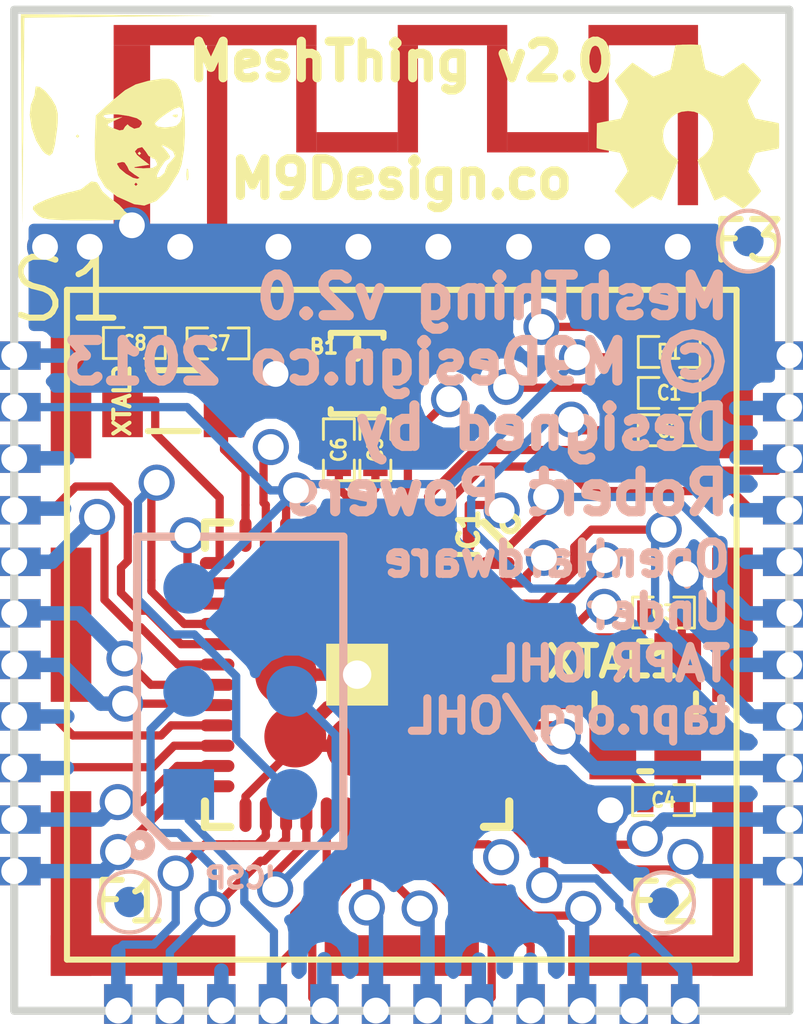
<source format=kicad_pcb>
(kicad_pcb (version 3) (host pcbnew "(2013-12-14 BZR 4555)-product")

  (general
    (links 83)
    (no_connects 0)
    (area 136.629829 85.2768 169.635341 113.0282)
    (thickness 1.6)
    (drawings 7)
    (tracks 584)
    (zones 0)
    (modules 22)
    (nets 47)
  )

  (page A4)
  (title_block
    (title MeshCan1.0)
    (rev 1.0)
  )

  (layers
    (15 F.Cu signal)
    (2 Inner2.Cu power)
    (1 Inner1.Cu signal)
    (0 B.Cu signal)
    (16 B.Adhes user hide)
    (17 F.Adhes user hide)
    (18 B.Paste user hide)
    (19 F.Paste user hide)
    (20 B.SilkS user)
    (21 F.SilkS user)
    (22 B.Mask user)
    (23 F.Mask user)
    (24 Dwgs.User user hide)
    (25 Cmts.User user hide)
    (26 Eco1.User user hide)
    (27 Eco2.User user hide)
    (28 Edge.Cuts user)
  )

  (setup
    (last_trace_width 0.2032)
    (user_trace_width 0.2032)
    (user_trace_width 0.254)
    (user_trace_width 0.3048)
    (user_trace_width 0.3302)
    (user_trace_width 0.3556)
    (trace_clearance 0.2032)
    (zone_clearance 0.2054)
    (zone_45_only yes)
    (trace_min 0.2032)
    (segment_width 0.2)
    (edge_width 0.2)
    (via_size 0.889)
    (via_drill 0.635)
    (via_min_size 0.889)
    (via_min_drill 0.508)
    (uvia_size 0.508)
    (uvia_drill 0.127)
    (uvias_allowed no)
    (uvia_min_size 0.508)
    (uvia_min_drill 0.127)
    (pcb_text_width 0.3)
    (pcb_text_size 1.5 1.5)
    (mod_edge_width 0.15)
    (mod_text_size 1.5 1.5)
    (mod_text_width 0.15)
    (pad_size 1 0.7)
    (pad_drill 0.6299)
    (pad_to_mask_clearance 0.2)
    (pad_to_paste_clearance_ratio -0.1)
    (aux_axis_origin 150 100)
    (grid_origin 150 100)
    (visible_elements FFFFCE73)
    (pcbplotparams
      (layerselection 284983297)
      (usegerberextensions true)
      (excludeedgelayer true)
      (linewidth 0.100000)
      (plotframeref false)
      (viasonmask false)
      (mode 1)
      (useauxorigin true)
      (hpglpennumber 1)
      (hpglpenspeed 20)
      (hpglpendiameter 15)
      (hpglpenoverlay 2)
      (psnegative false)
      (psa4output false)
      (plotreference false)
      (plotvalue false)
      (plotothertext true)
      (plotinvisibletext false)
      (padsonsilk false)
      (subtractmaskfromsilk false)
      (outputformat 1)
      (mirror false)
      (drillshape 0)
      (scaleselection 1)
      (outputdirectory /home/bob/Tmp/))
  )

  (net 0 "")
  (net 1 +3.3V)
  (net 2 GND)
  (net 3 MISO)
  (net 4 MOSI)
  (net 5 "Net-(A1-Pad1)")
  (net 6 "Net-(B1-Pad3)")
  (net 7 "Net-(B1-Pad4)")
  (net 8 "Net-(B1-Pad6)")
  (net 9 "Net-(C1-Pad1)")
  (net 10 "Net-(C2-Pad1)")
  (net 11 "Net-(C3-Pad1)")
  (net 12 "Net-(C4-Pad1)")
  (net 13 "Net-(C5-Pad2)")
  (net 14 "Net-(C6-Pad2)")
  (net 15 "Net-(C7-Pad1)")
  (net 16 "Net-(C8-Pad1)")
  (net 17 PB0/SS)
  (net 18 PB4)
  (net 19 PB5)
  (net 20 PB6)
  (net 21 PB7)
  (net 22 PD4)
  (net 23 PD5)
  (net 24 PD6)
  (net 25 PD7)
  (net 26 PE2)
  (net 27 PE3)
  (net 28 PE4)
  (net 29 PE5)
  (net 30 PE7)
  (net 31 PF0)
  (net 32 PF1)
  (net 33 PF2)
  (net 34 PF3-4)
  (net 35 PF5)
  (net 36 PF6)
  (net 37 PF7)
  (net 38 PG1)
  (net 39 RX0)
  (net 40 RX1)
  (net 41 Reset)
  (net 42 SCK)
  (net 43 SCL)
  (net 44 SDA)
  (net 45 TX0)
  (net 46 TX1)

  (net_class Default "This is the default net class."
    (clearance 0.2032)
    (trace_width 0.2032)
    (via_dia 0.889)
    (via_drill 0.635)
    (uvia_dia 0.508)
    (uvia_drill 0.127)
    (add_net "")
    (add_net +3.3V)
    (add_net GND)
    (add_net "Net-(A1-Pad1)")
    (add_net "Net-(B1-Pad3)")
    (add_net "Net-(B1-Pad4)")
    (add_net "Net-(B1-Pad6)")
    (add_net "Net-(C1-Pad1)")
    (add_net "Net-(C2-Pad1)")
    (add_net "Net-(C3-Pad1)")
    (add_net "Net-(C4-Pad1)")
    (add_net "Net-(C5-Pad2)")
    (add_net "Net-(C6-Pad2)")
    (add_net "Net-(C7-Pad1)")
    (add_net "Net-(C8-Pad1)")
    (add_net PB0/SS)
    (add_net PB6)
    (add_net PB7)
    (add_net PD4)
    (add_net PD5)
    (add_net PD6)
    (add_net PD7)
    (add_net PE2)
    (add_net PE3)
    (add_net PE7)
    (add_net PG1)
    (add_net RX0)
    (add_net RX1)
    (add_net TX0)
    (add_net TX1)
  )

  (net_class 10mil ""
    (clearance 0.2032)
    (trace_width 0.254)
    (via_dia 0.889)
    (via_drill 0.635)
    (uvia_dia 0.508)
    (uvia_drill 0.127)
  )

  (net_class 12mil ""
    (clearance 0.2032)
    (trace_width 0.3048)
    (via_dia 0.889)
    (via_drill 0.635)
    (uvia_dia 0.508)
    (uvia_drill 0.127)
  )

  (net_class 8mil ""
    (clearance 0.2032)
    (trace_width 0.2032)
    (via_dia 0.889)
    (via_drill 0.635)
    (uvia_dia 0.508)
    (uvia_drill 0.127)
    (add_net MISO)
    (add_net MOSI)
    (add_net PB4)
    (add_net PB5)
    (add_net PE4)
    (add_net PE5)
    (add_net PF0)
    (add_net PF1)
    (add_net PF2)
    (add_net PF3-4)
    (add_net PF5)
    (add_net PF6)
    (add_net PF7)
    (add_net Reset)
    (add_net SCK)
    (add_net SCL)
    (add_net SDA)
  )

  (module _MT_QFN50P700X700-49N-MeshThingWPadVias (layer F.Cu) (tedit 525F6B6B) (tstamp 52B461AC)
    (at 148.9 104.05 270)
    (path /51BB00C4)
    (clearance 0.2032)
    (attr smd)
    (fp_text reference IC1 (at -3.45 -2.75 270) (layer F.SilkS)
      (effects (font (size 0.5 0.5) (thickness 0.125)))
    )
    (fp_text value ATMEGA2564/1284/644RFR2 (at 0 -2 270) (layer F.SilkS) hide
      (effects (font (size 0.3 0.3) (thickness 0.075)))
    )
    (fp_circle (center -3.725 -3.775) (end -3.6 -3.625) (layer F.SilkS) (width 0.15))
    (fp_line (start -3.1242 3.74904) (end -3.74904 3.74904) (layer F.SilkS) (width 0.20066))
    (fp_line (start -3.74904 3.74904) (end -3.74904 3.1242) (layer F.SilkS) (width 0.20066))
    (fp_line (start 3.74904 3.1242) (end 3.74904 3.74904) (layer F.SilkS) (width 0.20066))
    (fp_line (start 3.74904 3.74904) (end 3.1242 3.74904) (layer F.SilkS) (width 0.20066))
    (fp_line (start 3.1242 -3.74904) (end 3.74904 -3.74904) (layer F.SilkS) (width 0.20066))
    (fp_line (start 3.74904 -3.74904) (end 3.74904 -3.1242) (layer F.SilkS) (width 0.20066))
    (fp_line (start -3.74904 -3.1242) (end -3.1242 -3.74904) (layer F.SilkS) (width 0.20066))
    (pad 1 smd oval (at -3.44932 -2.75 270) (size 0.8509 0.295) (layers F.Cu F.Paste F.Mask)
      (net 34 PF3-4))
    (pad 2 smd oval (at -3.44932 -2.25 270) (size 0.8509 0.295) (layers F.Cu F.Paste F.Mask)
      (net 35 PF5))
    (pad 3 smd oval (at -3.44932 -1.75 270) (size 0.8509 0.295) (layers F.Cu F.Paste F.Mask)
      (net 36 PF6))
    (pad 4 smd oval (at -3.44932 -1.25 270) (size 0.8509 0.295) (layers F.Cu F.Paste F.Mask)
      (net 37 PF7))
    (pad 5 smd oval (at -3.44932 -0.75 270) (size 0.8509 0.295) (layers F.Cu F.Paste F.Mask)
      (net 2 GND))
    (pad 6 smd oval (at -3.44932 -0.25 270) (size 0.8509 0.295) (layers F.Cu F.Paste F.Mask)
      (net 13 "Net-(C5-Pad2)"))
    (pad 7 smd oval (at -3.44932 0.25 270) (size 0.8509 0.295) (layers F.Cu F.Paste F.Mask)
      (net 14 "Net-(C6-Pad2)"))
    (pad 8 smd oval (at -3.44932 0.75 270) (size 0.8509 0.295) (layers F.Cu F.Paste F.Mask)
      (net 2 GND))
    (pad 9 smd oval (at -3.44932 1.25 270) (size 0.8509 0.295) (layers F.Cu F.Paste F.Mask)
      (net 2 GND))
    (pad 10 smd oval (at -3.44932 1.75 270) (size 0.8509 0.295) (layers F.Cu F.Paste F.Mask)
      (net 41 Reset))
    (pad 11 smd oval (at -3.44932 2.25 270) (size 0.8509 0.295) (layers F.Cu F.Paste F.Mask)
      (net 38 PG1))
    (pad 12 smd oval (at -3.44932 2.75 270) (size 0.8509 0.295) (layers F.Cu F.Paste F.Mask)
      (net 15 "Net-(C7-Pad1)"))
    (pad 25 smd oval (at 3.44932 2.75 270) (size 0.8509 0.295) (layers F.Cu F.Paste F.Mask)
      (net 2 GND))
    (pad 26 smd oval (at 3.44932 2.25 270) (size 0.8509 0.295) (layers F.Cu F.Paste F.Mask)
      (net 17 PB0/SS))
    (pad 27 smd oval (at 3.44932 1.75 270) (size 0.8509 0.295) (layers F.Cu F.Paste F.Mask)
      (net 42 SCK))
    (pad 28 smd oval (at 3.44932 1.25 270) (size 0.8509 0.295) (layers F.Cu F.Paste F.Mask)
      (net 4 MOSI))
    (pad 29 smd oval (at 3.44932 0.75 270) (size 0.8509 0.295) (layers F.Cu F.Paste F.Mask)
      (net 3 MISO))
    (pad 30 smd oval (at 3.44932 0.25 270) (size 0.8509 0.295) (layers F.Cu F.Paste F.Mask)
      (net 18 PB4))
    (pad 31 smd oval (at 3.44932 -0.25 270) (size 0.8509 0.295) (layers F.Cu F.Paste F.Mask)
      (net 19 PB5))
    (pad 32 smd oval (at 3.44932 -0.75 270) (size 0.8509 0.295) (layers F.Cu F.Paste F.Mask)
      (net 20 PB6))
    (pad 33 smd oval (at 3.44932 -1.25 270) (size 0.8509 0.295) (layers F.Cu F.Paste F.Mask)
      (net 21 PB7))
    (pad 34 smd oval (at 3.44932 -1.75 270) (size 0.8509 0.295) (layers F.Cu F.Paste F.Mask)
      (net 39 RX0))
    (pad 35 smd oval (at 3.44932 -2.25 270) (size 0.8509 0.295) (layers F.Cu F.Paste F.Mask)
      (net 45 TX0))
    (pad 36 smd oval (at 3.44932 -2.75 270) (size 0.8509 0.295) (layers F.Cu F.Paste F.Mask)
      (net 26 PE2))
    (pad 13 smd oval (at -2.75 3.44932 270) (size 0.295 0.8509) (layers F.Cu F.Paste F.Mask)
      (net 16 "Net-(C8-Pad1)"))
    (pad 14 smd oval (at -2.25 3.44932 270) (size 0.295 0.8509) (layers F.Cu F.Paste F.Mask)
      (net 2 GND))
    (pad 15 smd oval (at -1.75 3.44932 270) (size 0.295 0.8509) (layers F.Cu F.Paste F.Mask)
      (net 9 "Net-(C1-Pad1)"))
    (pad 16 smd oval (at -1.25 3.44932 270) (size 0.295 0.8509) (layers F.Cu F.Paste F.Mask)
      (net 1 +3.3V))
    (pad 17 smd oval (at -0.75 3.44932 270) (size 0.295 0.8509) (layers F.Cu F.Paste F.Mask)
      (net 43 SCL))
    (pad 18 smd oval (at -0.25 3.44932 270) (size 0.295 0.8509) (layers F.Cu F.Paste F.Mask)
      (net 44 SDA))
    (pad 19 smd oval (at 0.25 3.44932 270) (size 0.295 0.8509) (layers F.Cu F.Paste F.Mask)
      (net 40 RX1))
    (pad 20 smd oval (at 0.75 3.44932 270) (size 0.295 0.8509) (layers F.Cu F.Paste F.Mask)
      (net 46 TX1))
    (pad 21 smd oval (at 1.25 3.44932 270) (size 0.295 0.8509) (layers F.Cu F.Paste F.Mask)
      (net 22 PD4))
    (pad 22 smd oval (at 1.75 3.44932 270) (size 0.295 0.8509) (layers F.Cu F.Paste F.Mask)
      (net 23 PD5))
    (pad 23 smd oval (at 2.25 3.44932 270) (size 0.295 0.8509) (layers F.Cu F.Paste F.Mask)
      (net 24 PD6))
    (pad 24 smd oval (at 2.75 3.44932 270) (size 0.295 0.8509) (layers F.Cu F.Paste F.Mask)
      (net 25 PD7))
    (pad 37 smd oval (at 2.75 -3.44932 270) (size 0.295 0.8509) (layers F.Cu F.Paste F.Mask)
      (net 27 PE3))
    (pad 38 smd oval (at 2.25 -3.44932 270) (size 0.295 0.8509) (layers F.Cu F.Paste F.Mask)
      (net 28 PE4))
    (pad 39 smd oval (at 1.75 -3.44932 270) (size 0.295 0.8509) (layers F.Cu F.Paste F.Mask)
      (net 29 PE5))
    (pad 40 smd oval (at 1.25 -3.44932 270) (size 0.295 0.8509) (layers F.Cu F.Paste F.Mask)
      (net 30 PE7))
    (pad 41 smd oval (at 0.75 -3.44932 270) (size 0.295 0.8509) (layers F.Cu F.Paste F.Mask)
      (net 12 "Net-(C4-Pad1)"))
    (pad 42 smd oval (at 0.25 -3.44932 270) (size 0.295 0.8509) (layers F.Cu F.Paste F.Mask)
      (net 11 "Net-(C3-Pad1)"))
    (pad 43 smd oval (at -0.25 -3.44932 270) (size 0.295 0.8509) (layers F.Cu F.Paste F.Mask)
      (net 2 GND))
    (pad 44 smd oval (at -0.75 -3.44932 270) (size 0.295 0.8509) (layers F.Cu F.Paste F.Mask)
      (net 1 +3.3V))
    (pad 45 smd oval (at -1.25 -3.44932 270) (size 0.295 0.8509) (layers F.Cu F.Paste F.Mask)
      (net 10 "Net-(C2-Pad1)"))
    (pad 46 smd oval (at -1.75 -3.44932 270) (size 0.295 0.8509) (layers F.Cu F.Paste F.Mask)
      (net 31 PF0))
    (pad 47 smd oval (at -2.25 -3.44932 270) (size 0.295 0.8509) (layers F.Cu F.Paste F.Mask)
      (net 32 PF1))
    (pad 48 smd oval (at -2.75 -3.44932 270) (size 0.295 0.8509) (layers F.Cu F.Paste F.Mask)
      (net 33 PF2))
    (pad 49 thru_hole rect (at 0 0 270) (size 1.524 1.524) (drill 0.7) (layers *.Cu F.SilkS)
      (net 2 GND))
    (pad 49 smd circle (at 1.524 1.524 270) (size 1.524 1.524) (layers F.Cu F.Paste F.Mask)
      (net 2 GND))
    (pad 49 smd circle (at 1.524 -1.524 270) (size 1.524 1.524) (layers F.Cu F.Paste F.Mask)
      (net 2 GND))
    (pad 49 smd circle (at -1.524 -1.524 270) (size 1.524 1.524) (layers F.Cu F.Paste F.Mask)
      (net 2 GND))
    (pad 49 smd circle (at -1.524 1.524 270) (size 1.524 1.524) (layers F.Cu F.Paste F.Mask)
      (net 2 GND))
    (pad 49 smd circle (at -1.75 0 270) (size 1.524 1.524) (layers F.Cu F.Paste F.Mask)
      (net 2 GND))
    (pad 49 smd circle (at 1.75 0 270) (size 1.524 1.524) (layers F.Cu F.Paste F.Mask)
      (net 2 GND))
    (pad 49 smd circle (at 0 1.75 270) (size 1.524 1.524) (layers F.Cu F.Paste F.Mask)
      (net 2 GND))
    (pad 49 smd circle (at 0 -1.75 270) (size 1.524 1.524) (layers F.Cu F.Paste F.Mask)
      (net 2 GND))
    (model QFN50P700X700-49N.wrl
      (at (xyz 0 0 0))
      (scale (xyz 1 1 1))
      (rotate (xyz 0 0 0))
    )
  )

  (module _MT_Wuerth748421245-A (layer F.Cu) (tedit 5260474D) (tstamp 51CBAD5D)
    (at 148.9 96.63)
    (path /51BB20BE)
    (attr smd)
    (fp_text reference B1 (at -0.82 -0.66) (layer F.SilkS)
      (effects (font (size 0.35 0.35) (thickness 0.0875)))
    )
    (fp_text value Balun (at 0 -1.84) (layer F.SilkS) hide
      (effects (font (size 1 1) (thickness 0.15)))
    )
    (fp_line (start -0.65 1) (end -0.65 0.88) (layer F.SilkS) (width 0.15))
    (fp_line (start -0.65 -1) (end -0.65 -0.88) (layer F.SilkS) (width 0.15))
    (fp_line (start 0.65 -1) (end 0.65 -0.88) (layer F.SilkS) (width 0.15))
    (fp_line (start 0.65 1) (end 0.65 0.88) (layer F.SilkS) (width 0.15))
    (fp_line (start 0 -0.83) (end 0 -0.39) (layer F.SilkS) (width 0.2032))
    (fp_line (start -0.65 -1) (end 0.65 -1) (layer F.SilkS) (width 0.15))
    (fp_line (start 0.65 1) (end -0.65 1) (layer F.SilkS) (width 0.15))
    (pad 1 smd rect (at -0.825 -0.65) (size 1 0.3) (layers F.Cu F.Paste F.Mask)
      (net 5 "Net-(A1-Pad1)"))
    (pad 2 smd rect (at -0.825 0) (size 1 0.3) (layers F.Cu F.Paste F.Mask)
      (net 2 GND))
    (pad 3 smd rect (at -0.825 0.65) (size 1 0.3) (layers F.Cu F.Paste F.Mask)
      (net 6 "Net-(B1-Pad3)"))
    (pad 4 smd rect (at 0.825 0.65) (size 1 0.3) (layers F.Cu F.Paste F.Mask)
      (net 7 "Net-(B1-Pad4)"))
    (pad 5 smd rect (at 0.825 0) (size 1 0.3) (layers F.Cu F.Paste F.Mask)
      (net 2 GND))
    (pad 6 smd rect (at 0.825 -0.65) (size 1 0.3) (layers F.Cu F.Paste F.Mask)
      (net 8 "Net-(B1-Pad6)"))
  )

  (module SMD_Packages:SM0402_c (layer F.Cu) (tedit 516FD0AE) (tstamp 52B136DF)
    (at 156.59 97.11)
    (path /51BB02F2)
    (attr smd)
    (fp_text reference C1 (at 0 0) (layer F.SilkS)
      (effects (font (size 0.35052 0.3048) (thickness 0.07112)))
    )
    (fp_text value 100n (at 0.09906 0) (layer F.SilkS) hide
      (effects (font (size 0.35052 0.3048) (thickness 0.07112)))
    )
    (fp_line (start -0.254 -0.381) (end -0.762 -0.381) (layer F.SilkS) (width 0.07112))
    (fp_line (start -0.762 -0.381) (end -0.762 0.381) (layer F.SilkS) (width 0.07112))
    (fp_line (start -0.762 0.381) (end -0.254 0.381) (layer F.SilkS) (width 0.07112))
    (fp_line (start 0.254 -0.381) (end 0.762 -0.381) (layer F.SilkS) (width 0.07112))
    (fp_line (start 0.762 -0.381) (end 0.762 0.381) (layer F.SilkS) (width 0.07112))
    (fp_line (start 0.762 0.381) (end 0.254 0.381) (layer F.SilkS) (width 0.07112))
    (pad 1 smd rect (at -0.44958 0) (size 0.39878 0.59944) (layers F.Cu F.Paste F.Mask)
      (net 9 "Net-(C1-Pad1)"))
    (pad 2 smd rect (at 0.44958 0) (size 0.39878 0.59944) (layers F.Cu F.Paste F.Mask)
      (net 2 GND))
    (model smd/capacitors/C0402.wrl
      (at (xyz 0 0 0))
      (scale (xyz 0.27 0.27 0.27))
      (rotate (xyz 0 0 0))
    )
  )

  (module SMD_Packages:SM0402_c (layer F.Cu) (tedit 516FD0AE) (tstamp 52B136EA)
    (at 156.59 98.03)
    (path /51BB0317)
    (attr smd)
    (fp_text reference C2 (at 0 0) (layer F.SilkS)
      (effects (font (size 0.35052 0.3048) (thickness 0.07112)))
    )
    (fp_text value 100n (at 0.09906 0) (layer F.SilkS) hide
      (effects (font (size 0.35052 0.3048) (thickness 0.07112)))
    )
    (fp_line (start -0.254 -0.381) (end -0.762 -0.381) (layer F.SilkS) (width 0.07112))
    (fp_line (start -0.762 -0.381) (end -0.762 0.381) (layer F.SilkS) (width 0.07112))
    (fp_line (start -0.762 0.381) (end -0.254 0.381) (layer F.SilkS) (width 0.07112))
    (fp_line (start 0.254 -0.381) (end 0.762 -0.381) (layer F.SilkS) (width 0.07112))
    (fp_line (start 0.762 -0.381) (end 0.762 0.381) (layer F.SilkS) (width 0.07112))
    (fp_line (start 0.762 0.381) (end 0.254 0.381) (layer F.SilkS) (width 0.07112))
    (pad 1 smd rect (at -0.44958 0) (size 0.39878 0.59944) (layers F.Cu F.Paste F.Mask)
      (net 10 "Net-(C2-Pad1)"))
    (pad 2 smd rect (at 0.44958 0) (size 0.39878 0.59944) (layers F.Cu F.Paste F.Mask)
      (net 2 GND))
    (model smd/capacitors/C0402.wrl
      (at (xyz 0 0 0))
      (scale (xyz 0.27 0.27 0.27))
      (rotate (xyz 0 0 0))
    )
  )

  (module SMD_Packages:SM0402_c (layer F.Cu) (tedit 516FD0AE) (tstamp 52B136F5)
    (at 156.45 102.52)
    (path /51BB05D0)
    (attr smd)
    (fp_text reference C3 (at 0 0) (layer F.SilkS)
      (effects (font (size 0.35052 0.3048) (thickness 0.07112)))
    )
    (fp_text value 10p (at 0.09906 0) (layer F.SilkS) hide
      (effects (font (size 0.35052 0.3048) (thickness 0.07112)))
    )
    (fp_line (start -0.254 -0.381) (end -0.762 -0.381) (layer F.SilkS) (width 0.07112))
    (fp_line (start -0.762 -0.381) (end -0.762 0.381) (layer F.SilkS) (width 0.07112))
    (fp_line (start -0.762 0.381) (end -0.254 0.381) (layer F.SilkS) (width 0.07112))
    (fp_line (start 0.254 -0.381) (end 0.762 -0.381) (layer F.SilkS) (width 0.07112))
    (fp_line (start 0.762 -0.381) (end 0.762 0.381) (layer F.SilkS) (width 0.07112))
    (fp_line (start 0.762 0.381) (end 0.254 0.381) (layer F.SilkS) (width 0.07112))
    (pad 1 smd rect (at -0.44958 0) (size 0.39878 0.59944) (layers F.Cu F.Paste F.Mask)
      (net 11 "Net-(C3-Pad1)"))
    (pad 2 smd rect (at 0.44958 0) (size 0.39878 0.59944) (layers F.Cu F.Paste F.Mask)
      (net 2 GND))
    (model smd/capacitors/C0402.wrl
      (at (xyz 0 0 0))
      (scale (xyz 0.27 0.27 0.27))
      (rotate (xyz 0 0 0))
    )
  )

  (module SMD_Packages:SM0402_c (layer F.Cu) (tedit 516FD0AE) (tstamp 52B13700)
    (at 156.45 107.14 180)
    (path /51BB05DD)
    (attr smd)
    (fp_text reference C4 (at 0 0 180) (layer F.SilkS)
      (effects (font (size 0.35052 0.3048) (thickness 0.07112)))
    )
    (fp_text value 10p (at 0.09906 0 180) (layer F.SilkS) hide
      (effects (font (size 0.35052 0.3048) (thickness 0.07112)))
    )
    (fp_line (start -0.254 -0.381) (end -0.762 -0.381) (layer F.SilkS) (width 0.07112))
    (fp_line (start -0.762 -0.381) (end -0.762 0.381) (layer F.SilkS) (width 0.07112))
    (fp_line (start -0.762 0.381) (end -0.254 0.381) (layer F.SilkS) (width 0.07112))
    (fp_line (start 0.254 -0.381) (end 0.762 -0.381) (layer F.SilkS) (width 0.07112))
    (fp_line (start 0.762 -0.381) (end 0.762 0.381) (layer F.SilkS) (width 0.07112))
    (fp_line (start 0.762 0.381) (end 0.254 0.381) (layer F.SilkS) (width 0.07112))
    (pad 1 smd rect (at -0.44958 0 180) (size 0.39878 0.59944) (layers F.Cu F.Paste F.Mask)
      (net 12 "Net-(C4-Pad1)"))
    (pad 2 smd rect (at 0.44958 0 180) (size 0.39878 0.59944) (layers F.Cu F.Paste F.Mask)
      (net 2 GND))
    (model smd/capacitors/C0402.wrl
      (at (xyz 0 0 0))
      (scale (xyz 0.27 0.27 0.27))
      (rotate (xyz 0 0 0))
    )
  )

  (module SMD_Packages:SM0402_c (layer F.Cu) (tedit 516FD0AE) (tstamp 52B1370B)
    (at 149.35 98.51 270)
    (path /51BB0A6C)
    (attr smd)
    (fp_text reference C5 (at 0 0 270) (layer F.SilkS)
      (effects (font (size 0.35052 0.3048) (thickness 0.07112)))
    )
    (fp_text value 22p (at 0.09906 0 270) (layer F.SilkS) hide
      (effects (font (size 0.35052 0.3048) (thickness 0.07112)))
    )
    (fp_line (start -0.254 -0.381) (end -0.762 -0.381) (layer F.SilkS) (width 0.07112))
    (fp_line (start -0.762 -0.381) (end -0.762 0.381) (layer F.SilkS) (width 0.07112))
    (fp_line (start -0.762 0.381) (end -0.254 0.381) (layer F.SilkS) (width 0.07112))
    (fp_line (start 0.254 -0.381) (end 0.762 -0.381) (layer F.SilkS) (width 0.07112))
    (fp_line (start 0.762 -0.381) (end 0.762 0.381) (layer F.SilkS) (width 0.07112))
    (fp_line (start 0.762 0.381) (end 0.254 0.381) (layer F.SilkS) (width 0.07112))
    (pad 1 smd rect (at -0.44958 0 270) (size 0.39878 0.59944) (layers F.Cu F.Paste F.Mask)
      (net 7 "Net-(B1-Pad4)"))
    (pad 2 smd rect (at 0.44958 0 270) (size 0.39878 0.59944) (layers F.Cu F.Paste F.Mask)
      (net 13 "Net-(C5-Pad2)"))
    (model smd/capacitors/C0402.wrl
      (at (xyz 0 0 0))
      (scale (xyz 0.27 0.27 0.27))
      (rotate (xyz 0 0 0))
    )
  )

  (module SMD_Packages:SM0402_c (layer F.Cu) (tedit 516FD0AE) (tstamp 52B13716)
    (at 148.45 98.51 270)
    (path /51BB0A79)
    (attr smd)
    (fp_text reference C6 (at 0 0 270) (layer F.SilkS)
      (effects (font (size 0.35052 0.3048) (thickness 0.07112)))
    )
    (fp_text value 22p (at 0.09906 0 270) (layer F.SilkS) hide
      (effects (font (size 0.35052 0.3048) (thickness 0.07112)))
    )
    (fp_line (start -0.254 -0.381) (end -0.762 -0.381) (layer F.SilkS) (width 0.07112))
    (fp_line (start -0.762 -0.381) (end -0.762 0.381) (layer F.SilkS) (width 0.07112))
    (fp_line (start -0.762 0.381) (end -0.254 0.381) (layer F.SilkS) (width 0.07112))
    (fp_line (start 0.254 -0.381) (end 0.762 -0.381) (layer F.SilkS) (width 0.07112))
    (fp_line (start 0.762 -0.381) (end 0.762 0.381) (layer F.SilkS) (width 0.07112))
    (fp_line (start 0.762 0.381) (end 0.254 0.381) (layer F.SilkS) (width 0.07112))
    (pad 1 smd rect (at -0.44958 0 270) (size 0.39878 0.59944) (layers F.Cu F.Paste F.Mask)
      (net 6 "Net-(B1-Pad3)"))
    (pad 2 smd rect (at 0.44958 0 270) (size 0.39878 0.59944) (layers F.Cu F.Paste F.Mask)
      (net 14 "Net-(C6-Pad2)"))
    (model smd/capacitors/C0402.wrl
      (at (xyz 0 0 0))
      (scale (xyz 0.27 0.27 0.27))
      (rotate (xyz 0 0 0))
    )
  )

  (module SMD_Packages:SM0402_c (layer F.Cu) (tedit 516FD0AE) (tstamp 52B13721)
    (at 145.47 95.89)
    (path /51BE8D06)
    (attr smd)
    (fp_text reference C7 (at 0 0) (layer F.SilkS)
      (effects (font (size 0.35052 0.3048) (thickness 0.07112)))
    )
    (fp_text value 22p (at 0.09906 0) (layer F.SilkS) hide
      (effects (font (size 0.35052 0.3048) (thickness 0.07112)))
    )
    (fp_line (start -0.254 -0.381) (end -0.762 -0.381) (layer F.SilkS) (width 0.07112))
    (fp_line (start -0.762 -0.381) (end -0.762 0.381) (layer F.SilkS) (width 0.07112))
    (fp_line (start -0.762 0.381) (end -0.254 0.381) (layer F.SilkS) (width 0.07112))
    (fp_line (start 0.254 -0.381) (end 0.762 -0.381) (layer F.SilkS) (width 0.07112))
    (fp_line (start 0.762 -0.381) (end 0.762 0.381) (layer F.SilkS) (width 0.07112))
    (fp_line (start 0.762 0.381) (end 0.254 0.381) (layer F.SilkS) (width 0.07112))
    (pad 1 smd rect (at -0.44958 0) (size 0.39878 0.59944) (layers F.Cu F.Paste F.Mask)
      (net 15 "Net-(C7-Pad1)"))
    (pad 2 smd rect (at 0.44958 0) (size 0.39878 0.59944) (layers F.Cu F.Paste F.Mask)
      (net 2 GND))
    (model smd/capacitors/C0402.wrl
      (at (xyz 0 0 0))
      (scale (xyz 0.27 0.27 0.27))
      (rotate (xyz 0 0 0))
    )
  )

  (module SMD_Packages:SM0402_c (layer F.Cu) (tedit 516FD0AE) (tstamp 52B1372C)
    (at 143.41 95.88 180)
    (path /51BE8D1F)
    (attr smd)
    (fp_text reference C8 (at 0 0 180) (layer F.SilkS)
      (effects (font (size 0.35052 0.3048) (thickness 0.07112)))
    )
    (fp_text value 22p (at 0.09906 0 180) (layer F.SilkS) hide
      (effects (font (size 0.35052 0.3048) (thickness 0.07112)))
    )
    (fp_line (start -0.254 -0.381) (end -0.762 -0.381) (layer F.SilkS) (width 0.07112))
    (fp_line (start -0.762 -0.381) (end -0.762 0.381) (layer F.SilkS) (width 0.07112))
    (fp_line (start -0.762 0.381) (end -0.254 0.381) (layer F.SilkS) (width 0.07112))
    (fp_line (start 0.254 -0.381) (end 0.762 -0.381) (layer F.SilkS) (width 0.07112))
    (fp_line (start 0.762 -0.381) (end 0.762 0.381) (layer F.SilkS) (width 0.07112))
    (fp_line (start 0.762 0.381) (end 0.254 0.381) (layer F.SilkS) (width 0.07112))
    (pad 1 smd rect (at -0.44958 0 180) (size 0.39878 0.59944) (layers F.Cu F.Paste F.Mask)
      (net 16 "Net-(C8-Pad1)"))
    (pad 2 smd rect (at 0.44958 0 180) (size 0.39878 0.59944) (layers F.Cu F.Paste F.Mask)
      (net 2 GND))
    (model smd/capacitors/C0402.wrl
      (at (xyz 0 0 0))
      (scale (xyz 0.27 0.27 0.27))
      (rotate (xyz 0 0 0))
    )
  )

  (module SMD_Packages:SM0402_r (layer F.Cu) (tedit 5141C458) (tstamp 52B13737)
    (at 156.59 96.1 180)
    (path /51BB1C5E)
    (attr smd)
    (fp_text reference R1 (at 0 0 180) (layer F.SilkS)
      (effects (font (size 0.35052 0.3048) (thickness 0.07112)))
    )
    (fp_text value 10k (at 0.09906 0 180) (layer F.SilkS) hide
      (effects (font (size 0.35052 0.3048) (thickness 0.07112)))
    )
    (fp_line (start -0.254 -0.381) (end -0.762 -0.381) (layer F.SilkS) (width 0.07112))
    (fp_line (start -0.762 -0.381) (end -0.762 0.381) (layer F.SilkS) (width 0.07112))
    (fp_line (start -0.762 0.381) (end -0.254 0.381) (layer F.SilkS) (width 0.07112))
    (fp_line (start 0.254 -0.381) (end 0.762 -0.381) (layer F.SilkS) (width 0.07112))
    (fp_line (start 0.762 -0.381) (end 0.762 0.381) (layer F.SilkS) (width 0.07112))
    (fp_line (start 0.762 0.381) (end 0.254 0.381) (layer F.SilkS) (width 0.07112))
    (pad 1 smd rect (at -0.44958 0 180) (size 0.39878 0.59944) (layers F.Cu F.Paste F.Mask)
      (net 1 +3.3V))
    (pad 2 smd rect (at 0.44958 0 180) (size 0.39878 0.59944) (layers F.Cu F.Paste F.Mask)
      (net 41 Reset))
    (model smd/resistors/R0402.wrl
      (at (xyz 0 0 0))
      (scale (xyz 0.27 0.27 0.27))
      (rotate (xyz 0 0 0))
    )
  )

  (module _MT_MC_Pretty:_MT_Fiducial (layer F.Cu) (tedit 52B6533C) (tstamp 52B65AB5)
    (at 156.45 109.67)
    (path /52B65D45)
    (fp_text reference F2 (at 0 0) (layer F.SilkS)
      (effects (font (size 1 1) (thickness 0.15)))
    )
    (fp_text value CONN_1 (at 0.205 -3.26) (layer F.SilkS) hide
      (effects (font (size 1.5 1.5) (thickness 0.15)))
    )
    (fp_circle (center 0 0) (end 0.75 0) (layer B.SilkS) (width 0.1))
    (fp_circle (center 0 0) (end 0.75 0) (layer F.SilkS) (width 0.1))
    (pad "" smd circle (at 0 0) (size 0.74 0.74) (layers F.Cu F.Mask)
      (clearance 0.375))
    (pad "" smd circle (at 0 0) (size 0.75 0.75) (layers B.Cu B.Mask)
      (clearance 0.375))
  )

  (module _MT_MC_Pretty:_MT_Fiducial (layer F.Cu) (tedit 52B6538F) (tstamp 52B65B2B)
    (at 143.29 109.65)
    (path /52B65D33)
    (fp_text reference F1 (at 0 0) (layer F.SilkS)
      (effects (font (size 1 1) (thickness 0.15)))
    )
    (fp_text value CONN_1 (at 0.205 -3.26) (layer F.SilkS) hide
      (effects (font (size 1.5 1.5) (thickness 0.15)))
    )
    (fp_circle (center 0 0) (end 0.75 0) (layer B.SilkS) (width 0.1))
    (fp_circle (center 0 0) (end 0.75 0) (layer F.SilkS) (width 0.1))
    (pad "" smd circle (at 0 0) (size 0.74 0.74) (layers F.Cu F.Mask)
      (clearance 0.375))
    (pad "" smd circle (at 0 0) (size 0.75 0.75) (layers B.Cu B.Mask)
      (clearance 0.375))
  )

  (module _MT_MC_Pretty:16MHz-3.2x2.5mm-TSX-3225 (layer F.Cu) (tedit 52B657E0) (tstamp 51CBAFDF)
    (at 156 104.83)
    (path /52B2759E)
    (fp_text reference XTAL1 (at -0.8 -1.1) (layer F.SilkS)
      (effects (font (size 0.75 0.75) (thickness 0.15)))
    )
    (fp_text value CRYSTAL_SMD-TSX3225 (at 0 -2.93) (layer F.SilkS) hide
      (effects (font (size 1.5 1.5) (thickness 0.15)))
    )
    (fp_line (start 1.25 -0.32) (end 1.25 0.32) (layer F.SilkS) (width 0.15))
    (fp_line (start -0.15 1.6) (end 0.15 1.6) (layer F.SilkS) (width 0.15))
    (fp_line (start -0.15 -1.6) (end 0.15 -1.6) (layer F.SilkS) (width 0.15))
    (fp_line (start -1.25 0.32) (end -1.25 -0.32) (layer F.SilkS) (width 0.15))
    (fp_line (start -1.25 -1.6) (end -1.25 1.6) (layer Eco1.User) (width 0.15))
    (fp_line (start -1.25 -1.6) (end 1.25 -1.6) (layer Eco1.User) (width 0.15))
    (fp_line (start 1.25 1.6) (end -1.25 1.6) (layer Eco1.User) (width 0.15))
    (fp_line (start 1.25 -1.6) (end 1.25 1.6) (layer Eco1.User) (width 0.15))
    (pad 1 smd rect (at -0.8 -1.1) (size 1.15 1.4) (layers F.Cu F.Paste F.Mask)
      (net 11 "Net-(C3-Pad1)"))
    (pad 2 smd rect (at -0.8 1.1) (size 1.15 1.4) (layers F.Cu F.Paste F.Mask)
      (net 2 GND))
    (pad 3 smd rect (at 0.8 1.1) (size 1.15 1.4) (layers F.Cu F.Paste F.Mask)
      (net 12 "Net-(C4-Pad1)"))
    (pad 4 smd rect (at 0.8 -1.1) (size 1.15 1.4) (layers F.Cu F.Paste F.Mask)
      (net 2 GND))
  )

  (module _MT_MC_Pretty:_MT_MC_EMIShield-16.5x16.5 (layer F.Cu) (tedit 52B658C6) (tstamp 52B98D64)
    (at 150 102.82)
    (path /52B27D84)
    (fp_text reference S1 (at -8.25 -8.25) (layer F.SilkS)
      (effects (font (size 1.5 1.5) (thickness 0.15)))
    )
    (fp_text value RFShield (at 0 0) (layer F.SilkS) hide
      (effects (font (size 1.5 1.5) (thickness 0.15)))
    )
    (fp_line (start -8.25 8.25) (end -8.25 -8.25) (layer F.SilkS) (width 0.15))
    (fp_line (start -8.25 8.25) (end 8.25 8.25) (layer F.SilkS) (width 0.15))
    (fp_line (start 8.25 8.25) (end 8.25 -8.25) (layer F.SilkS) (width 0.15))
    (fp_line (start 8.25 -8.25) (end -8.25 -8.25) (layer F.SilkS) (width 0.15))
    (pad "" smd rect (at 0 -8.15) (size 3.8 1) (layers F.Cu F.Paste F.Mask))
    (pad "" smd rect (at 0 8.15) (size 3.8 1) (layers F.Cu F.Paste F.Mask))
    (pad "" smd rect (at -8.15 0) (size 1 3.8) (layers F.Cu F.Paste F.Mask))
    (pad "" smd rect (at 8.15 0) (size 1 3.8) (layers F.Cu F.Paste F.Mask))
    (pad "" smd rect (at -8.15 -6.375) (size 1 4.55) (layers F.Cu F.Paste F.Mask))
    (pad "" smd rect (at -8.15 6.375) (size 1 4.55) (layers F.Cu F.Paste F.Mask))
    (pad "" smd rect (at 8.15 6.375) (size 1 4.55) (layers F.Cu F.Paste F.Mask))
    (pad "" smd rect (at 8.15 -6.375) (size 1 4.55) (layers F.Cu F.Paste F.Mask))
    (pad "" smd rect (at -6.375 -8.15) (size 4.55 1) (layers F.Cu F.Paste F.Mask))
    (pad "" smd rect (at 6.375 -8.15) (size 4.55 1) (layers F.Cu F.Paste F.Mask))
    (pad "" smd rect (at 6.375 8.15) (size 4.55 1) (layers F.Cu F.Paste F.Mask))
    (pad "" smd rect (at -6.375 8.15) (size 4.55 1) (layers F.Cu F.Paste F.Mask))
  )

  (module _MT_MC_Pretty:_MT_IFA-2.4GHzPCBAntenna (layer F.Cu) (tedit 52B659BB) (tstamp 52B136C7)
    (at 150 90.595)
    (path /52B26C06)
    (fp_text reference A1 (at 0 -3.84) (layer F.SilkS) hide
      (effects (font (size 1.5 1.5) (thickness 0.15)))
    )
    (fp_text value ANTENNA (at 0 4.32) (layer F.SilkS) hide
      (effects (font (size 1.5 1.5) (thickness 0.15)))
    )
    (fp_text user "Comment Line - Ground plane fill 2nd layer below middle of line." (at 1.84 5.64) (layer F.SilkS) hide
      (effects (font (size 0.5 0.5) (thickness 0.125)))
    )
    (fp_text user CuKeepout (at 7.89 -3.48) (layer F.SilkS) hide
      (effects (font (size 1 1) (thickness 0.15)))
    )
    (fp_text user ViaToGnd (at -6.63 3.33) (layer F.SilkS) hide
      (effects (font (size 0.5 0.5) (thickness 0.125)))
    )
    (fp_line (start -6.85 2.4) (end -6.45 2.4) (layer Cmts.User) (width 0.15))
    (fp_line (start -6.65 2.6) (end -6.65 2.2) (layer Cmts.User) (width 0.15))
    (fp_line (start -7.6 2.35) (end 7.6 2.35) (layer Cmts.User) (width 0.1))
    (fp_text user "FeedPoint-50 Ohm" (at -0.57 2.42) (layer F.SilkS) hide
      (effects (font (size 0.5 0.5) (thickness 0.125)))
    )
    (fp_line (start 7.6 -2.85) (end -7.6 -2.85) (layer Eco1.User) (width 0.15))
    (fp_line (start 7.6 2.85) (end 7.6 -2.85) (layer Eco1.User) (width 0.15))
    (fp_line (start -7.6 2.85) (end 7.6 2.85) (layer Eco1.User) (width 0.15))
    (fp_line (start -7.6 2.85) (end -7.6 -2.85) (layer Eco1.User) (width 0.15))
    (pad "" smd rect (at 0.15 -0.73) (size 0.5 2.64) (layers F.Cu F.Paste F.Mask))
    (pad "" smd rect (at 2.35 -0.73) (size 0.5 2.64) (layers F.Cu F.Paste F.Mask))
    (pad "" smd rect (at 4.85 -0.73) (size 0.5 2.64) (layers F.Cu F.Paste F.Mask))
    (pad "" smd rect (at -2.35 -0.73) (size 0.5 2.64) (layers F.Cu F.Paste F.Mask))
    (pad "" smd rect (at 1.25 -2.3) (size 2.7 0.5) (layers F.Cu F.Paste F.Mask))
    (pad "" smd rect (at 5.95 -2.3) (size 2.7 0.5) (layers F.Cu F.Paste F.Mask))
    (pad "" smd rect (at 3.6 0.34) (size 2 0.5) (layers F.Cu F.Paste F.Mask))
    (pad "" smd rect (at -1.1 0.34) (size 2 0.5) (layers F.Cu F.Paste F.Mask))
    (pad "" smd rect (at 7.05 -0.08) (size 0.5 3.94) (layers F.Cu F.Paste F.Mask))
    (pad "" smd rect (at -4.6 -2.3) (size 5 0.5) (layers F.Cu F.Paste F.Mask))
    (pad 1 smd rect (at -4.55 0.4) (size 0.5 4.9) (layers F.Cu F.Paste F.Mask)
      (net 5 "Net-(A1-Pad1)"))
    (pad 2 smd rect (at -6.65 0.4) (size 0.9 4.9) (layers F.Cu F.Paste F.Mask)
      (net 2 GND))
  )

  (module _MT_MC_Pretty:_MC_TF32D-32768-Crystal (layer F.Cu) (tedit 52B65A63) (tstamp 525CD493)
    (at 144.37 97.3)
    (path /51BE8BFD)
    (fp_text reference XTAL2 (at -1.26 0 90) (layer F.SilkS)
      (effects (font (size 0.4 0.4) (thickness 0.1)))
    )
    (fp_text value 32kHz (at 1.31 0.01 90) (layer F.SilkS) hide
      (effects (font (size 0.5 0.5) (thickness 0.125)))
    )
    (fp_line (start -0.625 -0.75) (end 0.625 -0.75) (layer F.SilkS) (width 0.15))
    (fp_line (start -0.625 0.75) (end 0.625 0.75) (layer F.SilkS) (width 0.15))
    (pad 2 smd rect (at 1.25 0) (size 1 1.8) (layers F.Cu F.Paste F.Mask)
      (net 15 "Net-(C7-Pad1)"))
    (pad 1 smd rect (at -1.25 0) (size 1 1.8) (layers F.Cu F.Paste F.Mask)
      (net 16 "Net-(C8-Pad1)"))
  )

  (module _MT_MC_Pretty:_MT_Fiducial (layer F.Cu) (tedit 52B65B83) (tstamp 52B74FF0)
    (at 158.54 93.37)
    (path /52B65D55)
    (fp_text reference F3 (at 0 0) (layer F.SilkS)
      (effects (font (size 1 1) (thickness 0.15)))
    )
    (fp_text value CONN_1 (at 0.205 -3.26) (layer F.SilkS) hide
      (effects (font (size 1.5 1.5) (thickness 0.15)))
    )
    (fp_circle (center 0 0) (end 0.75 0) (layer B.SilkS) (width 0.1))
    (fp_circle (center 0 0) (end 0.75 0) (layer F.SilkS) (width 0.1))
    (pad "" smd circle (at 0 0) (size 0.74 0.74) (layers F.Cu F.Mask)
      (clearance 0.375))
    (pad "" smd circle (at 0 0) (size 0.75 0.75) (layers B.Cu B.Mask)
      (clearance 0.375))
  )

  (module _MT_MC_Pretty:_MC_LOGO-PrettyLady (layer F.Cu) (tedit 52B664C2) (tstamp 52B76668)
    (at 142.9 90.32)
    (fp_text reference PrettyLady (at 0 3.302) (layer F.SilkS) hide
      (effects (font (thickness 0.3048)))
    )
    (fp_text value PrettyLady (at 0 -3.302) (layer F.SilkS) hide
      (effects (font (thickness 0.3048)))
    )
    (fp_poly (pts (xy 2.413 -2.5019) (xy 0.10668 -2.47904) (xy -2.19964 -2.45364) (xy -2.22504 0.0635)
      (xy -2.2479 2.58064) (xy -2.26822 0.02032) (xy -2.286 -2.54) (xy 0.0635 -2.52222)
      (xy 2.413 -2.5019) (xy 2.413 -2.5019)) (layer F.SilkS) (width 0.00254))
    (fp_poly (pts (xy 0.59182 2.45364) (xy 0.51054 2.4892) (xy 0.27432 2.51714) (xy -0.09652 2.53238)
      (xy -0.58166 2.54) (xy -1.0541 2.53746) (xy -1.38684 2.5273) (xy -1.61036 2.50952)
      (xy -1.75514 2.4765) (xy -1.84912 2.42316) (xy -1.905 2.36982) (xy -1.98882 2.26568)
      (xy -1.9812 2.19456) (xy -1.86182 2.11582) (xy -1.67386 2.032) (xy -1.3843 1.92278)
      (xy -1.10236 1.84658) (xy -1.016 1.83134) (xy -0.80264 1.77292) (xy -0.66802 1.66878)
      (xy -0.66548 1.66624) (xy -0.54864 1.57988) (xy -0.41402 1.6002) (xy -0.34036 1.70942)
      (xy -0.34036 1.72212) (xy -0.27432 1.82626) (xy -0.1143 1.97104) (xy -0.04318 2.0193)
      (xy 0.1397 2.16154) (xy 0.24384 2.27076) (xy 0.254 2.29616) (xy 0.32258 2.35458)
      (xy 0.42164 2.36982) (xy 0.5588 2.40538) (xy 0.59182 2.45364) (xy 0.59182 2.45364)) (layer F.SilkS) (width 0.00254))
    (fp_poly (pts (xy 1.75768 0.42418) (xy 1.73228 0.82042) (xy 1.6891 1.07188) (xy 1.6891 -0.04826)
      (xy 1.6891 -0.19304) (xy 1.62814 -0.254) (xy 1.4986 -0.21082) (xy 1.31572 -0.1016)
      (xy 1.13792 0.02794) (xy 1.02616 0.13716) (xy 1.016 0.16764) (xy 1.08712 0.2286)
      (xy 1.25984 0.25146) (xy 1.46558 0.2286) (xy 1.55702 0.20066) (xy 1.64338 0.10922)
      (xy 1.6891 -0.04826) (xy 1.6891 1.07188) (xy 1.67386 1.16078) (xy 1.60274 1.3589)
      (xy 1.5113 1.50368) (xy 1.5113 0.96012) (xy 1.46558 0.84074) (xy 1.3335 0.75184)
      (xy 1.20396 0.68834) (xy 1.19888 0.71374) (xy 1.30302 0.83312) (xy 1.38938 0.96012)
      (xy 1.3716 1.01346) (xy 1.36906 1.016) (xy 1.26746 1.08204) (xy 1.15316 1.24968)
      (xy 1.143 1.26746) (xy 1.07188 1.41478) (xy 1.07188 1.143) (xy 1.01854 1.0287)
      (xy 0.97028 1.016) (xy 0.85852 0.94742) (xy 0.79502 0.84836) (xy 0.70358 0.73406)
      (xy 0.6985 0.73406) (xy 0.6985 0.16256) (xy 0.68072 0.09398) (xy 0.5715 0.02286)
      (xy 0.37084 -0.03302) (xy 0.13208 -0.06858) (xy -0.08382 -0.07874) (xy -0.2286 -0.05588)
      (xy -0.254 -0.02286) (xy -0.18288 0.0254) (xy -0.02286 0.02794) (xy 0.21082 -0.00508)
      (xy 0 0.09144) (xy -0.14478 0.16256) (xy -0.1397 0.21082) (xy -0.04318 0.25654)
      (xy 0.14478 0.32258) (xy 0.23622 0.30734) (xy 0.28194 0.23114) (xy 0.3429 0.17272)
      (xy 0.3937 0.22098) (xy 0.508 0.28194) (xy 0.63246 0.25146) (xy 0.6985 0.16256)
      (xy 0.6985 0.73406) (xy 0.59182 0.76454) (xy 0.52324 0.8382) (xy 0.57658 0.9271)
      (xy 0.6731 1.00838) (xy 0.88138 1.1684) (xy 0.62992 1.2065) (xy 0.50292 1.22936)
      (xy 0.52324 1.2446) (xy 0.70358 1.25476) (xy 0.72644 1.2573) (xy 0.96012 1.24714)
      (xy 1.06172 1.18872) (xy 1.07188 1.143) (xy 1.07188 1.41478) (xy 1.06426 1.43256)
      (xy 1.06934 1.4859) (xy 1.14046 1.46812) (xy 1.25476 1.36906) (xy 1.27 1.31318)
      (xy 1.32842 1.17094) (xy 1.397 1.09982) (xy 1.5113 0.96012) (xy 1.5113 1.50368)
      (xy 1.33604 1.78816) (xy 1.05156 2.06248) (xy 0.75438 2.17424) (xy 0.64008 2.15646)
      (xy 0.64008 1.49098) (xy 0.54102 1.42494) (xy 0.52832 1.41986) (xy 0.381 1.3081)
      (xy 0.33782 1.21412) (xy 0.26924 1.11252) (xy 0.21082 1.09982) (xy 0.09652 1.12776)
      (xy 0.08382 1.15316) (xy 0.14986 1.26238) (xy 0.30226 1.38938) (xy 0.47752 1.49098)
      (xy 0.5842 1.51638) (xy 0.64008 1.49098) (xy 0.64008 2.15646) (xy 0.59182 2.15138)
      (xy 0.59182 1.651) (xy 0.54864 1.60782) (xy 0.508 1.651) (xy 0.54864 1.69164)
      (xy 0.59182 1.651) (xy 0.59182 2.15138) (xy 0.508 2.14122) (xy 0.08128 1.95072)
      (xy -0.20828 1.72466) (xy -0.38354 1.43002) (xy -0.45974 1.03378) (xy -0.46482 0.59182)
      (xy -0.43942 -0.04318) (xy -0.00762 -0.4318) (xy 0.28194 -0.66802) (xy 0.54356 -0.81026)
      (xy 0.84582 -0.89662) (xy 0.90424 -0.90678) (xy 1.18872 -0.94996) (xy 1.36398 -0.94742)
      (xy 1.4859 -0.89408) (xy 1.55448 -0.83566) (xy 1.651 -0.65786) (xy 1.7145 -0.36068)
      (xy 1.7526 0.01524) (xy 1.75768 0.42418) (xy 1.75768 0.42418)) (layer F.SilkS) (width 0.00254))
    (fp_poly (pts (xy 1.84658 1.47574) (xy 1.83134 1.54432) (xy 1.8034 1.5494) (xy 1.79324 1.41478)
      (xy 1.79324 1.397) (xy 1.80594 1.26492) (xy 1.83134 1.27762) (xy 1.83642 1.29032)
      (xy 1.84658 1.47574) (xy 1.84658 1.47574)) (layer F.SilkS) (width 0.00254))
    (fp_poly (pts (xy -1.37668 -0.09398) (xy -1.37922 0.14986) (xy -1.397 0.3175) (xy -1.4478 0.67564)
      (xy -1.50368 0.88138) (xy -1.57988 0.94742) (xy -1.68402 0.89408) (xy -1.7526 0.8255)
      (xy -1.90754 0.57658) (xy -2.0193 0.26162) (xy -2.06756 -0.05588) (xy -2.03962 -0.31242)
      (xy -2.01676 -0.36322) (xy -1.94564 -0.54864) (xy -1.93548 -0.65786) (xy -1.9177 -0.75946)
      (xy -1.82118 -0.7493) (xy -1.68148 -0.64262) (xy -1.5367 -0.4699) (xy -1.42494 -0.27686)
      (xy -1.37668 -0.09398) (xy -1.37668 -0.09398)) (layer F.SilkS) (width 0.00254))
    (fp_poly (pts (xy -0.84836 0.46482) (xy -0.889 0.508) (xy -0.93218 0.46482) (xy -0.889 0.42164)
      (xy -0.84836 0.46482) (xy -0.84836 0.46482)) (layer F.SilkS) (width 0.00254))
    (fp_poly (pts (xy 0.67564 0.889) (xy 0.635 0.92964) (xy 0.59182 0.889) (xy 0.635 0.84582)
      (xy 0.67564 0.889) (xy 0.67564 0.889)) (layer F.SilkS) (width 0.00254))
    (fp_poly (pts (xy 1.57988 -0.05842) (xy 1.56718 -0.00762) (xy 1.524 0) (xy 1.45288 -0.03302)
      (xy 1.46558 -0.05842) (xy 1.56718 -0.06858) (xy 1.57988 -0.05842) (xy 1.57988 -0.05842)) (layer F.SilkS) (width 0.00254))
  )

  (module _MT_MC_Pretty:_MC_pin_pad_3x2 (layer B.Cu) (tedit 52B674D8) (tstamp 52B7745F)
    (at 146.02 104.46 90)
    (descr "Double rangee de contacts 2 x 4 pins")
    (tags CONN)
    (path /52B66679)
    (fp_text reference H1 (at 0 3.81 90) (layer B.SilkS) hide
      (effects (font (size 1.016 1.016) (thickness 0.2032)) (justify mirror))
    )
    (fp_text value ICSP (at 0 -3.81 90) (layer B.SilkS) hide
      (effects (font (size 1.016 1.016) (thickness 0.2032)) (justify mirror))
    )
    (fp_text user ICSP (at -4.6 0 360) (layer B.SilkS)
      (effects (font (size 0.5 0.5) (thickness 0.125)) (justify mirror))
    )
    (fp_line (start -3.81 2.52) (end -3.81 -1.74) (layer B.SilkS) (width 0.2032))
    (fp_line (start 3.81 -2.54) (end -3 -2.55) (layer B.SilkS) (width 0.2032))
    (fp_line (start -3.01 -2.54) (end -3.81 -1.74) (layer B.SilkS) (width 0.2032))
    (fp_circle (center -3.79 -2.474) (end -4.04 -2.474) (layer B.SilkS) (width 0.254))
    (fp_line (start -3.81 2.54) (end 3.81 2.54) (layer B.SilkS) (width 0.2032))
    (fp_line (start 3.81 2.54) (end 3.81 -2.54) (layer B.SilkS) (width 0.2032))
    (pad 1 smd rect (at -2.54 -1.27 90) (size 1.25 1.25) (layers B.Cu B.Mask)
      (net 3 MISO))
    (pad 2 smd circle (at -2.54 1.27 90) (size 1.25 1.25) (layers B.Cu B.Mask)
      (net 1 +3.3V))
    (pad 3 smd circle (at 0 -1.27 90) (size 1.25 1.25) (layers B.Cu B.Mask)
      (net 42 SCK))
    (pad 4 smd circle (at 0 1.27 90) (size 1.25 1.25) (layers B.Cu B.Mask)
      (net 4 MOSI))
    (pad 5 smd circle (at 2.54 -1.27 90) (size 1.25 1.25) (layers B.Cu B.Mask)
      (net 41 Reset))
    (pad 6 smd circle (at 2.54 1.27 90) (size 1.25 1.25) (layers B.Cu B.Mask)
      (net 2 GND))
    (model pin_array/pins_array_3x2.wrl
      (at (xyz 0 0 0))
      (scale (xyz 1 1 1))
      (rotate (xyz 0 0 0))
    )
  )

  (module _MT_OHW_LOGO:LOGO (layer F.Cu) (tedit 0) (tstamp 52B780D8)
    (at 157.05 90.55)
    (fp_text reference G*** (at 0 2.38506) (layer F.SilkS) hide
      (effects (font (size 0.2032 0.2032) (thickness 0.04064)))
    )
    (fp_text value LOGO (at 0 -2.38506) (layer F.SilkS) hide
      (effects (font (size 0.2032 0.2032) (thickness 0.04064)))
    )
    (fp_poly (pts (xy -1.36398 2.0193) (xy -1.33858 2.00914) (xy -1.28778 1.97358) (xy -1.21158 1.92532)
      (xy -1.12268 1.8669) (xy -1.03378 1.80594) (xy -0.96012 1.75768) (xy -0.90932 1.72466)
      (xy -0.889 1.71196) (xy -0.8763 1.71704) (xy -0.83312 1.73736) (xy -0.77216 1.76784)
      (xy -0.7366 1.78816) (xy -0.68072 1.81102) (xy -0.65278 1.8161) (xy -0.6477 1.80848)
      (xy -0.62738 1.7653) (xy -0.59436 1.69164) (xy -0.55118 1.59512) (xy -0.50292 1.48082)
      (xy -0.45212 1.35636) (xy -0.39878 1.2319) (xy -0.35052 1.11252) (xy -0.3048 1.0033)
      (xy -0.26924 0.91694) (xy -0.24638 0.85598) (xy -0.23876 0.82804) (xy -0.2413 0.82296)
      (xy -0.26924 0.79502) (xy -0.3175 0.75946) (xy -0.42418 0.6731) (xy -0.53086 0.54102)
      (xy -0.59436 0.3937) (xy -0.61468 0.22606) (xy -0.5969 0.07366) (xy -0.53594 -0.07366)
      (xy -0.43434 -0.20574) (xy -0.30988 -0.3048) (xy -0.16256 -0.36576) (xy 0 -0.38608)
      (xy 0.15494 -0.3683) (xy 0.30734 -0.30988) (xy 0.43942 -0.20828) (xy 0.4953 -0.14478)
      (xy 0.5715 -0.01016) (xy 0.61722 0.13208) (xy 0.6223 0.17018) (xy 0.61468 0.32766)
      (xy 0.56896 0.48006) (xy 0.48514 0.61468) (xy 0.3683 0.72644) (xy 0.3556 0.7366)
      (xy 0.29972 0.77724) (xy 0.26416 0.80518) (xy 0.23622 0.82804) (xy 0.43688 1.31064)
      (xy 0.4699 1.38938) (xy 0.52578 1.52146) (xy 0.57404 1.63576) (xy 0.61214 1.72466)
      (xy 0.64008 1.78562) (xy 0.65024 1.81102) (xy 0.65278 1.81102) (xy 0.67056 1.8161)
      (xy 0.70612 1.80086) (xy 0.7747 1.76784) (xy 0.82042 1.74498) (xy 0.87122 1.72212)
      (xy 0.89408 1.71196) (xy 0.9144 1.72212) (xy 0.96266 1.75514) (xy 1.03378 1.8034)
      (xy 1.12268 1.86182) (xy 1.20396 1.9177) (xy 1.28016 1.9685) (xy 1.33604 2.00406)
      (xy 1.36144 2.01676) (xy 1.36652 2.01676) (xy 1.38938 2.00406) (xy 1.43256 1.9685)
      (xy 1.4986 1.905) (xy 1.59258 1.81356) (xy 1.60782 1.79832) (xy 1.68402 1.72212)
      (xy 1.74498 1.65608) (xy 1.78816 1.61036) (xy 1.8034 1.5875) (xy 1.8034 1.5875)
      (xy 1.78816 1.5621) (xy 1.75514 1.50622) (xy 1.70434 1.43002) (xy 1.64338 1.33858)
      (xy 1.48336 1.10744) (xy 1.56972 0.88646) (xy 1.59766 0.82042) (xy 1.63068 0.7366)
      (xy 1.65862 0.67818) (xy 1.67132 0.65278) (xy 1.69418 0.64516) (xy 1.75514 0.62992)
      (xy 1.8415 0.61214) (xy 1.94564 0.59436) (xy 2.0447 0.57404) (xy 2.1336 0.5588)
      (xy 2.19964 0.5461) (xy 2.22758 0.54102) (xy 2.2352 0.53594) (xy 2.24028 0.5207)
      (xy 2.24536 0.49022) (xy 2.2479 0.43688) (xy 2.2479 0.35052) (xy 2.2479 0.22606)
      (xy 2.2479 0.21336) (xy 2.2479 0.09398) (xy 2.24536 0) (xy 2.24282 -0.05842)
      (xy 2.23774 -0.08382) (xy 2.23774 -0.08382) (xy 2.2098 -0.09144) (xy 2.1463 -0.10414)
      (xy 2.0574 -0.12192) (xy 1.95072 -0.14224) (xy 1.9431 -0.14224) (xy 1.83642 -0.1651)
      (xy 1.74752 -0.18288) (xy 1.68656 -0.19558) (xy 1.65862 -0.20574) (xy 1.65354 -0.21336)
      (xy 1.63322 -0.254) (xy 1.60274 -0.32004) (xy 1.56718 -0.40132) (xy 1.53162 -0.48514)
      (xy 1.50114 -0.5588) (xy 1.48082 -0.61468) (xy 1.47574 -0.64008) (xy 1.47574 -0.64262)
      (xy 1.49098 -0.66802) (xy 1.52908 -0.72136) (xy 1.57988 -0.79756) (xy 1.64084 -0.889)
      (xy 1.64592 -0.89662) (xy 1.70688 -0.98552) (xy 1.75768 -1.06172) (xy 1.7907 -1.1176)
      (xy 1.8034 -1.14046) (xy 1.8034 -1.143) (xy 1.78308 -1.1684) (xy 1.73736 -1.2192)
      (xy 1.67132 -1.28778) (xy 1.59258 -1.36906) (xy 1.56718 -1.39192) (xy 1.48082 -1.47828)
      (xy 1.41986 -1.53416) (xy 1.38176 -1.56464) (xy 1.36398 -1.56972) (xy 1.36144 -1.56972)
      (xy 1.33604 -1.55448) (xy 1.27762 -1.51638) (xy 1.20142 -1.46558) (xy 1.10998 -1.40208)
      (xy 1.1049 -1.397) (xy 1.01346 -1.33604) (xy 0.9398 -1.28524) (xy 0.88646 -1.25222)
      (xy 0.8636 -1.23698) (xy 0.85852 -1.23698) (xy 0.82296 -1.24714) (xy 0.75692 -1.27)
      (xy 0.67818 -1.30048) (xy 0.5969 -1.3335) (xy 0.5207 -1.36652) (xy 0.46482 -1.39192)
      (xy 0.43688 -1.40716) (xy 0.43688 -1.40716) (xy 0.42672 -1.44018) (xy 0.41148 -1.50876)
      (xy 0.39116 -1.6002) (xy 0.37084 -1.70942) (xy 0.3683 -1.7272) (xy 0.34798 -1.83642)
      (xy 0.3302 -1.92532) (xy 0.3175 -1.98628) (xy 0.31242 -2.01168) (xy 0.29718 -2.01422)
      (xy 0.24384 -2.01676) (xy 0.1651 -2.0193) (xy 0.06604 -2.02184) (xy -0.03302 -2.0193)
      (xy -0.13208 -2.0193) (xy -0.21844 -2.01422) (xy -0.2794 -2.01168) (xy -0.3048 -2.0066)
      (xy -0.3048 -2.00406) (xy -0.31496 -1.97104) (xy -0.32766 -1.905) (xy -0.34798 -1.81102)
      (xy -0.3683 -1.69926) (xy -0.37338 -1.68148) (xy -0.3937 -1.5748) (xy -0.41148 -1.4859)
      (xy -0.42418 -1.42494) (xy -0.42926 -1.40208) (xy -0.43942 -1.397) (xy -0.48514 -1.37668)
      (xy -0.55626 -1.34874) (xy -0.64516 -1.31318) (xy -0.8509 -1.22936) (xy -1.10236 -1.40208)
      (xy -1.12522 -1.41732) (xy -1.21666 -1.47828) (xy -1.29286 -1.52908) (xy -1.34366 -1.5621)
      (xy -1.36398 -1.5748) (xy -1.36652 -1.5748) (xy -1.39192 -1.55194) (xy -1.44272 -1.50622)
      (xy -1.5113 -1.43764) (xy -1.59004 -1.3589) (xy -1.64846 -1.30048) (xy -1.71958 -1.22936)
      (xy -1.76276 -1.1811) (xy -1.78562 -1.15062) (xy -1.79578 -1.13284) (xy -1.79324 -1.12014)
      (xy -1.778 -1.09474) (xy -1.7399 -1.03886) (xy -1.68656 -0.96266) (xy -1.6256 -0.87376)
      (xy -1.5748 -0.79756) (xy -1.52146 -0.71374) (xy -1.4859 -0.65278) (xy -1.4732 -0.62484)
      (xy -1.47574 -0.61214) (xy -1.49352 -0.56134) (xy -1.524 -0.48768) (xy -1.5621 -0.39878)
      (xy -1.64846 -0.19812) (xy -1.78054 -0.17272) (xy -1.85928 -0.15748) (xy -1.97104 -0.13716)
      (xy -2.07772 -0.11684) (xy -2.24282 -0.08382) (xy -2.2479 0.52324) (xy -2.2225 0.53594)
      (xy -2.19964 0.54102) (xy -2.13614 0.55626) (xy -2.04978 0.57404) (xy -1.94564 0.59182)
      (xy -1.85674 0.6096) (xy -1.76784 0.62484) (xy -1.70434 0.63754) (xy -1.6764 0.64516)
      (xy -1.66878 0.65278) (xy -1.64846 0.69596) (xy -1.61544 0.76454) (xy -1.57988 0.84836)
      (xy -1.54432 0.93218) (xy -1.51384 1.01092) (xy -1.49098 1.07188) (xy -1.48336 1.10236)
      (xy -1.49606 1.12522) (xy -1.52908 1.17856) (xy -1.57734 1.25222) (xy -1.6383 1.34112)
      (xy -1.69926 1.43002) (xy -1.75006 1.50622) (xy -1.78562 1.55956) (xy -1.80086 1.58496)
      (xy -1.79324 1.6002) (xy -1.75768 1.64338) (xy -1.69164 1.71196) (xy -1.59258 1.81102)
      (xy -1.5748 1.82626) (xy -1.49606 1.90246) (xy -1.43002 1.96342) (xy -1.3843 2.00406)
      (xy -1.36398 2.0193)) (layer F.SilkS) (width 0.00254))
  )

  (module _MT_MC_Pretty:_MC_CanFootprint-34Pin (layer F.Cu) (tedit 52B7A300) (tstamp 52B8A06F)
    (at 150 100)
    (path /52B3D926)
    (fp_text reference P1 (at 0 0) (layer F.SilkS) hide
      (effects (font (size 1.5 1.5) (thickness 0.15)))
    )
    (fp_text value CONN34 (at 0 0) (layer F.SilkS) hide
      (effects (font (size 1.5 1.5) (thickness 0.15)))
    )
    (fp_line (start -9.55 12.325) (end -9.55 -12.325) (layer Cmts.User) (width 0.15))
    (fp_line (start -7.8 -12.325) (end 7.8 -12.325) (layer Cmts.User) (width 0.15))
    (fp_line (start 9.55 -12.325) (end 9.55 12.325) (layer Cmts.User) (width 0.15))
    (fp_line (start -7.8 12.325) (end 7.8 12.325) (layer Cmts.User) (width 0.15))
    (pad 23 thru_hole rect (at 6.985 12.325) (size 0.7 1) (drill 0.635 (offset 0 -0.15)) (layers *.Cu *.Mask)
      (net 27 PE3))
    (pad 22 thru_hole rect (at 5.715 12.325) (size 0.7 1) (drill 0.635 (offset 0 -0.15)) (layers *.Cu *.Mask)
      (net 26 PE2))
    (pad 1 thru_hole trapezoid (at -9.55 -3.81) (size 1 0.7) (drill 0.635 (offset 0.15 0)) (layers *.Cu *.Mask)
      (net 1 +3.3V))
    (pad 11 thru_hole trapezoid (at -9.55 8.89) (size 1 0.7) (drill 0.635 (offset 0.15 0)) (layers *.Cu *.Mask)
      (net 25 PD7))
    (pad 2 thru_hole trapezoid (at -9.55 -2.54) (size 1 0.7) (drill 0.635 (offset 0.15 0)) (layers *.Cu *.Mask)
      (net 41 Reset))
    (pad 3 thru_hole trapezoid (at -9.55 -1.27) (size 1 0.7) (drill 0.635 (offset 0.15 0)) (layers *.Cu *.Mask)
      (net 38 PG1))
    (pad 4 thru_hole trapezoid (at -9.55 0) (size 1 0.7) (drill 0.635 (offset 0.15 0)) (layers *.Cu *.Mask)
      (net 43 SCL))
    (pad 5 thru_hole trapezoid (at -9.55 1.27) (size 1 0.7) (drill 0.635 (offset 0.15 0)) (layers *.Cu *.Mask)
      (net 44 SDA))
    (pad 6 thru_hole trapezoid (at -9.55 2.54) (size 1 0.7) (drill 0.635 (offset 0.15 0)) (layers *.Cu *.Mask)
      (net 40 RX1))
    (pad 7 thru_hole trapezoid (at -9.55 3.81) (size 1 0.7) (drill 0.635 (offset 0.15 0)) (layers *.Cu *.Mask)
      (net 46 TX1))
    (pad 8 thru_hole trapezoid (at -9.55 5.08) (size 1 0.7) (drill 0.635 (offset 0.15 0)) (layers *.Cu *.Mask)
      (net 22 PD4))
    (pad 9 thru_hole trapezoid (at -9.55 6.35) (size 1 0.7) (drill 0.635 (offset 0.15 0)) (layers *.Cu *.Mask)
      (net 23 PD5))
    (pad 10 thru_hole trapezoid (at -9.55 7.62) (size 1 0.7) (drill 0.635 (offset 0.15 0)) (layers *.Cu *.Mask)
      (net 24 PD6))
    (pad 12 thru_hole rect (at -6.985 12.325) (size 0.7 1) (drill 0.635 (offset 0 -0.15)) (layers *.Cu *.Mask)
      (net 17 PB0/SS))
    (pad 13 thru_hole rect (at -5.715 12.325) (size 0.7 1) (drill 0.635 (offset 0 -0.15)) (layers *.Cu *.Mask)
      (net 42 SCK))
    (pad 14 thru_hole rect (at -4.445 12.325) (size 0.7 1) (drill 0.635 (offset 0 -0.15)) (layers *.Cu *.Mask)
      (net 4 MOSI))
    (pad 15 thru_hole rect (at -3.175 12.325) (size 0.7 1) (drill 0.635 (offset 0 -0.15)) (layers *.Cu *.Mask)
      (net 3 MISO))
    (pad 16 thru_hole rect (at -1.905 12.325) (size 0.7 1) (drill 0.635 (offset 0 -0.15)) (layers *.Cu *.Mask)
      (net 18 PB4))
    (pad 17 thru_hole rect (at -0.635 12.325) (size 0.7 1) (drill 0.635 (offset 0 -0.15)) (layers *.Cu *.Mask)
      (net 19 PB5))
    (pad 18 thru_hole rect (at 0.635 12.325) (size 0.7 1) (drill 0.635 (offset 0 -0.15)) (layers *.Cu *.Mask)
      (net 20 PB6))
    (pad 19 thru_hole rect (at 1.905 12.325) (size 0.7 1) (drill 0.635 (offset 0 -0.15)) (layers *.Cu *.Mask)
      (net 21 PB7))
    (pad 20 thru_hole rect (at 3.175 12.325) (size 0.7 1) (drill 0.635 (offset 0 -0.15)) (layers *.Cu *.Mask)
      (net 39 RX0))
    (pad 21 thru_hole rect (at 4.445 12.325) (size 0.7 1) (drill 0.635 (offset 0 -0.15)) (layers *.Cu *.Mask)
      (net 45 TX0))
    (pad 34 thru_hole rect (at 9.55 -3.81) (size 1 0.7) (drill 0.6299 (offset -0.15 0)) (layers *.Cu *.Mask)
      (net 2 GND))
    (pad 24 thru_hole rect (at 9.55 8.89) (size 1 0.7) (drill 0.6299 (offset -0.15 0)) (layers *.Cu *.Mask)
      (net 28 PE4))
    (pad 25 thru_hole rect (at 9.55 7.62) (size 1 0.7) (drill 0.6299 (offset -0.15 0)) (layers *.Cu *.Mask)
      (net 29 PE5))
    (pad 26 thru_hole rect (at 9.55 6.35) (size 1 0.7) (drill 0.6299 (offset -0.15 0)) (layers *.Cu *.Mask)
      (net 30 PE7))
    (pad 27 thru_hole rect (at 9.55 5.08) (size 1 0.7) (drill 0.6299 (offset -0.15 0)) (layers *.Cu *.Mask)
      (net 31 PF0))
    (pad 28 thru_hole rect (at 9.55 3.81) (size 1 0.7) (drill 0.6299 (offset -0.15 0)) (layers *.Cu *.Mask)
      (net 32 PF1))
    (pad 29 thru_hole rect (at 9.55 2.54) (size 1 0.7) (drill 0.6299 (offset -0.15 0)) (layers *.Cu *.Mask)
      (net 33 PF2))
    (pad 30 thru_hole rect (at 9.55 1.27) (size 1 0.7) (drill 0.6299 (offset -0.15 0)) (layers *.Cu *.Mask)
      (net 34 PF3-4))
    (pad 31 thru_hole rect (at 9.55 0) (size 1 0.7) (drill 0.6299 (offset -0.15 0)) (layers *.Cu *.Mask)
      (net 35 PF5))
    (pad 32 thru_hole rect (at 9.55 -1.27) (size 1 0.7) (drill 0.6299 (offset -0.15 0)) (layers *.Cu *.Mask)
      (net 36 PF6))
    (pad 33 thru_hole rect (at 9.55 -2.54) (size 1 0.7) (drill 0.6299 (offset -0.15 0)) (layers *.Cu *.Mask)
      (net 37 PF7))
  )

  (gr_line (start 159.55 87.67) (end 140.45 87.67) (angle 90) (layer Edge.Cuts) (width 0.2))
  (gr_line (start 159.55 112.33) (end 159.55 87.67) (angle 90) (layer Edge.Cuts) (width 0.2))
  (gr_line (start 140.45 112.33) (end 159.55 112.33) (angle 90) (layer Edge.Cuts) (width 0.2))
  (gr_line (start 140.45 87.7) (end 140.45 112.31) (angle 90) (layer Edge.Cuts) (width 0.2))
  (gr_text "OpenHardware\nUnder \nTAPR OHL\ntapr.org/OHL" (at 158.19 103.14) (layer B.SilkS)
    (effects (font (size 0.8 0.8) (thickness 0.2)) (justify left mirror))
  )
  (gr_text "MeshThing v2.0\n\nM9Design.co" (at 149.99 90.39) (layer F.SilkS)
    (effects (font (size 0.9 0.9) (thickness 0.225)))
  )
  (gr_text "MeshThing v2.0\n© M9Design.co 2013\nDesigned by \nRobert Powers\n" (at 158.19 97.16) (layer B.SilkS)
    (effects (font (size 1 1) (thickness 0.25)) (justify left mirror))
  )

  (segment (start 147.29 107) (end 145.92 105.63) (width 0.2032) (layer B.Cu) (net 1))
  (segment (start 143.5 99.78) (end 143.96 99.32) (width 0.2032) (layer B.Cu) (net 1) (tstamp 52B77C13))
  (segment (start 143.5 102.2) (end 143.5 99.78) (width 0.2032) (layer B.Cu) (net 1) (tstamp 52B77C11))
  (segment (start 144.36 103.06) (end 143.5 102.2) (width 0.2032) (layer B.Cu) (net 1) (tstamp 52B77C10))
  (segment (start 144.89 103.06) (end 144.36 103.06) (width 0.2032) (layer B.Cu) (net 1) (tstamp 52B77C0E))
  (segment (start 145.92 104.09) (end 144.89 103.06) (width 0.2032) (layer B.Cu) (net 1) (tstamp 52B77C0C))
  (segment (start 145.92 105.63) (end 145.92 104.09) (width 0.2032) (layer B.Cu) (net 1) (tstamp 52B77C0A))
  (segment (start 143.96 99.32) (end 143.96 101.8548) (width 0.2032) (layer Inner1.Cu) (net 1))
  (segment (start 143.96 101.8548) (end 144.4856 102.3804) (width 0.2032) (layer Inner1.Cu) (net 1) (tstamp 52B773ED))
  (segment (start 143.96 99.32) (end 144.7056 99.32) (width 0.2032) (layer Inner1.Cu) (net 1))
  (segment (start 143.8302 99.4498) (end 143.96 99.32) (width 0.2032) (layer F.Cu) (net 1) (tstamp 52B773E5))
  (via (at 143.96 99.32) (size 0.889) (layers F.Cu B.Cu) (net 1))
  (segment (start 143.8302 101.725) (end 143.8302 99.4498) (width 0.2032) (layer F.Cu) (net 1))
  (segment (start 144.7056 99.32) (end 145.236 99.8504) (width 0.2032) (layer Inner1.Cu) (net 1) (tstamp 52B773E9))
  (segment (start 140.45 96.19) (end 140.47 96.17) (width 0.3556) (layer Inner1.Cu) (net 1))
  (segment (start 140.47 96.17) (end 141.4051 96.17) (width 0.3556) (layer Inner1.Cu) (net 1) (tstamp 52B6509E))
  (segment (start 140.45 96.19) (end 141.76 96.19) (width 0.3556) (layer B.Cu) (net 1))
  (segment (start 144.4856 102.3804) (end 154.9894 102.3804) (width 0.2032) (layer Inner1.Cu) (net 1) (tstamp 52B62347))
  (segment (start 153.8266 103.3) (end 154.7462 102.3804) (width 0.2032) (layer F.Cu) (net 1))
  (segment (start 154.7462 102.3804) (end 154.9894 102.3804) (width 0.2032) (layer F.Cu) (net 1))
  (segment (start 152.3493 103.3) (end 153.8266 103.3) (width 0.2032) (layer F.Cu) (net 1))
  (via (at 154.9894 102.3804) (size 0.889) (layers F.Cu B.Cu) (net 1))
  (via (at 153.4432 95.4826) (size 0.889) (layers F.Cu B.Cu) (net 1))
  (segment (start 140.45 96.17) (end 141.4051 96.17) (width 0.2032) (layer Inner1.Cu) (net 1))
  (segment (start 157.0396 96.1) (end 157.0396 95.4952) (width 0.2032) (layer F.Cu) (net 1))
  (segment (start 144.6394 102.8) (end 145.4507 102.8) (width 0.2032) (layer F.Cu) (net 1))
  (segment (start 143.8302 101.9908) (end 144.6394 102.8) (width 0.2032) (layer F.Cu) (net 1))
  (segment (start 143.8302 101.725) (end 143.8302 101.9908) (width 0.2032) (layer F.Cu) (net 1))
  (segment (start 145.6452 100.2596) (end 145.236 99.8504) (width 0.2032) (layer Inner1.Cu) (net 1))
  (segment (start 147.7048 100.2596) (end 145.6452 100.2596) (width 0.2032) (layer Inner1.Cu) (net 1))
  (segment (start 148.1729 99.7915) (end 147.7048 100.2596) (width 0.2032) (layer Inner1.Cu) (net 1))
  (segment (start 148.1729 97.4967) (end 148.1729 99.7915) (width 0.2032) (layer Inner1.Cu) (net 1))
  (segment (start 142.7318 97.4967) (end 141.4051 96.17) (width 0.2032) (layer Inner1.Cu) (net 1))
  (segment (start 148.1729 97.4967) (end 142.7318 97.4967) (width 0.2032) (layer Inner1.Cu) (net 1))
  (segment (start 153.4437 95.4821) (end 153.4432 95.4826) (width 0.2032) (layer F.Cu) (net 1))
  (segment (start 157.0265 95.4821) (end 153.4437 95.4821) (width 0.2032) (layer F.Cu) (net 1))
  (segment (start 157.0396 95.4952) (end 157.0265 95.4821) (width 0.2032) (layer F.Cu) (net 1))
  (segment (start 150.2596 95.41) (end 148.1729 97.4967) (width 0.2032) (layer Inner1.Cu) (net 1))
  (segment (start 153.3706 95.41) (end 150.2596 95.41) (width 0.2032) (layer Inner1.Cu) (net 1))
  (segment (start 153.4432 95.4826) (end 153.3706 95.41) (width 0.2032) (layer Inner1.Cu) (net 1))
  (segment (start 154.82 93.51) (end 156.8 93.51) (width 0.254) (layer F.Cu) (net 2))
  (segment (start 154.82 93.51) (end 156.8 93.51) (width 0.254) (layer F.Cu) (net 2))
  (via (at 154.82 93.51) (size 0.889) (layers F.Cu B.Cu) (net 2))
  (segment (start 150.9 93.51) (end 149.92 93.51) (width 0.254) (layer F.Cu) (net 2))
  (segment (start 148.93 93.51) (end 147.94 93.51) (width 0.254) (layer F.Cu) (net 2))
  (segment (start 146.96 93.51) (end 154.81 93.51) (width 0.3556) (layer F.Cu) (net 2))
  (segment (start 154.81 93.51) (end 154.82 93.51) (width 0.254) (layer F.Cu) (net 2) (tstamp 52B63C08))
  (via (at 146.96 93.51) (size 0.889) (layers F.Cu B.Cu) (net 2))
  (via (at 146.8904 96.6426) (size 0.889) (layers F.Cu B.Cu) (net 2))
  (segment (start 146.96 93.51) (end 146.96 96.573) (width 0.2032) (layer B.Cu) (net 2) (tstamp 52B78115))
  (segment (start 146.96 96.573) (end 146.8904 96.6426) (width 0.2032) (layer B.Cu) (net 2))
  (segment (start 147.94 93.51) (end 146.96 93.51) (width 0.254) (layer F.Cu) (net 2))
  (via (at 148.93 93.51) (size 0.889) (layers F.Cu B.Cu) (net 2))
  (segment (start 149.92 93.51) (end 148.93 93.51) (width 0.254) (layer F.Cu) (net 2))
  (via (at 150.9 93.51) (size 0.889) (layers F.Cu B.Cu) (net 2))
  (segment (start 151.9 93.51) (end 150.9 93.51) (width 0.254) (layer F.Cu) (net 2))
  (via (at 152.89 93.51) (size 0.889) (layers F.Cu B.Cu) (net 2))
  (segment (start 152.89 93.51) (end 151.9 93.51) (width 0.254) (layer F.Cu) (net 2))
  (via (at 156.8 93.51) (size 0.889) (layers F.Cu B.Cu) (net 2))
  (segment (start 154.82 93.51) (end 155.8 93.51) (width 0.254) (layer F.Cu) (net 2))
  (segment (start 155.8 93.51) (end 156.8 93.51) (width 0.254) (layer F.Cu) (net 2))
  (segment (start 159.525 96.19) (end 158.405 96.19) (width 0.3556) (layer F.Cu) (net 2))
  (segment (start 158.405 96.19) (end 158.15 96.445) (width 0.3556) (layer F.Cu) (net 2) (tstamp 52B64F10))
  (segment (start 142.31 93.51) (end 141.21 93.51) (width 0.254) (layer F.Cu) (net 2))
  (via (at 141.21 93.51) (size 0.889) (layers F.Cu B.Cu) (net 2))
  (segment (start 141.21 93.51) (end 143.35 93.51) (width 0.254) (layer F.Cu) (net 2))
  (via (at 142.31 93.51) (size 0.889) (layers F.Cu B.Cu) (net 2))
  (segment (start 143.35 93.51) (end 144.54 93.51) (width 0.254) (layer F.Cu) (net 2))
  (via (at 144.54 93.51) (size 0.889) (layers F.Cu B.Cu) (net 2))
  (segment (start 145.45068 101.8) (end 147.11 101.8) (width 0.2032) (layer F.Cu) (net 2))
  (segment (start 147.376 102.066) (end 147.376 102.526) (width 0.2032) (layer F.Cu) (net 2) (tstamp 52B62D10))
  (segment (start 147.11 101.8) (end 147.376 102.066) (width 0.2032) (layer F.Cu) (net 2) (tstamp 52B62D08))
  (segment (start 159.525 96.19) (end 158.26 96.19) (width 0.3556) (layer B.Cu) (net 2))
  (segment (start 145.91958 95.89) (end 146.1378 95.89) (width 0.2032) (layer F.Cu) (net 2))
  (segment (start 147.2699 96.63) (end 147.2573 96.6426) (width 0.2032) (layer F.Cu) (net 2))
  (segment (start 147.2573 96.6426) (end 146.8904 96.6426) (width 0.2032) (layer F.Cu) (net 2))
  (segment (start 147.2699 96.63) (end 148.075 96.63) (width 0.2032) (layer F.Cu) (net 2))
  (segment (start 146.1378 95.89) (end 146.8904 96.6426) (width 0.2032) (layer F.Cu) (net 2) (tstamp 52B3EB3C))
  (via (at 143.35 92.98) (size 0.889) (layers F.Cu B.Cu) (net 2))
  (via (at 155.1419 107.3905) (size 0.889) (layers F.Cu B.Cu) (net 2))
  (via (at 156.9992 101.5695) (size 0.889) (layers F.Cu B.Cu) (net 2))
  (segment (start 156.9 103.63) (end 156.8 103.73) (width 0.2032) (layer F.Cu) (net 2))
  (segment (start 156.9 102.52) (end 156.9 103.63) (width 0.2032) (layer F.Cu) (net 2))
  (segment (start 155.2 106.04) (end 155.2 105.93) (width 0.2032) (layer F.Cu) (net 2))
  (segment (start 156 106.84) (end 155.2 106.04) (width 0.2032) (layer F.Cu) (net 2))
  (segment (start 156 107.14) (end 156 106.84) (width 0.2032) (layer F.Cu) (net 2))
  (segment (start 143.35 90.995) (end 143.35 92.98) (width 0.254) (layer F.Cu) (net 2))
  (segment (start 143.35 94.395) (end 143.625 94.67) (width 0.2032) (layer F.Cu) (net 2))
  (segment (start 143.35 92.98) (end 143.35 93.51) (width 0.2032) (layer F.Cu) (net 2))
  (segment (start 143.35 93.51) (end 143.35 94.395) (width 0.2032) (layer F.Cu) (net 2) (tstamp 52B63C0F))
  (segment (start 158.425 96.17) (end 158.15 96.445) (width 0.2032) (layer F.Cu) (net 2))
  (segment (start 149 104.05) (end 149 105.8) (width 0.3048) (layer F.Cu) (net 2))
  (segment (start 147.25 102.752) (end 147.25 104.05) (width 0.3048) (layer F.Cu) (net 2))
  (segment (start 147.25 104.05) (end 147.25 105.348) (width 0.3048) (layer F.Cu) (net 2))
  (segment (start 150.75 105.348) (end 150.75 104.05) (width 0.3048) (layer F.Cu) (net 2))
  (segment (start 150.75 104.05) (end 150.75 102.752) (width 0.3048) (layer F.Cu) (net 2))
  (segment (start 149 102.3) (end 149 104.05) (width 0.3048) (layer F.Cu) (net 2))
  (segment (start 149 104.05) (end 150.65 104.05) (width 0.3048) (layer F.Cu) (net 2))
  (segment (start 150.65 104.05) (end 150.75 104.05) (width 0.3048) (layer F.Cu) (net 2))
  (segment (start 149 105.8) (end 150.298 105.8) (width 0.3048) (layer F.Cu) (net 2))
  (segment (start 149 104.05) (end 148.9 104.05) (width 0.3048) (layer F.Cu) (net 2))
  (segment (start 152.449 103.8) (end 152.3493 103.8) (width 0.2032) (layer F.Cu) (net 2))
  (segment (start 151 103.8) (end 150.75 104.05) (width 0.2032) (layer F.Cu) (net 2))
  (segment (start 152.3493 103.8) (end 151 103.8) (width 0.2032) (layer F.Cu) (net 2))
  (segment (start 158.425 96.17) (end 158.15 96.445) (width 0.2032) (layer F.Cu) (net 2))
  (segment (start 159.55 96.17) (end 159.525 96.17) (width 0.2032) (layer F.Cu) (net 2))
  (segment (start 159.525 96.17) (end 158.425 96.17) (width 0.2032) (layer F.Cu) (net 2))
  (segment (start 148.9 105.8) (end 149 105.8) (width 0.3048) (layer F.Cu) (net 2))
  (segment (start 149 102.3) (end 148.9 102.3) (width 0.3048) (layer F.Cu) (net 2))
  (segment (start 156.8996 102.52) (end 156.9 102.52) (width 0.2032) (layer F.Cu) (net 2))
  (segment (start 145.92 95.89) (end 145.92 95.5898) (width 0.2032) (layer F.Cu) (net 2))
  (segment (start 143.64 94.66) (end 143.625 94.67) (width 0.2032) (layer F.Cu) (net 2))
  (segment (start 145.29 94.66) (end 143.64 94.66) (width 0.2032) (layer F.Cu) (net 2))
  (segment (start 145.92 95.2896) (end 145.29 94.66) (width 0.2032) (layer F.Cu) (net 2))
  (segment (start 145.92 95.5898) (end 145.92 95.2896) (width 0.2032) (layer F.Cu) (net 2))
  (segment (start 145.9196 95.5902) (end 145.9196 95.89) (width 0.2032) (layer F.Cu) (net 2))
  (segment (start 145.92 95.5898) (end 145.9196 95.5902) (width 0.2032) (layer F.Cu) (net 2))
  (segment (start 156.0004 107.14) (end 156 107.14) (width 0.2032) (layer F.Cu) (net 2))
  (segment (start 156 107.14) (end 155.4959 107.14) (width 0.2032) (layer F.Cu) (net 2))
  (segment (start 156.8996 102.52) (end 156.8996 101.9152) (width 0.2032) (layer F.Cu) (net 2))
  (segment (start 157.04 97.57) (end 157.04 98.03) (width 0.2032) (layer F.Cu) (net 2))
  (segment (start 157.0396 97.5704) (end 157.0396 98.03) (width 0.2032) (layer F.Cu) (net 2))
  (segment (start 157.04 97.57) (end 157.0396 97.5704) (width 0.2032) (layer F.Cu) (net 2))
  (segment (start 157.2625 97.11) (end 157.0396 97.11) (width 0.2032) (layer F.Cu) (net 2))
  (segment (start 157.485 97.11) (end 157.2625 97.11) (width 0.2032) (layer F.Cu) (net 2))
  (segment (start 158.15 96.445) (end 157.485 97.11) (width 0.2032) (layer F.Cu) (net 2))
  (segment (start 157.04 97.11) (end 157.04 97.57) (width 0.2032) (layer F.Cu) (net 2))
  (segment (start 157.2625 97.11) (end 157.04 97.11) (width 0.2032) (layer F.Cu) (net 2))
  (segment (start 148.075 96.63) (end 149.725 96.63) (width 0.2032) (layer F.Cu) (net 2))
  (segment (start 148.9 104.05) (end 147.25 104.05) (width 0.3048) (layer F.Cu) (net 2))
  (segment (start 147.25 104.05) (end 147.15 104.05) (width 0.2032) (layer F.Cu) (net 2))
  (segment (start 149 104.05) (end 148.238 103.288) (width 0.3048) (layer F.Cu) (net 2))
  (segment (start 148.238 103.288) (end 147.476 102.526) (width 0.3048) (layer F.Cu) (net 2))
  (segment (start 148.138 103.288) (end 147.376 102.526) (width 0.2032) (layer F.Cu) (net 2))
  (segment (start 148.238 103.288) (end 148.138 103.288) (width 0.2032) (layer F.Cu) (net 2))
  (segment (start 149 104.05) (end 150.424 102.626) (width 0.3048) (layer F.Cu) (net 2))
  (segment (start 150.424 102.626) (end 150.524 102.526) (width 0.3048) (layer F.Cu) (net 2))
  (segment (start 150.424 102.626) (end 150.424 102.526) (width 0.2032) (layer F.Cu) (net 2))
  (segment (start 149 104.05) (end 150.424 105.474) (width 0.3048) (layer F.Cu) (net 2))
  (segment (start 150.424 105.474) (end 150.524 105.574) (width 0.3048) (layer F.Cu) (net 2))
  (segment (start 150.424 105.474) (end 150.424 105.574) (width 0.2032) (layer F.Cu) (net 2))
  (segment (start 149 104.05) (end 148.238 104.812) (width 0.3048) (layer F.Cu) (net 2))
  (segment (start 148.238 104.812) (end 147.476 105.574) (width 0.3048) (layer F.Cu) (net 2))
  (segment (start 148.138 104.812) (end 147.376 105.574) (width 0.2032) (layer F.Cu) (net 2))
  (segment (start 148.238 104.812) (end 148.138 104.812) (width 0.2032) (layer F.Cu) (net 2))
  (segment (start 148.9 102.3) (end 148.5409 102.3) (width 0.3048) (layer F.Cu) (net 2))
  (segment (start 148.5409 102.3) (end 147.702 102.3) (width 0.3048) (layer F.Cu) (net 2))
  (segment (start 145.4507 101.8) (end 146.1813 101.8) (width 0.2032) (layer F.Cu) (net 2))
  (segment (start 147.702 105.8) (end 148.9 105.8) (width 0.3048) (layer F.Cu) (net 2))
  (segment (start 146.15 107.05) (end 146.15 107.4993) (width 0.2032) (layer F.Cu) (net 2))
  (segment (start 147.4 105.8) (end 146.15 107.05) (width 0.2032) (layer F.Cu) (net 2))
  (segment (start 147.702 105.8) (end 147.4 105.8) (width 0.2032) (layer F.Cu) (net 2))
  (segment (start 148.15 100.6007) (end 148.15 101.3313) (width 0.2032) (layer F.Cu) (net 2))
  (segment (start 147.65 100.6007) (end 147.65 101.3313) (width 0.2032) (layer F.Cu) (net 2))
  (segment (start 148.15 101.3313) (end 147.8219 101.3313) (width 0.2032) (layer F.Cu) (net 2))
  (segment (start 147.8219 101.3313) (end 147.65 101.3313) (width 0.2032) (layer F.Cu) (net 2))
  (segment (start 147.8219 101.8) (end 146.1813 101.8) (width 0.2032) (layer F.Cu) (net 2))
  (segment (start 147.8219 101.8) (end 147.8219 101.3313) (width 0.2032) (layer F.Cu) (net 2))
  (segment (start 149.65 102.3) (end 149.65 100.6007) (width 0.2032) (layer F.Cu) (net 2))
  (segment (start 150.298 102.3) (end 149.65 102.3) (width 0.3048) (layer F.Cu) (net 2))
  (segment (start 149.65 102.3) (end 149 102.3) (width 0.3048) (layer F.Cu) (net 2))
  (segment (start 156.8996 101.6691) (end 156.9992 101.5695) (width 0.2032) (layer F.Cu) (net 2))
  (segment (start 156.8996 101.9152) (end 156.8996 101.6691) (width 0.2032) (layer F.Cu) (net 2))
  (segment (start 155.2454 107.3905) (end 155.1419 107.3905) (width 0.2032) (layer F.Cu) (net 2))
  (segment (start 155.4959 107.14) (end 155.2454 107.3905) (width 0.2032) (layer F.Cu) (net 2))
  (segment (start 142.96 95.88) (end 142.96 95.6073) (width 0.2032) (layer F.Cu) (net 2))
  (segment (start 142.96 95.3346) (end 143.625 94.67) (width 0.2032) (layer F.Cu) (net 2))
  (segment (start 142.96 95.6073) (end 142.96 95.3346) (width 0.2032) (layer F.Cu) (net 2))
  (segment (start 142.9604 95.6077) (end 142.9604 95.88) (width 0.2032) (layer F.Cu) (net 2))
  (segment (start 142.96 95.6073) (end 142.9604 95.6077) (width 0.2032) (layer F.Cu) (net 2))
  (segment (start 144.75 107) (end 144.75 107.62526) (width 0.2032) (layer B.Cu) (net 3))
  (segment (start 146.12 108.99526) (end 146.12 109.65) (width 0.2032) (layer B.Cu) (net 3) (tstamp 52B77C00))
  (segment (start 144.75 107.62526) (end 146.12 108.99526) (width 0.2032) (layer B.Cu) (net 3) (tstamp 52B77BFF))
  (segment (start 146.85 111.16) (end 146.85 110.38) (width 0.2032) (layer B.Cu) (net 3))
  (segment (start 146.85 112.3) (end 146.85 111.16) (width 0.3556) (layer B.Cu) (net 3) (tstamp 52B62C44))
  (segment (start 146.825 112.325) (end 146.85 112.3) (width 0.3556) (layer B.Cu) (net 3))
  (segment (start 146.85 110.38) (end 146.12 109.65) (width 0.2032) (layer B.Cu) (net 3) (tstamp 52B7757E))
  (segment (start 146.825 112.305) (end 146.825 111.3499) (width 0.2032) (layer F.Cu) (net 3))
  (segment (start 148.15 107.4993) (end 148.15 108.2299) (width 0.2032) (layer F.Cu) (net 3))
  (segment (start 147.3488 110.8261) (end 146.825 111.3499) (width 0.2032) (layer F.Cu) (net 3))
  (segment (start 147.3488 109.9404) (end 147.3488 110.8261) (width 0.2032) (layer F.Cu) (net 3))
  (segment (start 148.15 109.1392) (end 147.3488 109.9404) (width 0.2032) (layer F.Cu) (net 3))
  (segment (start 148.15 108.2299) (end 148.15 109.1392) (width 0.2032) (layer F.Cu) (net 3))
  (segment (start 147.29 104.46) (end 148.37 105.54) (width 0.2032) (layer B.Cu) (net 4))
  (segment (start 148.37 107.85) (end 146.88 109.34) (width 0.2032) (layer B.Cu) (net 4) (tstamp 52B77C06))
  (segment (start 148.37 105.54) (end 148.37 107.85) (width 0.2032) (layer B.Cu) (net 4) (tstamp 52B77C04))
  (segment (start 145.555 112.325) (end 145.555 110.665) (width 0.2032) (layer Inner1.Cu) (net 4))
  (segment (start 146.88 108.95) (end 147.65 108.18) (width 0.2032) (layer F.Cu) (net 4) (tstamp 52B77555))
  (segment (start 146.88 109.34) (end 146.88 108.95) (width 0.2032) (layer F.Cu) (net 4) (tstamp 52B77554))
  (via (at 146.88 109.34) (size 0.889) (layers F.Cu B.Cu) (net 4))
  (segment (start 145.555 110.665) (end 146.88 109.34) (width 0.2032) (layer Inner1.Cu) (net 4) (tstamp 52B7754F))
  (segment (start 145.555 111.3392) (end 145.555 112.325) (width 0.3556) (layer B.Cu) (net 4) (tstamp 52B62AE0))
  (segment (start 145.555 111.3392) (end 145.555 112.325) (width 0.2032) (layer B.Cu) (net 4) (tstamp 52B6280A))
  (segment (start 145.555 111.3392) (end 145.555 112.325) (width 0.2032) (layer B.Cu) (net 4) (tstamp 52B62806))
  (segment (start 147.65 107.4993) (end 147.65 108.18) (width 0.2032) (layer F.Cu) (net 4))
  (segment (start 148.075 95.98) (end 147.63 95.98) (width 0.3556) (layer F.Cu) (net 5))
  (segment (start 146.9 95.25) (end 146.9 94.62) (width 0.3556) (layer F.Cu) (net 5) (tstamp 52B63B9B))
  (segment (start 147.63 95.98) (end 146.9 95.25) (width 0.3556) (layer F.Cu) (net 5) (tstamp 52B63B9A))
  (segment (start 145.45 90.995) (end 145.45 93.17) (width 0.3556) (layer F.Cu) (net 5))
  (segment (start 145.45 93.17) (end 146.9 94.62) (width 0.3556) (layer F.Cu) (net 5) (tstamp 52B63B94))
  (segment (start 148.075 95.98) (end 148.16 95.98) (width 0.2032) (layer F.Cu) (net 5))
  (segment (start 148.16 95.98) (end 148.175 95.98) (width 0.2032) (layer F.Cu) (net 5))
  (segment (start 148.3509 97.5559) (end 148.075 97.28) (width 0.2032) (layer F.Cu) (net 6))
  (segment (start 148.45 97.5559) (end 148.3509 97.5559) (width 0.2032) (layer F.Cu) (net 6))
  (segment (start 148.45 98.0604) (end 148.45 97.5559) (width 0.2032) (layer F.Cu) (net 6))
  (segment (start 149.4491 97.5559) (end 149.725 97.28) (width 0.2032) (layer F.Cu) (net 7))
  (segment (start 149.35 97.5559) (end 149.4491 97.5559) (width 0.2032) (layer F.Cu) (net 7))
  (segment (start 149.35 98.0604) (end 149.35 97.5559) (width 0.2032) (layer F.Cu) (net 7))
  (via (at 152.5697 96.9607) (size 0.889) (layers F.Cu B.Cu) (net 9))
  (via (at 144.7201 100.6157) (size 0.889) (layers F.Cu B.Cu) (net 9))
  (segment (start 145.4507 102.3) (end 144.7201 102.3) (width 0.2032) (layer F.Cu) (net 9))
  (segment (start 156.1404 97.11) (end 155.6359 97.11) (width 0.2032) (layer F.Cu) (net 9))
  (segment (start 144.7201 102.3) (end 144.7201 100.6157) (width 0.2032) (layer F.Cu) (net 9))
  (segment (start 148.8625 100.6679) (end 152.5697 96.9607) (width 0.2032) (layer Inner1.Cu) (net 9))
  (segment (start 144.7723 100.6679) (end 148.8625 100.6679) (width 0.2032) (layer Inner1.Cu) (net 9))
  (segment (start 144.7201 100.6157) (end 144.7723 100.6679) (width 0.2032) (layer Inner1.Cu) (net 9))
  (segment (start 152.5903 96.9813) (end 152.5697 96.9607) (width 0.2032) (layer F.Cu) (net 9))
  (segment (start 155.5072 96.9813) (end 152.5903 96.9813) (width 0.2032) (layer F.Cu) (net 9))
  (segment (start 155.6359 97.11) (end 155.5072 96.9813) (width 0.2032) (layer F.Cu) (net 9))
  (segment (start 154.1756 97.7668) (end 153.6332 97.7668) (width 0.2032) (layer B.Cu) (net 10))
  (segment (start 154.3014 101.93) (end 155.0013 101.2301) (width 0.2032) (layer B.Cu) (net 10) (tstamp 52B6279B))
  (segment (start 153.19 101.93) (end 154.3014 101.93) (width 0.2032) (layer B.Cu) (net 10) (tstamp 52B62793))
  (segment (start 151.71 100.45) (end 153.19 101.93) (width 0.2032) (layer B.Cu) (net 10) (tstamp 52B6278B))
  (segment (start 151.71 99.69) (end 151.71 100.45) (width 0.2032) (layer B.Cu) (net 10) (tstamp 52B62786))
  (segment (start 153.6332 97.7668) (end 151.71 99.69) (width 0.2032) (layer B.Cu) (net 10) (tstamp 52B6277D))
  (via (at 154.1756 97.7668) (size 0.889) (layers F.Cu B.Cu) (net 10))
  (via (at 155.0013 101.2301) (size 0.889) (layers F.Cu B.Cu) (net 10))
  (segment (start 152.3493 102.8) (end 153.0799 102.8) (width 0.2032) (layer F.Cu) (net 10))
  (segment (start 153.0799 102.8) (end 153.5095 102.8) (width 0.2032) (layer F.Cu) (net 10))
  (segment (start 153.5095 102.8) (end 155.0013 101.3082) (width 0.2032) (layer F.Cu) (net 10))
  (segment (start 155.0013 101.3082) (end 155.0013 101.2301) (width 0.2032) (layer F.Cu) (net 10))
  (segment (start 156.1404 98.03) (end 155.6359 98.03) (width 0.2032) (layer F.Cu) (net 10))
  (segment (start 154.4388 98.03) (end 154.1756 97.7668) (width 0.2032) (layer F.Cu) (net 10))
  (segment (start 155.6359 98.03) (end 154.4388 98.03) (width 0.2032) (layer F.Cu) (net 10))
  (segment (start 156 102.52) (end 155.96 102.56) (width 0.2032) (layer F.Cu) (net 11))
  (segment (start 155.92 103.01) (end 155.2 103.73) (width 0.2032) (layer F.Cu) (net 11))
  (segment (start 155.92 102.6) (end 155.92 103.01) (width 0.2032) (layer F.Cu) (net 11))
  (segment (start 155.96 102.56) (end 155.92 102.6) (width 0.2032) (layer F.Cu) (net 11))
  (segment (start 155.9604 102.56) (end 156.0004 102.52) (width 0.2032) (layer F.Cu) (net 11))
  (segment (start 155.96 102.56) (end 155.9604 102.56) (width 0.2032) (layer F.Cu) (net 11))
  (segment (start 155.2 104.166) (end 155.2 103.73) (width 0.2032) (layer F.Cu) (net 11))
  (segment (start 155.066 104.3) (end 155.2 104.166) (width 0.2032) (layer F.Cu) (net 11))
  (segment (start 152.449 104.3) (end 155.066 104.3) (width 0.2032) (layer F.Cu) (net 11))
  (segment (start 152.449 104.3) (end 152.3493 104.3) (width 0.2032) (layer F.Cu) (net 11))
  (segment (start 156.9 107.14) (end 156.9 106.585) (width 0.2032) (layer F.Cu) (net 12))
  (segment (start 156.9 106.03) (end 156.8 105.93) (width 0.2032) (layer F.Cu) (net 12))
  (segment (start 156.9 106.585) (end 156.9 106.03) (width 0.2032) (layer F.Cu) (net 12))
  (segment (start 156.8996 106.5854) (end 156.8996 107.14) (width 0.2032) (layer F.Cu) (net 12))
  (segment (start 156.9 106.585) (end 156.8996 106.5854) (width 0.2032) (layer F.Cu) (net 12))
  (segment (start 156.8 105.79) (end 156.8 105.93) (width 0.2032) (layer F.Cu) (net 12))
  (segment (start 155.81 104.8) (end 156.8 105.79) (width 0.2032) (layer F.Cu) (net 12))
  (segment (start 152.449 104.8) (end 155.81 104.8) (width 0.2032) (layer F.Cu) (net 12))
  (segment (start 152.449 104.8) (end 152.3493 104.8) (width 0.2032) (layer F.Cu) (net 12))
  (segment (start 149.15 99.6641) (end 149.15 100.6007) (width 0.2032) (layer F.Cu) (net 13))
  (segment (start 149.35 99.4641) (end 149.15 99.6641) (width 0.2032) (layer F.Cu) (net 13))
  (segment (start 149.35 98.9596) (end 149.35 99.4641) (width 0.2032) (layer F.Cu) (net 13))
  (segment (start 148.65 99.6641) (end 148.65 100.6007) (width 0.2032) (layer F.Cu) (net 14))
  (segment (start 148.45 99.4641) (end 148.65 99.6641) (width 0.2032) (layer F.Cu) (net 14))
  (segment (start 148.45 98.9596) (end 148.45 99.4641) (width 0.2032) (layer F.Cu) (net 14))
  (segment (start 146.15 100.6007) (end 146.15 99.8701) (width 0.2032) (layer F.Cu) (net 15))
  (segment (start 145.0204 96.7004) (end 145.0204 95.89) (width 0.2032) (layer F.Cu) (net 15))
  (segment (start 145.62 97.3) (end 145.0204 96.7004) (width 0.2032) (layer F.Cu) (net 15))
  (segment (start 145.62 97.3) (end 145.62 98.5051) (width 0.2032) (layer F.Cu) (net 15))
  (segment (start 146.15 99.0351) (end 145.62 98.5051) (width 0.2032) (layer F.Cu) (net 15))
  (segment (start 146.15 99.8701) (end 146.15 99.0351) (width 0.2032) (layer F.Cu) (net 15))
  (segment (start 143.8596 96.5604) (end 143.8596 95.88) (width 0.2032) (layer F.Cu) (net 16))
  (segment (start 143.12 97.3) (end 143.8596 96.5604) (width 0.2032) (layer F.Cu) (net 16))
  (segment (start 145.5123 101.2384) (end 145.4507 101.3) (width 0.2032) (layer F.Cu) (net 16))
  (segment (start 145.5123 99.6923) (end 145.5123 101.2384) (width 0.2032) (layer F.Cu) (net 16))
  (segment (start 143.9251 98.1051) (end 145.5123 99.6923) (width 0.2032) (layer F.Cu) (net 16))
  (segment (start 143.9251 97.3) (end 143.9251 98.1051) (width 0.2032) (layer F.Cu) (net 16))
  (segment (start 143.12 97.3) (end 143.9251 97.3) (width 0.2032) (layer F.Cu) (net 16))
  (segment (start 145.85 108.23) (end 145.15 108.23) (width 0.2032) (layer F.Cu) (net 17))
  (segment (start 143.88526 110.7) (end 143.14 110.7) (width 0.2032) (layer B.Cu) (net 17) (tstamp 52B77BE7))
  (segment (start 144.43 110.15526) (end 143.88526 110.7) (width 0.2032) (layer B.Cu) (net 17) (tstamp 52B77BE6))
  (segment (start 144.43 108.95) (end 144.43 110.15526) (width 0.2032) (layer B.Cu) (net 17) (tstamp 52B77BE5))
  (via (at 144.43 108.95) (size 0.889) (layers F.Cu B.Cu) (net 17))
  (segment (start 145.15 108.23) (end 144.43 108.95) (width 0.2032) (layer F.Cu) (net 17) (tstamp 52B77BE3))
  (segment (start 143.015 112.325) (end 143.015 110.825) (width 0.2032) (layer B.Cu) (net 17))
  (segment (start 143.015 110.825) (end 143.14 110.7) (width 0.2032) (layer B.Cu) (net 17) (tstamp 52B775BE))
  (segment (start 146.65 108.02) (end 146.44 108.23) (width 0.2032) (layer F.Cu) (net 17) (tstamp 52B774AA))
  (segment (start 145.85 108.23) (end 146 108.23) (width 0.2032) (layer F.Cu) (net 17) (tstamp 52B775C5))
  (segment (start 146.65 107.9908) (end 146.65 108.02) (width 0.2032) (layer F.Cu) (net 17))
  (segment (start 146.44 108.23) (end 146 108.23) (width 0.2032) (layer F.Cu) (net 17) (tstamp 52B774AB))
  (segment (start 143.015 110.8657) (end 143.015 112.325) (width 0.3556) (layer B.Cu) (net 17) (tstamp 52B62AD7))
  (segment (start 143.015 110.8657) (end 143.015 112.325) (width 0.2032) (layer B.Cu) (net 17) (tstamp 52B627EE))
  (segment (start 146.65 107.9908) (end 146.65 107.9908) (width 0.2032) (layer F.Cu) (net 17))
  (segment (start 146.65 107.4993) (end 146.65 107.9908) (width 0.2032) (layer F.Cu) (net 17))
  (segment (start 148.095 112.325) (end 148.09 112.32) (width 0.3556) (layer B.Cu) (net 18))
  (segment (start 148.09 112.32) (end 148.09 111.06) (width 0.3556) (layer B.Cu) (net 18) (tstamp 52B62C3F))
  (segment (start 147.7948 112.0048) (end 148.095 112.305) (width 0.2032) (layer F.Cu) (net 18))
  (segment (start 147.7948 110.0696) (end 147.7948 112.0048) (width 0.2032) (layer F.Cu) (net 18))
  (segment (start 148.65 109.2144) (end 147.7948 110.0696) (width 0.2032) (layer F.Cu) (net 18))
  (segment (start 148.65 107.4993) (end 148.65 109.2144) (width 0.2032) (layer F.Cu) (net 18))
  (segment (start 149.1393 109.7852) (end 149.365 110.0109) (width 0.3556) (layer B.Cu) (net 19))
  (segment (start 149.365 110.0109) (end 149.365 112.325) (width 0.3556) (layer B.Cu) (net 19) (tstamp 52B62AE3))
  (segment (start 149.365 110.0109) (end 149.365 112.325) (width 0.2032) (layer B.Cu) (net 19) (tstamp 52B62819))
  (via (at 149.1393 109.7852) (size 0.889) (layers F.Cu B.Cu) (net 19))
  (segment (start 149.15 107.4993) (end 149.15 108.2299) (width 0.2032) (layer F.Cu) (net 19))
  (segment (start 149.15 109.7745) (end 149.1393 109.7852) (width 0.2032) (layer F.Cu) (net 19))
  (segment (start 149.15 108.2299) (end 149.15 109.7745) (width 0.2032) (layer F.Cu) (net 19))
  (segment (start 150.4413 109.8104) (end 150.635 110.0041) (width 0.3556) (layer B.Cu) (net 20))
  (segment (start 150.635 110.0041) (end 150.635 112.325) (width 0.3556) (layer B.Cu) (net 20) (tstamp 52B62AE6))
  (segment (start 150.635 110.0041) (end 150.635 112.325) (width 0.2032) (layer B.Cu) (net 20) (tstamp 52B6281D))
  (via (at 150.4413 109.8104) (size 0.889) (layers F.Cu B.Cu) (net 20))
  (segment (start 149.65 109.0191) (end 149.65 107.4993) (width 0.2032) (layer F.Cu) (net 20))
  (segment (start 150.4413 109.8104) (end 149.65 109.0191) (width 0.2032) (layer F.Cu) (net 20))
  (segment (start 151.905 112.325) (end 151.9 112.32) (width 0.3556) (layer B.Cu) (net 21))
  (segment (start 151.9 112.32) (end 151.9 111.07) (width 0.3556) (layer B.Cu) (net 21) (tstamp 52B62C20))
  (segment (start 150.15 108.459) (end 150.15 108.2299) (width 0.2032) (layer F.Cu) (net 21))
  (segment (start 151.8006 110.1096) (end 150.15 108.459) (width 0.2032) (layer F.Cu) (net 21))
  (segment (start 151.9898 110.1096) (end 151.8006 110.1096) (width 0.2032) (layer F.Cu) (net 21))
  (segment (start 152.2152 110.335) (end 151.9898 110.1096) (width 0.2032) (layer F.Cu) (net 21))
  (segment (start 152.2152 111.9948) (end 152.2152 110.335) (width 0.2032) (layer F.Cu) (net 21))
  (segment (start 151.905 112.305) (end 152.2152 111.9948) (width 0.2032) (layer F.Cu) (net 21))
  (segment (start 150.15 107.4993) (end 150.15 108.2299) (width 0.2032) (layer F.Cu) (net 21))
  (segment (start 140.45 105.08) (end 141.76 105.08) (width 0.3556) (layer B.Cu) (net 22))
  (segment (start 140.45 105.06) (end 141.4051 105.06) (width 0.2032) (layer F.Cu) (net 22))
  (segment (start 141.8924 105.5473) (end 141.4051 105.06) (width 0.2032) (layer F.Cu) (net 22))
  (segment (start 144.0684 105.5473) (end 141.8924 105.5473) (width 0.2032) (layer F.Cu) (net 22))
  (segment (start 144.3157 105.3) (end 144.0684 105.5473) (width 0.2032) (layer F.Cu) (net 22))
  (segment (start 145.4507 105.3) (end 144.3157 105.3) (width 0.2032) (layer F.Cu) (net 22))
  (segment (start 140.45 106.35) (end 141.75 106.35) (width 0.3556) (layer B.Cu) (net 23))
  (segment (start 140.45 106.33) (end 141.4051 106.33) (width 0.2032) (layer F.Cu) (net 23))
  (segment (start 143.8609 106.33) (end 141.4051 106.33) (width 0.2032) (layer F.Cu) (net 23))
  (segment (start 144.3909 105.8) (end 143.8609 106.33) (width 0.2032) (layer F.Cu) (net 23))
  (segment (start 145.4507 105.8) (end 144.3909 105.8) (width 0.2032) (layer F.Cu) (net 23))
  (segment (start 140.45 107.62) (end 142.57 107.62) (width 0.3556) (layer B.Cu) (net 24))
  (segment (start 142.57 107.62) (end 143 107.19) (width 0.3556) (layer B.Cu) (net 24) (tstamp 52B7810A))
  (segment (start 145.45068 106.3) (end 144.47 106.3) (width 0.2032) (layer F.Cu) (net 24))
  (segment (start 143.58 107.19) (end 143 107.19) (width 0.2032) (layer F.Cu) (net 24) (tstamp 52B77412))
  (segment (start 144.47 106.3) (end 143.58 107.19) (width 0.2032) (layer F.Cu) (net 24) (tstamp 52B77411))
  (via (at 143 107.19) (size 0.889) (layers F.Cu B.Cu) (net 24))
  (segment (start 142.57 107.62) (end 143 107.19) (width 0.2032) (layer B.Cu) (net 24) (tstamp 52B77405))
  (segment (start 143.01 108.42) (end 143.05 108.42) (width 0.2032) (layer F.Cu) (net 25))
  (via (at 143.01 108.42) (size 0.889) (layers F.Cu B.Cu) (net 25))
  (segment (start 143.01 108.42) (end 142.54 108.89) (width 0.2032) (layer B.Cu) (net 25) (tstamp 52B773AC))
  (segment (start 142.54 108.89) (end 140.45 108.89) (width 0.2032) (layer B.Cu) (net 25) (tstamp 52B773AD))
  (segment (start 143.05 108.42) (end 144.67 106.8) (width 0.2032) (layer F.Cu) (net 25) (tstamp 52B773B6))
  (segment (start 144.67 106.8) (end 145.45068 106.8) (width 0.2032) (layer F.Cu) (net 25) (tstamp 52B773B7))
  (segment (start 143.2095 108.3391) (end 142.6586 108.89) (width 0.3556) (layer B.Cu) (net 25))
  (segment (start 142.6586 108.89) (end 140.45 108.89) (width 0.3556) (layer B.Cu) (net 25) (tstamp 52B62ACA))
  (segment (start 155.715 112.325) (end 155.73 112.31) (width 0.3556) (layer B.Cu) (net 26))
  (segment (start 155.73 112.31) (end 155.73 111.08) (width 0.3556) (layer B.Cu) (net 26) (tstamp 52B62C61))
  (segment (start 155.715 112.325) (end 155.715 111.3499) (width 0.3556) (layer Inner1.Cu) (net 26))
  (via (at 152.4484 108.5466) (size 0.889) (layers F.Cu B.Cu) (net 26))
  (segment (start 155.715 112.305) (end 155.715 111.3499) (width 0.2032) (layer Inner1.Cu) (net 26))
  (segment (start 151.65 107.4993) (end 151.65 108.2299) (width 0.2032) (layer F.Cu) (net 26))
  (segment (start 152.4484 109.2366) (end 152.4484 108.5466) (width 0.2032) (layer Inner1.Cu) (net 26))
  (segment (start 154.5617 111.3499) (end 152.4484 109.2366) (width 0.2032) (layer Inner1.Cu) (net 26))
  (segment (start 155.715 111.3499) (end 154.5617 111.3499) (width 0.2032) (layer Inner1.Cu) (net 26))
  (segment (start 152.1317 108.2299) (end 152.4484 108.5466) (width 0.2032) (layer F.Cu) (net 26))
  (segment (start 151.65 108.2299) (end 152.1317 108.2299) (width 0.2032) (layer F.Cu) (net 26))
  (segment (start 155.22 109.5) (end 155.36 109.64) (width 0.2032) (layer B.Cu) (net 27))
  (segment (start 156.88 111.26) (end 156.985 111.26) (width 0.2032) (layer B.Cu) (net 27) (tstamp 52B65B17))
  (segment (start 156.985 111.365) (end 156.88 111.26) (width 0.2032) (layer B.Cu) (net 27) (tstamp 52B65B16))
  (segment (start 156.985 111.425) (end 156.985 111.365) (width 0.2032) (layer B.Cu) (net 27) (tstamp 52B65B15))
  (segment (start 155.36 109.8) (end 156.985 111.425) (width 0.2032) (layer B.Cu) (net 27) (tstamp 52B65B14))
  (segment (start 155.36 109.64) (end 155.36 109.8) (width 0.2032) (layer B.Cu) (net 27) (tstamp 52B65B13))
  (segment (start 153.5087 109.2368) (end 153.6755 109.07) (width 0.2032) (layer B.Cu) (net 27))
  (segment (start 154.79 109.07) (end 155.22 109.5) (width 0.2032) (layer B.Cu) (net 27) (tstamp 52B65B0E))
  (segment (start 153.6755 109.07) (end 154.79 109.07) (width 0.2032) (layer B.Cu) (net 27) (tstamp 52B65B0D))
  (segment (start 156.985 112.325) (end 156.985 111.26) (width 0.3556) (layer B.Cu) (net 27))
  (segment (start 153.5087 109.2368) (end 153.5087 108.5467) (width 0.2032) (layer F.Cu) (net 27))
  (segment (start 153.5087 108.5467) (end 152.8454 107.8834) (width 0.2032) (layer F.Cu) (net 27))
  (segment (start 152.8454 107.8834) (end 152.8454 106.8) (width 0.2032) (layer F.Cu) (net 27))
  (segment (start 152.5226 106.8) (end 152.8454 106.8) (width 0.2032) (layer F.Cu) (net 27))
  (segment (start 152.3493 106.8) (end 152.5226 106.8) (width 0.2032) (layer F.Cu) (net 27))
  (via (at 153.5087 109.2368) (size 0.889) (layers F.Cu B.Cu) (net 27))
  (segment (start 159.55 108.89) (end 157.34 108.89) (width 0.3556) (layer B.Cu) (net 28))
  (segment (start 157.34 108.89) (end 156.99 108.54) (width 0.3556) (layer B.Cu) (net 28) (tstamp 52B65AE6))
  (segment (start 153.251802 107.1459) (end 153.251802 107.144102) (width 0.2032) (layer F.Cu) (net 28) (tstamp 52B65AAA))
  (segment (start 154.955902 108.85) (end 153.251802 107.1459) (width 0.2032) (layer F.Cu) (net 28) (tstamp 52B65AA7))
  (segment (start 156.68 108.85) (end 154.955902 108.85) (width 0.2032) (layer F.Cu) (net 28) (tstamp 52B65AA6))
  (segment (start 156.99 108.54) (end 156.68 108.85) (width 0.2032) (layer F.Cu) (net 28) (tstamp 52B65AA5))
  (via (at 156.99 108.54) (size 0.889) (layers F.Cu B.Cu) (net 28))
  (segment (start 153.2536 107.1459) (end 153.251802 107.144102) (width 0.2032) (layer F.Cu) (net 28))
  (segment (start 153.2536 106.5733) (end 153.2536 107.1459) (width 0.2032) (layer F.Cu) (net 28))
  (segment (start 152.9803 106.3) (end 153.2536 106.5733) (width 0.2032) (layer F.Cu) (net 28))
  (segment (start 152.3493 106.3) (end 152.9803 106.3) (width 0.2032) (layer F.Cu) (net 28))
  (segment (start 159.55 107.62) (end 156.46 107.62) (width 0.3556) (layer B.Cu) (net 29))
  (segment (start 156.46 107.62) (end 155.99 108.09) (width 0.3556) (layer B.Cu) (net 29) (tstamp 52B65AEB))
  (segment (start 155.99 108.09) (end 156.46 107.62) (width 0.2032) (layer B.Cu) (net 29))
  (segment (start 154.9305 108.2395) (end 155.8405 108.2395) (width 0.2032) (layer F.Cu) (net 29))
  (via (at 155.99 108.09) (size 0.889) (layers F.Cu B.Cu) (net 29))
  (segment (start 155.8405 108.2395) (end 155.99 108.09) (width 0.2032) (layer F.Cu) (net 29) (tstamp 52B65A91))
  (segment (start 152.34932 105.8) (end 153.0799 105.8) (width 0.2032) (layer F.Cu) (net 29))
  (segment (start 153.0799 105.8) (end 153.70852 106.42862) (width 0.2032) (layer F.Cu) (net 29) (tstamp 52B65A89))
  (segment (start 153.70852 106.42862) (end 153.70852 107.01752) (width 0.2032) (layer F.Cu) (net 29) (tstamp 52B65A8A))
  (segment (start 153.70852 107.01752) (end 154.9305 108.2395) (width 0.2032) (layer F.Cu) (net 29) (tstamp 52B65A8B))
  (segment (start 154.9305 108.2395) (end 154.9375 108.2465) (width 0.2032) (layer F.Cu) (net 29) (tstamp 52B65A8F))
  (segment (start 152.3493 105.8) (end 153.0799 105.8) (width 0.2032) (layer F.Cu) (net 29))
  (segment (start 153.7128 106.4329) (end 153.0799 105.8) (width 0.2032) (layer F.Cu) (net 29))
  (segment (start 153.7128 107.0218) (end 153.7128 106.4329) (width 0.2032) (layer F.Cu) (net 29))
  (segment (start 154.9375 108.2465) (end 153.7128 107.0218) (width 0.2032) (layer F.Cu) (net 29))
  (segment (start 153.9688 105.5724) (end 154.7464 106.35) (width 0.3556) (layer B.Cu) (net 30))
  (segment (start 154.7464 106.35) (end 159.55 106.35) (width 0.3556) (layer B.Cu) (net 30) (tstamp 52B62B19))
  (via (at 153.9688 105.5724) (size 0.889) (layers F.Cu B.Cu) (net 30))
  (segment (start 154.7264 106.33) (end 153.9688 105.5724) (width 0.2032) (layer B.Cu) (net 30))
  (segment (start 159.55 106.33) (end 154.7264 106.33) (width 0.2032) (layer B.Cu) (net 30))
  (segment (start 153.6964 105.3) (end 153.9688 105.5724) (width 0.2032) (layer F.Cu) (net 30))
  (segment (start 152.3493 105.3) (end 153.6964 105.3) (width 0.2032) (layer F.Cu) (net 30))
  (segment (start 159.55 105.08) (end 158.6149 105.08) (width 0.3556) (layer B.Cu) (net 31))
  (segment (start 158.6149 105.08) (end 156.2429 102.708) (width 0.3556) (layer B.Cu) (net 31) (tstamp 52B62B21))
  (via (at 156.454 100.477) (size 0.889) (layers F.Cu B.Cu) (net 31))
  (segment (start 159.55 105.06) (end 158.5949 105.06) (width 0.2032) (layer B.Cu) (net 31))
  (segment (start 152.3493 102.3) (end 153.0799 102.3) (width 0.2032) (layer F.Cu) (net 31))
  (segment (start 156.2429 100.6881) (end 156.454 100.477) (width 0.2032) (layer B.Cu) (net 31))
  (segment (start 156.2429 102.708) (end 156.2429 100.6881) (width 0.2032) (layer B.Cu) (net 31))
  (segment (start 158.5949 105.06) (end 156.2429 102.708) (width 0.2032) (layer B.Cu) (net 31))
  (segment (start 154.6787 100.477) (end 156.454 100.477) (width 0.2032) (layer F.Cu) (net 31))
  (segment (start 154.2516 100.9041) (end 154.6787 100.477) (width 0.2032) (layer F.Cu) (net 31))
  (segment (start 154.2516 101.4827) (end 154.2516 100.9041) (width 0.2032) (layer F.Cu) (net 31))
  (segment (start 153.4343 102.3) (end 154.2516 101.4827) (width 0.2032) (layer F.Cu) (net 31))
  (segment (start 153.0799 102.3) (end 153.4343 102.3) (width 0.2032) (layer F.Cu) (net 31))
  (segment (start 159.55 103.81) (end 158.26 103.81) (width 0.3556) (layer B.Cu) (net 32))
  (segment (start 159.55 103.81) (end 158.26 103.81) (width 0.2032) (layer B.Cu) (net 32))
  (segment (start 159.55 103.81) (end 158.165 103.81) (width 0.3556) (layer Inner1.Cu) (net 32))
  (segment (start 158.165 103.81) (end 158.145 103.79) (width 0.3556) (layer Inner1.Cu) (net 32) (tstamp 52B62B97))
  (via (at 153.502 101.1721) (size 0.889) (layers F.Cu B.Cu) (net 32))
  (segment (start 152.3493 101.8) (end 153.0799 101.8) (width 0.2032) (layer F.Cu) (net 32))
  (segment (start 153.0799 101.5942) (end 153.502 101.1721) (width 0.2032) (layer F.Cu) (net 32))
  (segment (start 153.0799 101.8) (end 153.0799 101.5942) (width 0.2032) (layer F.Cu) (net 32))
  (segment (start 158.145 103.79) (end 159.55 103.79) (width 0.2032) (layer Inner1.Cu) (net 32))
  (segment (start 155.7509 101.3959) (end 158.145 103.79) (width 0.2032) (layer Inner1.Cu) (net 32))
  (segment (start 155.7509 100.8447) (end 155.7509 101.3959) (width 0.2032) (layer Inner1.Cu) (net 32))
  (segment (start 155.3516 100.4454) (end 155.7509 100.8447) (width 0.2032) (layer Inner1.Cu) (net 32))
  (segment (start 154.4174 100.4454) (end 155.3516 100.4454) (width 0.2032) (layer Inner1.Cu) (net 32))
  (segment (start 153.6907 101.1721) (end 154.4174 100.4454) (width 0.2032) (layer Inner1.Cu) (net 32))
  (segment (start 153.502 101.1721) (end 153.6907 101.1721) (width 0.2032) (layer Inner1.Cu) (net 32))
  (segment (start 159.55 102.54) (end 158.51 102.54) (width 0.3556) (layer B.Cu) (net 33))
  (segment (start 157.85 101.88) (end 157.85 100.8081) (width 0.3556) (layer B.Cu) (net 33) (tstamp 52B62B2D))
  (segment (start 158.51 102.54) (end 157.85 101.88) (width 0.3556) (layer B.Cu) (net 33) (tstamp 52B62B29))
  (via (at 153.5546 99.6728) (size 0.889) (layers F.Cu B.Cu) (net 33))
  (segment (start 156.7147 99.6728) (end 153.5546 99.6728) (width 0.2032) (layer B.Cu) (net 33))
  (segment (start 157.85 100.8081) (end 156.7147 99.6728) (width 0.2032) (layer B.Cu) (net 33) (tstamp 52B62B39))
  (segment (start 153.5546 99.9811) (end 153.5546 99.6728) (width 0.2032) (layer F.Cu) (net 33))
  (segment (start 152.3493 101.1864) (end 153.5546 99.9811) (width 0.2032) (layer F.Cu) (net 33))
  (segment (start 152.3493 101.3) (end 152.3493 101.1864) (width 0.2032) (layer F.Cu) (net 33))
  (segment (start 159.55 101.27) (end 158.48 101.27) (width 0.3556) (layer B.Cu) (net 34))
  (segment (start 159.55 101.27) (end 158.6149 101.27) (width 0.3556) (layer Inner1.Cu) (net 34))
  (segment (start 158.6149 101.27) (end 158.5949 101.25) (width 0.3556) (layer Inner1.Cu) (net 34) (tstamp 52B62B8A))
  (via (at 152.462 100.0049) (size 0.889) (layers F.Cu B.Cu) (net 34))
  (segment (start 159.55 101.25) (end 158.5949 101.25) (width 0.2032) (layer Inner1.Cu) (net 34))
  (segment (start 151.65 100.6007) (end 151.65 99.8701) (width 0.2032) (layer F.Cu) (net 34))
  (segment (start 152.3272 99.8701) (end 152.462 100.0049) (width 0.2032) (layer F.Cu) (net 34))
  (segment (start 151.65 99.8701) (end 152.3272 99.8701) (width 0.2032) (layer F.Cu) (net 34))
  (segment (start 157.0641 99.7192) (end 158.5949 101.25) (width 0.2032) (layer Inner1.Cu) (net 34))
  (segment (start 154.5683 99.7192) (end 157.0641 99.7192) (width 0.2032) (layer Inner1.Cu) (net 34))
  (segment (start 153.8651 100.4224) (end 154.5683 99.7192) (width 0.2032) (layer Inner1.Cu) (net 34))
  (segment (start 152.8795 100.4224) (end 153.8651 100.4224) (width 0.2032) (layer Inner1.Cu) (net 34))
  (segment (start 152.462 100.0049) (end 152.8795 100.4224) (width 0.2032) (layer Inner1.Cu) (net 34))
  (segment (start 159.55 100) (end 158.25 100) (width 0.3556) (layer B.Cu) (net 35))
  (segment (start 159.55 99.98) (end 158.5949 99.98) (width 0.2032) (layer F.Cu) (net 35))
  (segment (start 158.1428 99.5279) (end 158.5949 99.98) (width 0.2032) (layer F.Cu) (net 35))
  (segment (start 154.599 99.5279) (end 158.1428 99.5279) (width 0.2032) (layer F.Cu) (net 35))
  (segment (start 153.9942 98.9231) (end 154.599 99.5279) (width 0.2032) (layer F.Cu) (net 35))
  (segment (start 152.0101 98.9231) (end 153.9942 98.9231) (width 0.2032) (layer F.Cu) (net 35))
  (segment (start 151.15 99.7832) (end 152.0101 98.9231) (width 0.2032) (layer F.Cu) (net 35))
  (segment (start 151.15 100.6007) (end 151.15 99.7832) (width 0.2032) (layer F.Cu) (net 35))
  (segment (start 159.55 98.73) (end 159.52 98.7) (width 0.3556) (layer B.Cu) (net 36))
  (segment (start 159.52 98.7) (end 158.25 98.7) (width 0.3556) (layer B.Cu) (net 36) (tstamp 52B62C7D))
  (segment (start 159.2349 99.0251) (end 159.55 98.71) (width 0.2032) (layer F.Cu) (net 36))
  (segment (start 154.6715 99.0251) (end 159.2349 99.0251) (width 0.2032) (layer F.Cu) (net 36))
  (segment (start 154.1628 98.5164) (end 154.6715 99.0251) (width 0.2032) (layer F.Cu) (net 36))
  (segment (start 151.7938 98.5164) (end 154.1628 98.5164) (width 0.2032) (layer F.Cu) (net 36))
  (segment (start 150.65 99.6602) (end 151.7938 98.5164) (width 0.2032) (layer F.Cu) (net 36))
  (segment (start 150.65 100.6007) (end 150.65 99.6602) (width 0.2032) (layer F.Cu) (net 36))
  (segment (start 151.1665 97.2635) (end 151.1765 97.2635) (width 0.2032) (layer Inner1.Cu) (net 37))
  (segment (start 151.1765 97.2635) (end 152.2804 96.1596) (width 0.2032) (layer Inner1.Cu) (net 37) (tstamp 52B63BA7))
  (segment (start 150.15 98.6575) (end 150.15 98.28) (width 0.2032) (layer F.Cu) (net 37))
  (via (at 151.1665 97.2635) (size 0.889) (layers F.Cu B.Cu) (net 37))
  (segment (start 150.15 98.28) (end 151.1665 97.2635) (width 0.2032) (layer F.Cu) (net 37) (tstamp 52B63BA1))
  (segment (start 159.55 97.46) (end 159.53 97.48) (width 0.3556) (layer B.Cu) (net 37))
  (segment (start 159.53 97.48) (end 158.24 97.48) (width 0.3556) (layer B.Cu) (net 37) (tstamp 52B62C84))
  (segment (start 159.55 97.46) (end 158.6149 97.46) (width 0.3556) (layer Inner1.Cu) (net 37))
  (segment (start 158.6149 97.46) (end 158.172 97.0171) (width 0.3556) (layer Inner1.Cu) (net 37) (tstamp 52B62B7B))
  (segment (start 159.55 97.44) (end 158.5949 97.44) (width 0.2032) (layer Inner1.Cu) (net 37))
  (segment (start 152.8288 96.1596) (end 152.2804 96.1596) (width 0.2032) (layer Inner1.Cu) (net 37))
  (segment (start 153.6863 97.0171) (end 152.8288 96.1596) (width 0.2032) (layer Inner1.Cu) (net 37))
  (segment (start 158.172 97.0171) (end 153.6863 97.0171) (width 0.2032) (layer Inner1.Cu) (net 37))
  (segment (start 158.5949 97.44) (end 158.172 97.0171) (width 0.2032) (layer Inner1.Cu) (net 37))
  (segment (start 150.15 100.6007) (end 150.15 98.6575) (width 0.2032) (layer F.Cu) (net 37))
  (segment (start 140.45 98.73) (end 140.46 98.72) (width 0.3556) (layer B.Cu) (net 38))
  (segment (start 140.46 98.72) (end 141.76 98.72) (width 0.3556) (layer B.Cu) (net 38) (tstamp 52B62CA5))
  (segment (start 140.45 98.73) (end 141.3851 98.73) (width 0.3556) (layer Inner1.Cu) (net 38))
  (segment (start 141.3851 98.73) (end 141.4051 98.71) (width 0.3556) (layer Inner1.Cu) (net 38) (tstamp 52B62BA7))
  (via (at 146.7728 98.443) (size 0.889) (layers F.Cu B.Cu) (net 38))
  (segment (start 146.65 100.6007) (end 146.65 99.8701) (width 0.2032) (layer F.Cu) (net 38))
  (segment (start 140.45 98.71) (end 141.4051 98.71) (width 0.2032) (layer Inner1.Cu) (net 38))
  (segment (start 141.6721 98.443) (end 146.7728 98.443) (width 0.2032) (layer Inner1.Cu) (net 38))
  (segment (start 141.4051 98.71) (end 141.6721 98.443) (width 0.2032) (layer Inner1.Cu) (net 38))
  (segment (start 146.5935 98.6223) (end 146.7728 98.443) (width 0.2032) (layer F.Cu) (net 38))
  (segment (start 146.5935 99.8136) (end 146.5935 98.6223) (width 0.2032) (layer F.Cu) (net 38))
  (segment (start 146.65 99.8701) (end 146.5935 99.8136) (width 0.2032) (layer F.Cu) (net 38))
  (segment (start 153.175 112.325) (end 153.17 112.32) (width 0.3556) (layer B.Cu) (net 39))
  (segment (start 153.17 112.32) (end 153.17 111.07) (width 0.3556) (layer B.Cu) (net 39) (tstamp 52B62C37))
  (segment (start 150.65 107.4993) (end 150.65 108.2299) (width 0.2032) (layer F.Cu) (net 39))
  (segment (start 153.175 112.305) (end 153.175 111.3499) (width 0.2032) (layer F.Cu) (net 39))
  (segment (start 150.65 108.3838) (end 150.65 108.2299) (width 0.2032) (layer F.Cu) (net 39))
  (segment (start 151.9691 109.7029) (end 150.65 108.3838) (width 0.2032) (layer F.Cu) (net 39))
  (segment (start 152.1584 109.7029) (end 151.9691 109.7029) (width 0.2032) (layer F.Cu) (net 39))
  (segment (start 153.175 110.7195) (end 152.1584 109.7029) (width 0.2032) (layer F.Cu) (net 39))
  (segment (start 153.175 111.3499) (end 153.175 110.7195) (width 0.2032) (layer F.Cu) (net 39))
  (segment (start 140.45 102.54) (end 142.0567 102.54) (width 0.3556) (layer B.Cu) (net 40))
  (segment (start 142.0567 102.54) (end 143.1673 103.6506) (width 0.3556) (layer B.Cu) (net 40) (tstamp 52B62AC0))
  (segment (start 142.0567 102.54) (end 143.1673 103.6506) (width 0.2032) (layer B.Cu) (net 40) (tstamp 52B627D4))
  (via (at 143.1673 103.6506) (size 0.889) (layers F.Cu B.Cu) (net 40))
  (segment (start 145.4507 104.3) (end 144.7201 104.3) (width 0.2032) (layer F.Cu) (net 40))
  (segment (start 143.8167 104.3) (end 143.1673 103.6506) (width 0.2032) (layer F.Cu) (net 40))
  (segment (start 144.7201 104.3) (end 143.8167 104.3) (width 0.2032) (layer F.Cu) (net 40))
  (segment (start 144.75 101.92) (end 144.9826 101.92) (width 0.2032) (layer B.Cu) (net 41))
  (segment (start 144.9826 101.92) (end 147.3926 99.51) (width 0.2032) (layer B.Cu) (net 41) (tstamp 52B77C16))
  (segment (start 147.3926 99.51) (end 146.76 99.51) (width 0.2032) (layer B.Cu) (net 41))
  (segment (start 144.71 97.46) (end 140.45 97.46) (width 0.2032) (layer B.Cu) (net 41) (tstamp 52B773DE))
  (segment (start 146.76 99.51) (end 144.71 97.46) (width 0.2032) (layer B.Cu) (net 41) (tstamp 52B773DD))
  (via (at 147.3926 99.51) (size 0.889) (layers F.Cu B.Cu) (net 41))
  (via (at 154.3169 96.2317) (size 0.889) (layers F.Cu B.Cu) (net 41))
  (segment (start 156.1404 96.1) (end 155.6359 96.1) (width 0.2032) (layer F.Cu) (net 41))
  (segment (start 147.15 99.7526) (end 147.3926 99.51) (width 0.2032) (layer F.Cu) (net 41))
  (segment (start 147.15 100.6007) (end 147.15 99.7526) (width 0.2032) (layer F.Cu) (net 41))
  (segment (start 147.3926 99.3568) (end 147.3926 99.51) (width 0.2032) (layer B.Cu) (net 41))
  (segment (start 155.5042 96.2317) (end 154.3169 96.2317) (width 0.2032) (layer F.Cu) (net 41))
  (segment (start 155.6359 96.1) (end 155.5042 96.2317) (width 0.2032) (layer F.Cu) (net 41))
  (segment (start 154.3169 96.2737) (end 154.3169 96.2317) (width 0.2032) (layer B.Cu) (net 41))
  (segment (start 151.2338 99.3568) (end 154.3169 96.2737) (width 0.2032) (layer B.Cu) (net 41))
  (segment (start 147.3926 99.3568) (end 151.2338 99.3568) (width 0.2032) (layer B.Cu) (net 41))
  (segment (start 145.34 109.82) (end 145.34 108.79) (width 0.2032) (layer B.Cu) (net 42))
  (segment (start 143.81 105.4) (end 144.75 104.46) (width 0.2032) (layer B.Cu) (net 42) (tstamp 52B77BFB))
  (segment (start 143.81 107.76) (end 143.81 105.4) (width 0.2032) (layer B.Cu) (net 42) (tstamp 52B77BFA))
  (segment (start 144 107.95) (end 143.81 107.76) (width 0.2032) (layer B.Cu) (net 42) (tstamp 52B77BF9))
  (segment (start 144.5 107.95) (end 144 107.95) (width 0.2032) (layer B.Cu) (net 42) (tstamp 52B77BF8))
  (segment (start 145.34 108.79) (end 144.5 107.95) (width 0.2032) (layer B.Cu) (net 42) (tstamp 52B77BF6))
  (segment (start 146.613598 108.636402) (end 146.523598 108.636402) (width 0.2032) (layer F.Cu) (net 42))
  (segment (start 146.523598 108.636402) (end 146.13 109.03) (width 0.2032) (layer F.Cu) (net 42) (tstamp 52B775AA))
  (segment (start 144.285 112.325) (end 144.285 110.875) (width 0.2032) (layer B.Cu) (net 42))
  (segment (start 145.34 109.82) (end 146.13 109.03) (width 0.2032) (layer F.Cu) (net 42) (tstamp 52B775A4))
  (via (at 145.34 109.82) (size 0.889) (layers F.Cu B.Cu) (net 42))
  (segment (start 144.285 110.875) (end 145.34 109.82) (width 0.2032) (layer B.Cu) (net 42) (tstamp 52B775A1))
  (segment (start 147.15 108.1) (end 147.15 107.49932) (width 0.2032) (layer F.Cu) (net 42) (tstamp 52B77512))
  (segment (start 146.613598 108.636402) (end 147.15 108.1) (width 0.2032) (layer F.Cu) (net 42) (tstamp 52B77511))
  (segment (start 144.285 111.1536) (end 144.285 112.325) (width 0.3556) (layer B.Cu) (net 42) (tstamp 52B62ADD))
  (segment (start 144.285 111.1536) (end 144.285 112.325) (width 0.2032) (layer B.Cu) (net 42) (tstamp 52B62800))
  (segment (start 140.45 100) (end 140.49 99.96) (width 0.3556) (layer B.Cu) (net 43))
  (segment (start 140.49 99.96) (end 141.68 99.96) (width 0.3556) (layer B.Cu) (net 43) (tstamp 52B62CAB))
  (segment (start 140.45 99.98) (end 141.4051 99.98) (width 0.2032) (layer F.Cu) (net 43))
  (segment (start 144.5587 103.3) (end 145.4507 103.3) (width 0.2032) (layer F.Cu) (net 43))
  (segment (start 143.7333 102.4746) (end 144.5587 103.3) (width 0.2032) (layer F.Cu) (net 43))
  (segment (start 143.5197 102.4746) (end 143.7333 102.4746) (width 0.2032) (layer F.Cu) (net 43))
  (segment (start 143.0806 102.0355) (end 143.5197 102.4746) (width 0.2032) (layer F.Cu) (net 43))
  (segment (start 143.0806 101.4145) (end 143.0806 102.0355) (width 0.2032) (layer F.Cu) (net 43))
  (segment (start 143.2484 101.2467) (end 143.0806 101.4145) (width 0.2032) (layer F.Cu) (net 43))
  (segment (start 143.2484 99.8539) (end 143.2484 101.2467) (width 0.2032) (layer F.Cu) (net 43))
  (segment (start 142.8094 99.4149) (end 143.2484 99.8539) (width 0.2032) (layer F.Cu) (net 43))
  (segment (start 141.9702 99.4149) (end 142.8094 99.4149) (width 0.2032) (layer F.Cu) (net 43))
  (segment (start 141.4051 99.98) (end 141.9702 99.4149) (width 0.2032) (layer F.Cu) (net 43))
  (segment (start 140.45 101.27) (end 141.3851 101.27) (width 0.3556) (layer B.Cu) (net 44))
  (segment (start 141.3851 101.27) (end 142.4906 100.1645) (width 0.3556) (layer B.Cu) (net 44) (tstamp 52B62AB6))
  (segment (start 141.3851 101.27) (end 142.4906 100.1645) (width 0.2032) (layer B.Cu) (net 44) (tstamp 52B627AA))
  (via (at 142.4906 100.1645) (size 0.889) (layers F.Cu B.Cu) (net 44))
  (segment (start 142.6739 100.3478) (end 142.4906 100.1645) (width 0.2032) (layer F.Cu) (net 44))
  (segment (start 142.6739 102.204) (end 142.6739 100.3478) (width 0.2032) (layer F.Cu) (net 44))
  (segment (start 143.3512 102.8813) (end 142.6739 102.204) (width 0.2032) (layer F.Cu) (net 44))
  (segment (start 143.5648 102.8813) (end 143.3512 102.8813) (width 0.2032) (layer F.Cu) (net 44))
  (segment (start 144.4835 103.8) (end 143.5648 102.8813) (width 0.2032) (layer F.Cu) (net 44))
  (segment (start 145.4507 103.8) (end 144.4835 103.8) (width 0.2032) (layer F.Cu) (net 44))
  (segment (start 154.471 109.8199) (end 154.445 109.8459) (width 0.3556) (layer B.Cu) (net 45))
  (segment (start 154.445 109.8459) (end 154.445 112.325) (width 0.3556) (layer B.Cu) (net 45) (tstamp 52B62AEA))
  (via (at 154.471 109.8199) (size 0.889) (layers F.Cu B.Cu) (net 45))
  (segment (start 151.15 107.4993) (end 151.15 108.2299) (width 0.2032) (layer F.Cu) (net 45))
  (segment (start 154.445 112.305) (end 154.445 109.8459) (width 0.2032) (layer B.Cu) (net 45))
  (segment (start 151.15 108.3085) (end 151.15 108.2299) (width 0.2032) (layer F.Cu) (net 45))
  (segment (start 152.1377 109.2962) (end 151.15 108.3085) (width 0.2032) (layer F.Cu) (net 45))
  (segment (start 152.508 109.2962) (end 152.1377 109.2962) (width 0.2032) (layer F.Cu) (net 45))
  (segment (start 153.1982 109.9864) (end 152.508 109.2962) (width 0.2032) (layer F.Cu) (net 45))
  (segment (start 154.3045 109.9864) (end 153.1982 109.9864) (width 0.2032) (layer F.Cu) (net 45))
  (segment (start 154.471 109.8199) (end 154.3045 109.9864) (width 0.2032) (layer F.Cu) (net 45))
  (segment (start 140.45 103.81) (end 141.63 103.81) (width 0.3556) (layer B.Cu) (net 46))
  (segment (start 142.5846 104.7646) (end 143.1811 104.7646) (width 0.3556) (layer B.Cu) (net 46) (tstamp 52B62CBD))
  (segment (start 141.63 103.81) (end 142.5846 104.7646) (width 0.3556) (layer B.Cu) (net 46) (tstamp 52B62CB1))
  (via (at 143.1811 104.7646) (size 0.889) (layers F.Cu B.Cu) (net 46))
  (segment (start 145.4507 104.8) (end 144.7201 104.8) (width 0.2032) (layer F.Cu) (net 46))
  (segment (start 144.6847 104.7646) (end 143.1811 104.7646) (width 0.2032) (layer F.Cu) (net 46))
  (segment (start 144.7201 104.8) (end 144.6847 104.7646) (width 0.2032) (layer F.Cu) (net 46))

  (zone (net 0) (net_name "") (layer F.Cu) (tstamp 52B98AE7) (hatch edge 0.508)
    (connect_pads (clearance 0.508))
    (min_thickness 0.254)
    (keepout (tracks not_allowed) (vias not_allowed) (copperpour allowed))
    (fill (arc_segments 16) (thermal_gap 0.508) (thermal_bridge_width 0.508))
    (polygon
      (pts
        (xy 159.39 92.94) (xy 140.27 92.94) (xy 140.27 87.43) (xy 159.39 87.43)
      )
    )
  )
  (zone (net 0) (net_name "") (layer B.Cu) (tstamp 52B98AE8) (hatch edge 0.508)
    (connect_pads (clearance 0.508))
    (min_thickness 0.254)
    (keepout (tracks not_allowed) (vias not_allowed) (copperpour allowed))
    (fill (arc_segments 16) (thermal_gap 0.508) (thermal_bridge_width 0.508))
    (polygon
      (pts
        (xy 159.38 92.94) (xy 140.28 92.94) (xy 140.28 87.46) (xy 159.38 87.46)
      )
    )
  )
  (zone (net 2) (net_name GND) (layer Inner2.Cu) (tstamp 52B629A7) (hatch edge 0.508)
    (connect_pads yes (clearance 0.254))
    (min_thickness 0.254)
    (fill (arc_segments 16) (thermal_gap 0.508) (thermal_bridge_width 0.508))
    (polygon
      (pts
        (xy 140.76 96.19) (xy 140.76 92.94) (xy 159.21 92.94) (xy 159.21 112.01) (xy 140.76 112.01)
        (xy 140.76 96.17)
      )
    )
    (filled_polygon
      (pts
        (xy 159.069 111.849) (xy 157.815643 111.849) (xy 157.815643 108.376518) (xy 157.690233 108.073002) (xy 157.458219 107.840583)
        (xy 157.279643 107.766431) (xy 157.279643 100.313518) (xy 157.154233 100.010002) (xy 156.922219 99.777583) (xy 156.618923 99.651643)
        (xy 156.290518 99.651357) (xy 155.987002 99.776767) (xy 155.754583 100.008781) (xy 155.628643 100.312077) (xy 155.628357 100.640482)
        (xy 155.663124 100.724626) (xy 155.469519 100.530683) (xy 155.166223 100.404743) (xy 155.142543 100.404722) (xy 155.142543 96.068218)
        (xy 155.017133 95.764702) (xy 154.785119 95.532283) (xy 154.481823 95.406343) (xy 154.268767 95.406157) (xy 154.268843 95.319118)
        (xy 154.143433 95.015602) (xy 153.911419 94.783183) (xy 153.608123 94.657243) (xy 153.279718 94.656957) (xy 152.976202 94.782367)
        (xy 152.743783 95.014381) (xy 152.617843 95.317677) (xy 152.617557 95.646082) (xy 152.742967 95.949598) (xy 152.974981 96.182017)
        (xy 153.278277 96.307957) (xy 153.491332 96.308142) (xy 153.491257 96.395182) (xy 153.616667 96.698698) (xy 153.848681 96.931117)
        (xy 153.942316 96.969998) (xy 153.708602 97.066567) (xy 153.476183 97.298581) (xy 153.395343 97.493264) (xy 153.395343 96.797218)
        (xy 153.269933 96.493702) (xy 153.037919 96.261283) (xy 152.734623 96.135343) (xy 152.406218 96.135057) (xy 152.102702 96.260467)
        (xy 151.870283 96.492481) (xy 151.780084 96.709702) (xy 151.634719 96.564083) (xy 151.331423 96.438143) (xy 151.003018 96.437857)
        (xy 150.699502 96.563267) (xy 150.467083 96.795281) (xy 150.341143 97.098577) (xy 150.340857 97.426982) (xy 150.466267 97.730498)
        (xy 150.698281 97.962917) (xy 151.001577 98.088857) (xy 151.329982 98.089143) (xy 151.633498 97.963733) (xy 151.865917 97.731719)
        (xy 151.956115 97.514497) (xy 152.101481 97.660117) (xy 152.404777 97.786057) (xy 152.733182 97.786343) (xy 153.036698 97.660933)
        (xy 153.269117 97.428919) (xy 153.395057 97.125623) (xy 153.395343 96.797218) (xy 153.395343 97.493264) (xy 153.350243 97.601877)
        (xy 153.349957 97.930282) (xy 153.475367 98.233798) (xy 153.707381 98.466217) (xy 154.010677 98.592157) (xy 154.339082 98.592443)
        (xy 154.642598 98.467033) (xy 154.875017 98.235019) (xy 155.000957 97.931723) (xy 155.001243 97.603318) (xy 154.875833 97.299802)
        (xy 154.643819 97.067383) (xy 154.550183 97.028501) (xy 154.783898 96.931933) (xy 155.016317 96.699919) (xy 155.142257 96.396623)
        (xy 155.142543 96.068218) (xy 155.142543 100.404722) (xy 154.837818 100.404457) (xy 154.534302 100.529867) (xy 154.301883 100.761881)
        (xy 154.263694 100.853849) (xy 154.202233 100.705102) (xy 153.970219 100.472683) (xy 153.875557 100.433375) (xy 154.021598 100.373033)
        (xy 154.254017 100.141019) (xy 154.379957 99.837723) (xy 154.380243 99.509318) (xy 154.254833 99.205802) (xy 154.022819 98.973383)
        (xy 153.719523 98.847443) (xy 153.391118 98.847157) (xy 153.087602 98.972567) (xy 152.855183 99.204581) (xy 152.830481 99.264068)
        (xy 152.626923 99.179543) (xy 152.298518 99.179257) (xy 151.995002 99.304667) (xy 151.762583 99.536681) (xy 151.636643 99.839977)
        (xy 151.636357 100.168382) (xy 151.761767 100.471898) (xy 151.993781 100.704317) (xy 152.297077 100.830257) (xy 152.625482 100.830543)
        (xy 152.775774 100.768443) (xy 152.676643 101.007177) (xy 152.676357 101.335582) (xy 152.801767 101.639098) (xy 153.033781 101.871517)
        (xy 153.337077 101.997457) (xy 153.665482 101.997743) (xy 153.968998 101.872333) (xy 154.201417 101.640319) (xy 154.239605 101.54835)
        (xy 154.301067 101.697098) (xy 154.403076 101.799285) (xy 154.289983 101.912181) (xy 154.164043 102.215477) (xy 154.163757 102.543882)
        (xy 154.289167 102.847398) (xy 154.521181 103.079817) (xy 154.824477 103.205757) (xy 155.152882 103.206043) (xy 155.456398 103.080633)
        (xy 155.688817 102.848619) (xy 155.814757 102.545323) (xy 155.815043 102.216918) (xy 155.689633 101.913402) (xy 155.587623 101.811214)
        (xy 155.700717 101.698319) (xy 155.826657 101.395023) (xy 155.826943 101.066618) (xy 155.792175 100.982473) (xy 155.985781 101.176417)
        (xy 156.289077 101.302357) (xy 156.617482 101.302643) (xy 156.920998 101.177233) (xy 157.153417 100.945219) (xy 157.279357 100.641923)
        (xy 157.279643 100.313518) (xy 157.279643 107.766431) (xy 157.154923 107.714643) (xy 156.826518 107.714357) (xy 156.742349 107.749134)
        (xy 156.690233 107.623002) (xy 156.458219 107.390583) (xy 156.154923 107.264643) (xy 155.826518 107.264357) (xy 155.523002 107.389767)
        (xy 155.290583 107.621781) (xy 155.164643 107.925077) (xy 155.164357 108.253482) (xy 155.289767 108.556998) (xy 155.521781 108.789417)
        (xy 155.825077 108.915357) (xy 156.153482 108.915643) (xy 156.23765 108.880865) (xy 156.289767 109.006998) (xy 156.521781 109.239417)
        (xy 156.825077 109.365357) (xy 157.153482 109.365643) (xy 157.456998 109.240233) (xy 157.689417 109.008219) (xy 157.815357 108.704923)
        (xy 157.815643 108.376518) (xy 157.815643 111.849) (xy 157.716 111.849) (xy 157.716 111.599214) (xy 157.657996 111.45918)
        (xy 157.550819 111.352004) (xy 157.410785 111.294) (xy 157.259214 111.294) (xy 156.559214 111.294) (xy 156.41918 111.352004)
        (xy 156.35 111.421184) (xy 156.280819 111.352004) (xy 156.140785 111.294) (xy 155.989214 111.294) (xy 155.296643 111.294)
        (xy 155.296643 109.656418) (xy 155.171233 109.352902) (xy 154.939219 109.120483) (xy 154.794443 109.060366) (xy 154.794443 105.408918)
        (xy 154.669033 105.105402) (xy 154.437019 104.872983) (xy 154.133723 104.747043) (xy 153.805318 104.746757) (xy 153.501802 104.872167)
        (xy 153.269383 105.104181) (xy 153.143443 105.407477) (xy 153.143157 105.735882) (xy 153.268567 106.039398) (xy 153.500581 106.271817)
        (xy 153.803877 106.397757) (xy 154.132282 106.398043) (xy 154.435798 106.272633) (xy 154.668217 106.040619) (xy 154.794157 105.737323)
        (xy 154.794443 105.408918) (xy 154.794443 109.060366) (xy 154.635923 108.994543) (xy 154.307518 108.994257) (xy 154.302527 108.996318)
        (xy 154.208933 108.769802) (xy 153.976919 108.537383) (xy 153.673623 108.411443) (xy 153.345218 108.411157) (xy 153.273992 108.440586)
        (xy 153.274043 108.383118) (xy 153.148633 108.079602) (xy 152.916619 107.847183) (xy 152.613323 107.721243) (xy 152.284918 107.720957)
        (xy 151.981402 107.846367) (xy 151.748983 108.078381) (xy 151.623043 108.381677) (xy 151.622757 108.710082) (xy 151.748167 109.013598)
        (xy 151.980181 109.246017) (xy 152.283477 109.371957) (xy 152.611882 109.372243) (xy 152.683107 109.342813) (xy 152.683057 109.400282)
        (xy 152.808467 109.703798) (xy 153.040481 109.936217) (xy 153.343777 110.062157) (xy 153.672182 110.062443) (xy 153.677172 110.060381)
        (xy 153.770767 110.286898) (xy 154.002781 110.519317) (xy 154.306077 110.645257) (xy 154.634482 110.645543) (xy 154.937998 110.520133)
        (xy 155.170417 110.288119) (xy 155.296357 109.984823) (xy 155.296643 109.656418) (xy 155.296643 111.294) (xy 155.289214 111.294)
        (xy 155.14918 111.352004) (xy 155.08 111.421184) (xy 155.010819 111.352004) (xy 154.870785 111.294) (xy 154.719214 111.294)
        (xy 154.019214 111.294) (xy 153.87918 111.352004) (xy 153.81 111.421184) (xy 153.740819 111.352004) (xy 153.600785 111.294)
        (xy 153.449214 111.294) (xy 152.749214 111.294) (xy 152.60918 111.352004) (xy 152.54 111.421184) (xy 152.470819 111.352004)
        (xy 152.330785 111.294) (xy 152.179214 111.294) (xy 151.479214 111.294) (xy 151.33918 111.352004) (xy 151.27 111.421184)
        (xy 151.266943 111.418127) (xy 151.266943 109.646918) (xy 151.141533 109.343402) (xy 150.909519 109.110983) (xy 150.606223 108.985043)
        (xy 150.277818 108.984757) (xy 149.974302 109.110167) (xy 149.802782 109.281387) (xy 149.607519 109.085783) (xy 149.304223 108.959843)
        (xy 148.975818 108.959557) (xy 148.672302 109.084967) (xy 148.439883 109.316981) (xy 148.313943 109.620277) (xy 148.313657 109.948682)
        (xy 148.439067 110.252198) (xy 148.671081 110.484617) (xy 148.974377 110.610557) (xy 149.302782 110.610843) (xy 149.606298 110.485433)
        (xy 149.777817 110.314212) (xy 149.973081 110.509817) (xy 150.276377 110.635757) (xy 150.604782 110.636043) (xy 150.908298 110.510633)
        (xy 151.140717 110.278619) (xy 151.266657 109.975323) (xy 151.266943 109.646918) (xy 151.266943 111.418127) (xy 151.200819 111.352004)
        (xy 151.060785 111.294) (xy 150.909214 111.294) (xy 150.209214 111.294) (xy 150.06918 111.352004) (xy 150 111.421184)
        (xy 149.930819 111.352004) (xy 149.790785 111.294) (xy 149.639214 111.294) (xy 148.939214 111.294) (xy 148.79918 111.352004)
        (xy 148.73 111.421184) (xy 148.660819 111.352004) (xy 148.520785 111.294) (xy 148.369214 111.294) (xy 148.218243 111.294)
        (xy 148.218243 99.346518) (xy 148.092833 99.043002) (xy 147.860819 98.810583) (xy 147.565009 98.687751) (xy 147.598157 98.607923)
        (xy 147.598443 98.279518) (xy 147.473033 97.976002) (xy 147.241019 97.743583) (xy 146.937723 97.617643) (xy 146.609318 97.617357)
        (xy 146.305802 97.742767) (xy 146.073383 97.974781) (xy 145.947443 98.278077) (xy 145.947157 98.606482) (xy 146.072567 98.909998)
        (xy 146.304581 99.142417) (xy 146.60039 99.265248) (xy 146.567243 99.345077) (xy 146.566957 99.673482) (xy 146.692367 99.976998)
        (xy 146.924381 100.209417) (xy 147.227677 100.335357) (xy 147.556082 100.335643) (xy 147.859598 100.210233) (xy 148.092017 99.978219)
        (xy 148.217957 99.674923) (xy 148.218243 99.346518) (xy 148.218243 111.294) (xy 147.705643 111.294) (xy 147.705643 109.176518)
        (xy 147.580233 108.873002) (xy 147.348219 108.640583) (xy 147.044923 108.514643) (xy 146.716518 108.514357) (xy 146.413002 108.639767)
        (xy 146.180583 108.871781) (xy 146.054643 109.175077) (xy 146.054458 109.387429) (xy 146.040233 109.353002) (xy 145.808219 109.120583)
        (xy 145.545743 109.011593) (xy 145.545743 100.452218) (xy 145.420333 100.148702) (xy 145.188319 99.916283) (xy 144.885023 99.790343)
        (xy 144.657487 99.790144) (xy 144.659417 99.788219) (xy 144.785357 99.484923) (xy 144.785643 99.156518) (xy 144.660233 98.853002)
        (xy 144.428219 98.620583) (xy 144.124923 98.494643) (xy 143.796518 98.494357) (xy 143.493002 98.619767) (xy 143.260583 98.851781)
        (xy 143.134643 99.155077) (xy 143.134357 99.483482) (xy 143.259767 99.786998) (xy 143.491781 100.019417) (xy 143.795077 100.145357)
        (xy 144.022612 100.145555) (xy 144.020683 100.147481) (xy 143.894743 100.450777) (xy 143.894457 100.779182) (xy 144.019867 101.082698)
        (xy 144.251881 101.315117) (xy 144.555177 101.441057) (xy 144.883582 101.441343) (xy 145.187098 101.315933) (xy 145.419517 101.083919)
        (xy 145.545457 100.780623) (xy 145.545743 100.452218) (xy 145.545743 109.011593) (xy 145.504923 108.994643) (xy 145.255461 108.994425)
        (xy 145.255643 108.786518) (xy 145.130233 108.483002) (xy 144.898219 108.250583) (xy 144.594923 108.124643) (xy 144.266518 108.124357)
        (xy 144.006743 108.231693) (xy 144.006743 104.601118) (xy 143.881333 104.297602) (xy 143.784646 104.200746) (xy 143.866717 104.118819)
        (xy 143.992657 103.815523) (xy 143.992943 103.487118) (xy 143.867533 103.183602) (xy 143.635519 102.951183) (xy 143.332223 102.825243)
        (xy 143.316243 102.825229) (xy 143.316243 100.001018) (xy 143.190833 99.697502) (xy 142.958819 99.465083) (xy 142.655523 99.339143)
        (xy 142.327118 99.338857) (xy 142.023602 99.464267) (xy 141.791183 99.696281) (xy 141.665243 99.999577) (xy 141.664957 100.327982)
        (xy 141.790367 100.631498) (xy 142.022381 100.863917) (xy 142.325677 100.989857) (xy 142.654082 100.990143) (xy 142.957598 100.864733)
        (xy 143.190017 100.632719) (xy 143.315957 100.329423) (xy 143.316243 100.001018) (xy 143.316243 102.825229) (xy 143.003818 102.824957)
        (xy 142.700302 102.950367) (xy 142.467883 103.182381) (xy 142.341943 103.485677) (xy 142.341657 103.814082) (xy 142.467067 104.117598)
        (xy 142.563753 104.214453) (xy 142.481683 104.296381) (xy 142.355743 104.599677) (xy 142.355457 104.928082) (xy 142.480867 105.231598)
        (xy 142.712881 105.464017) (xy 143.016177 105.589957) (xy 143.344582 105.590243) (xy 143.648098 105.464833) (xy 143.880517 105.232819)
        (xy 144.006457 104.929523) (xy 144.006743 104.601118) (xy 144.006743 108.231693) (xy 143.963002 108.249767) (xy 143.835538 108.377008)
        (xy 143.835643 108.256518) (xy 143.710233 107.953002) (xy 143.557443 107.799945) (xy 143.699417 107.658219) (xy 143.825357 107.354923)
        (xy 143.825643 107.026518) (xy 143.700233 106.723002) (xy 143.468219 106.490583) (xy 143.164923 106.364643) (xy 142.836518 106.364357)
        (xy 142.533002 106.489767) (xy 142.300583 106.721781) (xy 142.174643 107.025077) (xy 142.174357 107.353482) (xy 142.299767 107.656998)
        (xy 142.452556 107.810054) (xy 142.310583 107.951781) (xy 142.184643 108.255077) (xy 142.184357 108.583482) (xy 142.309767 108.886998)
        (xy 142.541781 109.119417) (xy 142.845077 109.245357) (xy 143.173482 109.245643) (xy 143.476998 109.120233) (xy 143.604461 108.992991)
        (xy 143.604357 109.113482) (xy 143.729767 109.416998) (xy 143.961781 109.649417) (xy 144.265077 109.775357) (xy 144.514538 109.775574)
        (xy 144.514357 109.983482) (xy 144.639767 110.286998) (xy 144.871781 110.519417) (xy 145.175077 110.645357) (xy 145.503482 110.645643)
        (xy 145.806998 110.520233) (xy 146.039417 110.288219) (xy 146.165357 109.984923) (xy 146.165541 109.77257) (xy 146.179767 109.806998)
        (xy 146.411781 110.039417) (xy 146.715077 110.165357) (xy 147.043482 110.165643) (xy 147.346998 110.040233) (xy 147.579417 109.808219)
        (xy 147.705357 109.504923) (xy 147.705643 109.176518) (xy 147.705643 111.294) (xy 147.669214 111.294) (xy 147.52918 111.352004)
        (xy 147.46 111.421184) (xy 147.390819 111.352004) (xy 147.250785 111.294) (xy 147.099214 111.294) (xy 146.399214 111.294)
        (xy 146.25918 111.352004) (xy 146.19 111.421184) (xy 146.120819 111.352004) (xy 145.980785 111.294) (xy 145.829214 111.294)
        (xy 145.129214 111.294) (xy 144.98918 111.352004) (xy 144.92 111.421184) (xy 144.850819 111.352004) (xy 144.710785 111.294)
        (xy 144.559214 111.294) (xy 143.859214 111.294) (xy 143.71918 111.352004) (xy 143.65 111.421184) (xy 143.580819 111.352004)
        (xy 143.440785 111.294) (xy 143.289214 111.294) (xy 142.589214 111.294) (xy 142.44918 111.352004) (xy 142.342004 111.459181)
        (xy 142.284 111.599215) (xy 142.284 111.750786) (xy 142.284 111.849) (xy 140.931 111.849) (xy 140.931 109.621)
        (xy 141.175786 109.621) (xy 141.31582 109.562996) (xy 141.422996 109.455819) (xy 141.481 109.315785) (xy 141.481 109.164214)
        (xy 141.481 108.464214) (xy 141.422996 108.32418) (xy 141.353815 108.255) (xy 141.422996 108.185819) (xy 141.481 108.045785)
        (xy 141.481 107.894214) (xy 141.481 107.194214) (xy 141.422996 107.05418) (xy 141.353815 106.985) (xy 141.422996 106.915819)
        (xy 141.481 106.775785) (xy 141.481 106.624214) (xy 141.481 105.924214) (xy 141.422996 105.78418) (xy 141.353815 105.715)
        (xy 141.422996 105.645819) (xy 141.481 105.505785) (xy 141.481 105.354214) (xy 141.481 104.654214) (xy 141.422996 104.51418)
        (xy 141.353815 104.445) (xy 141.422996 104.375819) (xy 141.481 104.235785) (xy 141.481 104.084214) (xy 141.481 103.384214)
        (xy 141.422996 103.24418) (xy 141.353815 103.175) (xy 141.422996 103.105819) (xy 141.481 102.965785) (xy 141.481 102.814214)
        (xy 141.481 102.114214) (xy 141.422996 101.97418) (xy 141.353815 101.905) (xy 141.422996 101.835819) (xy 141.481 101.695785)
        (xy 141.481 101.544214) (xy 141.481 100.844214) (xy 141.422996 100.70418) (xy 141.353815 100.635) (xy 141.422996 100.565819)
        (xy 141.481 100.425785) (xy 141.481 100.274214) (xy 141.481 99.574214) (xy 141.422996 99.43418) (xy 141.353815 99.365)
        (xy 141.422996 99.295819) (xy 141.481 99.155785) (xy 141.481 99.004214) (xy 141.481 98.304214) (xy 141.422996 98.16418)
        (xy 141.353815 98.095) (xy 141.422996 98.025819) (xy 141.481 97.885785) (xy 141.481 97.734214) (xy 141.481 97.034214)
        (xy 141.422996 96.89418) (xy 141.353815 96.825) (xy 141.422996 96.755819) (xy 141.481 96.615785) (xy 141.481 96.464214)
        (xy 141.481 95.764214) (xy 141.422996 95.62418) (xy 141.315819 95.517004) (xy 141.175785 95.459) (xy 141.024214 95.459)
        (xy 140.931 95.459) (xy 140.931 93.067) (xy 159.069 93.067) (xy 159.069 96.729) (xy 158.824214 96.729)
        (xy 158.68418 96.787004) (xy 158.577004 96.894181) (xy 158.519 97.034215) (xy 158.519 97.185786) (xy 158.519 97.885786)
        (xy 158.577004 98.02582) (xy 158.646184 98.094999) (xy 158.577004 98.164181) (xy 158.519 98.304215) (xy 158.519 98.455786)
        (xy 158.519 99.155786) (xy 158.577004 99.29582) (xy 158.646184 99.364999) (xy 158.577004 99.434181) (xy 158.519 99.574215)
        (xy 158.519 99.725786) (xy 158.519 100.425786) (xy 158.577004 100.56582) (xy 158.646184 100.634999) (xy 158.577004 100.704181)
        (xy 158.519 100.844215) (xy 158.519 100.995786) (xy 158.519 101.695786) (xy 158.577004 101.83582) (xy 158.646184 101.904999)
        (xy 158.577004 101.974181) (xy 158.519 102.114215) (xy 158.519 102.265786) (xy 158.519 102.965786) (xy 158.577004 103.10582)
        (xy 158.646184 103.174999) (xy 158.577004 103.244181) (xy 158.519 103.384215) (xy 158.519 103.535786) (xy 158.519 104.235786)
        (xy 158.577004 104.37582) (xy 158.646184 104.444999) (xy 158.577004 104.514181) (xy 158.519 104.654215) (xy 158.519 104.805786)
        (xy 158.519 105.505786) (xy 158.577004 105.64582) (xy 158.646184 105.714999) (xy 158.577004 105.784181) (xy 158.519 105.924215)
        (xy 158.519 106.075786) (xy 158.519 106.775786) (xy 158.577004 106.91582) (xy 158.646184 106.984999) (xy 158.577004 107.054181)
        (xy 158.519 107.194215) (xy 158.519 107.345786) (xy 158.519 108.045786) (xy 158.577004 108.18582) (xy 158.646184 108.254999)
        (xy 158.577004 108.324181) (xy 158.519 108.464215) (xy 158.519 108.615786) (xy 158.519 109.315786) (xy 158.577004 109.45582)
        (xy 158.684181 109.562996) (xy 158.824215 109.621) (xy 158.975786 109.621) (xy 159.069 109.621) (xy 159.069 111.849)
      )
    )
  )
  (zone (net 1) (net_name +3.3V) (layer Inner1.Cu) (tstamp 52B629F1) (hatch edge 0.508)
    (connect_pads yes (clearance 0.2054))
    (min_thickness 0.2054)
    (fill (arc_segments 16) (thermal_gap 0.508) (thermal_bridge_width 0.508))
    (polygon
      (pts
        (xy 159.21 112.01) (xy 140.76 112.01) (xy 140.76 95.84) (xy 159.21 95.84)
      )
    )
    (filled_polygon
      (pts
        (xy 151.917896 95.9427) (xy 151.339968 96.520627) (xy 151.316858 96.511031) (xy 151.017455 96.51077) (xy 150.740743 96.625105)
        (xy 150.528849 96.83663) (xy 150.414031 97.113142) (xy 150.41377 97.412545) (xy 150.528105 97.689257) (xy 150.73963 97.901151)
        (xy 150.958826 97.992169) (xy 148.692796 100.2582) (xy 147.552608 100.2582) (xy 147.818357 100.148395) (xy 148.030251 99.93687)
        (xy 148.145069 99.660358) (xy 148.14533 99.360955) (xy 148.030995 99.084243) (xy 147.81947 98.872349) (xy 147.542958 98.757531)
        (xy 147.457129 98.757456) (xy 147.525269 98.593358) (xy 147.52553 98.293955) (xy 147.411195 98.017243) (xy 147.19967 97.805349)
        (xy 146.923158 97.690531) (xy 146.623755 97.69027) (xy 146.347043 97.804605) (xy 146.135149 98.01613) (xy 146.128019 98.0333)
        (xy 141.6721 98.0333) (xy 141.515315 98.064487) (xy 141.382398 98.153298) (xy 141.345708 98.189988) (xy 141.274525 98.118805)
        (xy 141.217053 98.095) (xy 141.274525 98.071195) (xy 141.361195 97.984525) (xy 141.4081 97.871285) (xy 141.4081 97.748715)
        (xy 141.4081 97.048715) (xy 141.361195 96.935475) (xy 141.274525 96.848805) (xy 141.217053 96.825) (xy 141.274525 96.801195)
        (xy 141.361195 96.714525) (xy 141.4081 96.601285) (xy 141.4081 96.478715) (xy 141.4081 95.9427) (xy 146.613496 95.9427)
        (xy 146.464643 96.004205) (xy 146.252749 96.21573) (xy 146.137931 96.492242) (xy 146.13767 96.791645) (xy 146.252005 97.068357)
        (xy 146.46353 97.280251) (xy 146.740042 97.395069) (xy 147.039445 97.39533) (xy 147.316157 97.280995) (xy 147.528051 97.06947)
        (xy 147.642869 96.792958) (xy 147.64313 96.493555) (xy 147.528795 96.216843) (xy 147.31727 96.004949) (xy 147.167358 95.9427)
        (xy 151.917896 95.9427)
      )
    )
    (filled_polygon
      (pts
        (xy 159.1073 111.9073) (xy 157.74273 111.9073) (xy 157.74273 108.390955) (xy 157.628395 108.114243) (xy 157.41687 107.902349)
        (xy 157.140358 107.787531) (xy 156.840955 107.78727) (xy 156.702813 107.844348) (xy 156.628395 107.664243) (xy 156.41687 107.452349)
        (xy 156.140358 107.337531) (xy 155.894546 107.337316) (xy 155.89463 107.241455) (xy 155.780295 106.964743) (xy 155.56877 106.752849)
        (xy 155.292258 106.638031) (xy 154.992855 106.63777) (xy 154.72153 106.749879) (xy 154.72153 105.423355) (xy 154.607195 105.146643)
        (xy 154.39567 104.934749) (xy 154.119158 104.819931) (xy 153.819755 104.81967) (xy 153.543043 104.934005) (xy 153.331149 105.14553)
        (xy 153.216331 105.422042) (xy 153.21607 105.721445) (xy 153.330405 105.998157) (xy 153.54193 106.210051) (xy 153.818442 106.324869)
        (xy 154.117845 106.32513) (xy 154.394557 106.210795) (xy 154.606451 105.99927) (xy 154.721269 105.722758) (xy 154.72153 105.423355)
        (xy 154.72153 106.749879) (xy 154.716143 106.752105) (xy 154.504249 106.96363) (xy 154.389431 107.240142) (xy 154.38917 107.539545)
        (xy 154.503505 107.816257) (xy 154.71503 108.028151) (xy 154.991542 108.142969) (xy 155.237353 108.143183) (xy 155.23727 108.239045)
        (xy 155.351605 108.515757) (xy 155.56313 108.727651) (xy 155.839642 108.842469) (xy 156.139045 108.84273) (xy 156.277186 108.785651)
        (xy 156.351605 108.965757) (xy 156.56313 109.177651) (xy 156.839642 109.292469) (xy 157.139045 109.29273) (xy 157.415757 109.178395)
        (xy 157.627651 108.96687) (xy 157.742469 108.690358) (xy 157.74273 108.390955) (xy 157.74273 111.9073) (xy 157.6431 111.9073)
        (xy 157.6431 111.613715) (xy 157.596195 111.500475) (xy 157.509525 111.413805) (xy 157.396285 111.3669) (xy 157.273715 111.3669)
        (xy 156.573715 111.3669) (xy 156.460475 111.413805) (xy 156.373805 111.500475) (xy 156.35 111.557946) (xy 156.326195 111.500475)
        (xy 156.239525 111.413805) (xy 156.2009 111.397806) (xy 156.2009 111.3499) (xy 156.163913 111.163954) (xy 156.058583 111.006317)
        (xy 155.900946 110.900987) (xy 155.715 110.864) (xy 155.529054 110.900987) (xy 155.470367 110.9402) (xy 154.731403 110.9402)
        (xy 154.363609 110.572406) (xy 154.620045 110.57263) (xy 154.896757 110.458295) (xy 155.108651 110.24677) (xy 155.223469 109.970258)
        (xy 155.22373 109.670855) (xy 155.109395 109.394143) (xy 154.89787 109.182249) (xy 154.621358 109.067431) (xy 154.321955 109.06717)
        (xy 154.261426 109.092179) (xy 154.26143 109.087755) (xy 154.147095 108.811043) (xy 153.93557 108.599149) (xy 153.659058 108.484331)
        (xy 153.359655 108.48407) (xy 153.200997 108.549625) (xy 153.20113 108.397555) (xy 153.086795 108.120843) (xy 152.87527 107.908949)
        (xy 152.598758 107.794131) (xy 152.299355 107.79387) (xy 152.022643 107.908205) (xy 151.810749 108.11973) (xy 151.695931 108.396242)
        (xy 151.69567 108.695645) (xy 151.810005 108.972357) (xy 152.02153 109.184251) (xy 152.0387 109.19138) (xy 152.0387 109.2366)
        (xy 152.069887 109.393385) (xy 152.158698 109.526302) (xy 154.009377 111.37698) (xy 153.920475 111.413805) (xy 153.833805 111.500475)
        (xy 153.81 111.557946) (xy 153.786195 111.500475) (xy 153.699525 111.413805) (xy 153.586285 111.3669) (xy 153.463715 111.3669)
        (xy 152.763715 111.3669) (xy 152.650475 111.413805) (xy 152.563805 111.500475) (xy 152.54 111.557946) (xy 152.516195 111.500475)
        (xy 152.429525 111.413805) (xy 152.316285 111.3669) (xy 152.193715 111.3669) (xy 151.493715 111.3669) (xy 151.380475 111.413805)
        (xy 151.293805 111.500475) (xy 151.27 111.557946) (xy 151.246195 111.500475) (xy 151.19403 111.44831) (xy 151.19403 109.661355)
        (xy 151.079695 109.384643) (xy 150.86817 109.172749) (xy 150.591658 109.057931) (xy 150.292255 109.05767) (xy 150.015543 109.172005)
        (xy 149.9701 109.217368) (xy 149.9701 104.873285) (xy 149.9701 104.750715) (xy 149.9701 103.226715) (xy 149.923195 103.113475)
        (xy 149.836525 103.026805) (xy 149.723285 102.9799) (xy 149.600715 102.9799) (xy 148.076715 102.9799) (xy 147.963475 103.026805)
        (xy 147.876805 103.113475) (xy 147.8299 103.226715) (xy 147.8299 103.349285) (xy 147.8299 104.873285) (xy 147.876805 104.986525)
        (xy 147.963475 105.073195) (xy 148.076715 105.1201) (xy 148.199285 105.1201) (xy 149.723285 105.1201) (xy 149.836525 105.073195)
        (xy 149.923195 104.986525) (xy 149.9701 104.873285) (xy 149.9701 109.217368) (xy 149.803649 109.38353) (xy 149.795628 109.402845)
        (xy 149.777695 109.359443) (xy 149.56617 109.147549) (xy 149.289658 109.032731) (xy 148.990255 109.03247) (xy 148.713543 109.146805)
        (xy 148.501649 109.35833) (xy 148.386831 109.634842) (xy 148.38657 109.934245) (xy 148.500905 110.210957) (xy 148.71243 110.422851)
        (xy 148.988942 110.537669) (xy 149.288345 110.53793) (xy 149.565057 110.423595) (xy 149.776951 110.21207) (xy 149.784971 110.192754)
        (xy 149.802905 110.236157) (xy 150.01443 110.448051) (xy 150.290942 110.562869) (xy 150.590345 110.56313) (xy 150.867057 110.448795)
        (xy 151.078951 110.23727) (xy 151.193769 109.960758) (xy 151.19403 109.661355) (xy 151.19403 111.44831) (xy 151.159525 111.413805)
        (xy 151.046285 111.3669) (xy 150.923715 111.3669) (xy 150.223715 111.3669) (xy 150.110475 111.413805) (xy 150.023805 111.500475)
        (xy 150 111.557946) (xy 149.976195 111.500475) (xy 149.889525 111.413805) (xy 149.776285 111.3669) (xy 149.653715 111.3669)
        (xy 148.953715 111.3669) (xy 148.840475 111.413805) (xy 148.753805 111.500475) (xy 148.73 111.557946) (xy 148.706195 111.500475)
        (xy 148.619525 111.413805) (xy 148.506285 111.3669) (xy 148.383715 111.3669) (xy 147.683715 111.3669) (xy 147.570475 111.413805)
        (xy 147.483805 111.500475) (xy 147.46 111.557946) (xy 147.436195 111.500475) (xy 147.349525 111.413805) (xy 147.236285 111.3669)
        (xy 147.113715 111.3669) (xy 146.413715 111.3669) (xy 146.300475 111.413805) (xy 146.213805 111.500475) (xy 146.19 111.557946)
        (xy 146.166195 111.500475) (xy 146.079525 111.413805) (xy 145.966285 111.3669) (xy 145.9647 111.3669) (xy 145.9647 110.834704)
        (xy 146.713597 110.085806) (xy 146.729642 110.092469) (xy 147.029045 110.09273) (xy 147.305757 109.978395) (xy 147.517651 109.76687)
        (xy 147.632469 109.490358) (xy 147.63273 109.190955) (xy 147.518395 108.914243) (xy 147.30687 108.702349) (xy 147.030358 108.587531)
        (xy 146.730955 108.58727) (xy 146.454243 108.701605) (xy 146.242349 108.91313) (xy 146.127531 109.189642) (xy 146.12727 109.489045)
        (xy 146.134369 109.506226) (xy 146.056741 109.583854) (xy 145.978395 109.394243) (xy 145.76687 109.182349) (xy 145.490358 109.067531)
        (xy 145.190955 109.06727) (xy 145.182494 109.070765) (xy 145.18273 108.800955) (xy 145.068395 108.524243) (xy 144.85687 108.312349)
        (xy 144.580358 108.197531) (xy 144.280955 108.19727) (xy 144.004243 108.311605) (xy 143.93383 108.381895) (xy 143.93383 104.615555)
        (xy 143.819495 104.338843) (xy 143.681549 104.200656) (xy 143.804951 104.07747) (xy 143.919769 103.800958) (xy 143.92003 103.501555)
        (xy 143.805695 103.224843) (xy 143.59417 103.012949) (xy 143.317658 102.898131) (xy 143.24333 102.898066) (xy 143.24333 100.015455)
        (xy 143.128995 99.738743) (xy 142.91747 99.526849) (xy 142.640958 99.412031) (xy 142.341555 99.41177) (xy 142.064843 99.526105)
        (xy 141.852949 99.73763) (xy 141.738131 100.014142) (xy 141.73787 100.313545) (xy 141.852205 100.590257) (xy 142.06373 100.802151)
        (xy 142.340242 100.916969) (xy 142.639645 100.91723) (xy 142.916357 100.802895) (xy 143.128251 100.59137) (xy 143.243069 100.314858)
        (xy 143.24333 100.015455) (xy 143.24333 102.898066) (xy 143.018255 102.89787) (xy 142.741543 103.012205) (xy 142.529649 103.22373)
        (xy 142.414831 103.500242) (xy 142.41457 103.799645) (xy 142.528905 104.076357) (xy 142.66685 104.214543) (xy 142.543449 104.33773)
        (xy 142.428631 104.614242) (xy 142.42837 104.913645) (xy 142.542705 105.190357) (xy 142.75423 105.402251) (xy 143.030742 105.517069)
        (xy 143.330145 105.51733) (xy 143.606857 105.402995) (xy 143.818751 105.19147) (xy 143.933569 104.914958) (xy 143.93383 104.615555)
        (xy 143.93383 108.381895) (xy 143.792349 108.52313) (xy 143.76273 108.59446) (xy 143.76273 108.270955) (xy 143.648395 107.994243)
        (xy 143.454346 107.799855) (xy 143.637651 107.61687) (xy 143.752469 107.340358) (xy 143.75273 107.040955) (xy 143.638395 106.764243)
        (xy 143.42687 106.552349) (xy 143.150358 106.437531) (xy 142.850955 106.43727) (xy 142.574243 106.551605) (xy 142.362349 106.76313)
        (xy 142.247531 107.039642) (xy 142.24727 107.339045) (xy 142.361605 107.615757) (xy 142.555653 107.810144) (xy 142.372349 107.99313)
        (xy 142.257531 108.269642) (xy 142.25727 108.569045) (xy 142.371605 108.845757) (xy 142.58313 109.057651) (xy 142.859642 109.172469)
        (xy 143.159045 109.17273) (xy 143.435757 109.058395) (xy 143.647651 108.84687) (xy 143.762469 108.570358) (xy 143.76273 108.270955)
        (xy 143.76273 108.59446) (xy 143.677531 108.799642) (xy 143.67727 109.099045) (xy 143.791605 109.375757) (xy 144.00313 109.587651)
        (xy 144.279642 109.702469) (xy 144.579045 109.70273) (xy 144.587505 109.699234) (xy 144.58727 109.969045) (xy 144.701605 110.245757)
        (xy 144.91313 110.457651) (xy 145.165684 110.562521) (xy 145.1453 110.665) (xy 145.1453 111.3669) (xy 145.143715 111.3669)
        (xy 145.030475 111.413805) (xy 144.943805 111.500475) (xy 144.92 111.557946) (xy 144.896195 111.500475) (xy 144.809525 111.413805)
        (xy 144.696285 111.3669) (xy 144.573715 111.3669) (xy 143.873715 111.3669) (xy 143.760475 111.413805) (xy 143.673805 111.500475)
        (xy 143.65 111.557946) (xy 143.626195 111.500475) (xy 143.539525 111.413805) (xy 143.426285 111.3669) (xy 143.303715 111.3669)
        (xy 142.603715 111.3669) (xy 142.490475 111.413805) (xy 142.403805 111.500475) (xy 142.3569 111.613715) (xy 142.3569 111.736285)
        (xy 142.3569 111.9073) (xy 140.8627 111.9073) (xy 140.8627 109.5481) (xy 141.161285 109.5481) (xy 141.274525 109.501195)
        (xy 141.361195 109.414525) (xy 141.4081 109.301285) (xy 141.4081 109.178715) (xy 141.4081 108.478715) (xy 141.361195 108.365475)
        (xy 141.274525 108.278805) (xy 141.217053 108.255) (xy 141.274525 108.231195) (xy 141.361195 108.144525) (xy 141.4081 108.031285)
        (xy 141.4081 107.908715) (xy 141.4081 107.208715) (xy 141.361195 107.095475) (xy 141.274525 107.008805) (xy 141.217053 106.985)
        (xy 141.274525 106.961195) (xy 141.361195 106.874525) (xy 141.4081 106.761285) (xy 141.4081 106.638715) (xy 141.4081 105.938715)
        (xy 141.361195 105.825475) (xy 141.274525 105.738805) (xy 141.217053 105.715) (xy 141.274525 105.691195) (xy 141.361195 105.604525)
        (xy 141.4081 105.491285) (xy 141.4081 105.368715) (xy 141.4081 104.668715) (xy 141.361195 104.555475) (xy 141.274525 104.468805)
        (xy 141.217053 104.445) (xy 141.274525 104.421195) (xy 141.361195 104.334525) (xy 141.4081 104.221285) (xy 141.4081 104.098715)
        (xy 141.4081 103.398715) (xy 141.361195 103.285475) (xy 141.274525 103.198805) (xy 141.217053 103.175) (xy 141.274525 103.151195)
        (xy 141.361195 103.064525) (xy 141.4081 102.951285) (xy 141.4081 102.828715) (xy 141.4081 102.128715) (xy 141.361195 102.015475)
        (xy 141.274525 101.928805) (xy 141.217053 101.905) (xy 141.274525 101.881195) (xy 141.361195 101.794525) (xy 141.4081 101.681285)
        (xy 141.4081 101.558715) (xy 141.4081 100.858715) (xy 141.361195 100.745475) (xy 141.274525 100.658805) (xy 141.217053 100.635)
        (xy 141.274525 100.611195) (xy 141.361195 100.524525) (xy 141.4081 100.411285) (xy 141.4081 100.288715) (xy 141.4081 99.588715)
        (xy 141.361195 99.475475) (xy 141.274525 99.388805) (xy 141.217053 99.365) (xy 141.274525 99.341195) (xy 141.361195 99.254525)
        (xy 141.377193 99.2159) (xy 141.3851 99.2159) (xy 141.571046 99.178913) (xy 141.728683 99.073583) (xy 141.748683 99.053583)
        (xy 141.854013 98.895946) (xy 141.862615 98.8527) (xy 146.12777 98.8527) (xy 146.134405 98.868757) (xy 146.34593 99.080651)
        (xy 146.622442 99.195469) (xy 146.70827 99.195543) (xy 146.640131 99.359642) (xy 146.63987 99.659045) (xy 146.754205 99.935757)
        (xy 146.96573 100.147651) (xy 147.231961 100.2582) (xy 145.386698 100.2582) (xy 145.358495 100.189943) (xy 145.14697 99.978049)
        (xy 144.870458 99.863231) (xy 144.571055 99.86297) (xy 144.294343 99.977305) (xy 144.082449 100.18883) (xy 143.967631 100.465342)
        (xy 143.96737 100.764745) (xy 144.081705 101.041457) (xy 144.29323 101.253351) (xy 144.569742 101.368169) (xy 144.869145 101.36843)
        (xy 145.145857 101.254095) (xy 145.322659 101.0776) (xy 148.8625 101.0776) (xy 149.019285 101.046413) (xy 149.152202 100.957602)
        (xy 152.403296 97.706506) (xy 152.419342 97.713169) (xy 152.718745 97.71343) (xy 152.995457 97.599095) (xy 153.207351 97.38757)
        (xy 153.286574 97.196778) (xy 153.396598 97.306802) (xy 153.518017 97.38793) (xy 153.423131 97.616442) (xy 153.42287 97.915845)
        (xy 153.537205 98.192557) (xy 153.74873 98.404451) (xy 154.025242 98.519269) (xy 154.324645 98.51953) (xy 154.601357 98.405195)
        (xy 154.813251 98.19367) (xy 154.928069 97.917158) (xy 154.92833 97.617755) (xy 154.849429 97.4268) (xy 157.894533 97.4268)
        (xy 158.271317 97.803583) (xy 158.428954 97.908913) (xy 158.6149 97.9459) (xy 158.622806 97.9459) (xy 158.638805 97.984525)
        (xy 158.725475 98.071195) (xy 158.782946 98.095) (xy 158.725475 98.118805) (xy 158.638805 98.205475) (xy 158.5919 98.318715)
        (xy 158.5919 98.441285) (xy 158.5919 99.141285) (xy 158.638805 99.254525) (xy 158.725475 99.341195) (xy 158.782946 99.365)
        (xy 158.725475 99.388805) (xy 158.638805 99.475475) (xy 158.5919 99.588715) (xy 158.5919 99.711285) (xy 158.5919 100.411285)
        (xy 158.638805 100.524525) (xy 158.725475 100.611195) (xy 158.782946 100.635) (xy 158.725475 100.658805) (xy 158.654292 100.729988)
        (xy 157.353802 99.429498) (xy 157.220885 99.340687) (xy 157.0641 99.3095) (xy 154.568305 99.3095) (xy 154.5683 99.309499)
        (xy 154.411515 99.340687) (xy 154.278598 99.429498) (xy 154.27137 99.436725) (xy 154.192995 99.247043) (xy 153.98147 99.035149)
        (xy 153.704958 98.920331) (xy 153.405555 98.92007) (xy 153.128843 99.034405) (xy 152.916949 99.24593) (xy 152.869851 99.359352)
        (xy 152.612358 99.252431) (xy 152.312955 99.25217) (xy 152.036243 99.366505) (xy 151.824349 99.57803) (xy 151.709531 99.854542)
        (xy 151.70927 100.153945) (xy 151.823605 100.430657) (xy 152.03513 100.642551) (xy 152.311642 100.757369) (xy 152.611045 100.75763)
        (xy 152.640019 100.745658) (xy 152.722715 100.800913) (xy 152.832185 100.822688) (xy 152.749531 101.021742) (xy 152.74927 101.321145)
        (xy 152.863605 101.597857) (xy 153.07513 101.809751) (xy 153.351642 101.924569) (xy 153.651045 101.92483) (xy 153.927757 101.810495)
        (xy 154.139651 101.59897) (xy 154.248607 101.336574) (xy 154.24857 101.379145) (xy 154.362905 101.655857) (xy 154.57443 101.867751)
        (xy 154.850942 101.982569) (xy 155.150345 101.98283) (xy 155.427057 101.868495) (xy 155.535668 101.760072) (xy 157.682317 103.90672)
        (xy 157.696087 103.975946) (xy 157.801417 104.133583) (xy 157.821417 104.153583) (xy 157.979054 104.258913) (xy 158.165 104.2959)
        (xy 158.622806 104.2959) (xy 158.638805 104.334525) (xy 158.725475 104.421195) (xy 158.782946 104.445) (xy 158.725475 104.468805)
        (xy 158.638805 104.555475) (xy 158.5919 104.668715) (xy 158.5919 104.791285) (xy 158.5919 105.491285) (xy 158.638805 105.604525)
        (xy 158.725475 105.691195) (xy 158.782946 105.715) (xy 158.725475 105.738805) (xy 158.638805 105.825475) (xy 158.5919 105.938715)
        (xy 158.5919 106.061285) (xy 158.5919 106.761285) (xy 158.638805 106.874525) (xy 158.725475 106.961195) (xy 158.782946 106.985)
        (xy 158.725475 107.008805) (xy 158.638805 107.095475) (xy 158.5919 107.208715) (xy 158.5919 107.331285) (xy 158.5919 108.031285)
        (xy 158.638805 108.144525) (xy 158.725475 108.231195) (xy 158.782946 108.255) (xy 158.725475 108.278805) (xy 158.638805 108.365475)
        (xy 158.5919 108.478715) (xy 158.5919 108.601285) (xy 158.5919 109.301285) (xy 158.638805 109.414525) (xy 158.725475 109.501195)
        (xy 158.838715 109.5481) (xy 158.961285 109.5481) (xy 159.1073 109.5481) (xy 159.1073 111.9073)
      )
    )
  )
  (zone (net 2) (net_name GND) (layer B.Cu) (tstamp 52B62A20) (hatch edge 0.508)
    (connect_pads yes (clearance 0.254))
    (min_thickness 0.254)
    (fill (arc_segments 16) (thermal_gap 0.508) (thermal_bridge_width 0.508))
    (polygon
      (pts
        (xy 159.21 112.01) (xy 140.76 112.01) (xy 140.76 92.94) (xy 159.21 92.94)
      )
    )
    (filled_polygon
      (pts
        (xy 158.646184 103.174999) (xy 158.577004 103.244181) (xy 158.574096 103.2512) (xy 158.26 103.2512) (xy 158.046156 103.293736)
        (xy 157.864869 103.414869) (xy 157.814865 103.489703) (xy 156.7255 102.400337) (xy 156.7255 101.25801) (xy 156.920998 101.177233)
        (xy 157.153417 100.945219) (xy 157.19778 100.838379) (xy 157.2912 100.931799) (xy 157.2912 101.88) (xy 157.333736 102.093844)
        (xy 157.454869 102.275131) (xy 158.114869 102.935131) (xy 158.296156 103.056264) (xy 158.296157 103.056264) (xy 158.51 103.0988)
        (xy 158.574096 103.0988) (xy 158.577004 103.10582) (xy 158.646184 103.174999)
      )
    )
    (filled_polygon
      (pts
        (xy 158.646184 106.984999) (xy 158.577004 107.054181) (xy 158.574096 107.0612) (xy 156.46 107.0612) (xy 156.246156 107.103736)
        (xy 156.155512 107.164302) (xy 156.064868 107.224869) (xy 156.025207 107.26453) (xy 155.826518 107.264357) (xy 155.523002 107.389767)
        (xy 155.290583 107.621781) (xy 155.164643 107.925077) (xy 155.164357 108.253482) (xy 155.289767 108.556998) (xy 155.521781 108.789417)
        (xy 155.825077 108.915357) (xy 155.9795 108.915491) (xy 155.953869 108.926082) (xy 155.706949 109.172571) (xy 155.668255 109.265755)
        (xy 155.56125 109.15875) (xy 155.13125 108.72875) (xy 154.974683 108.624136) (xy 154.79 108.5874) (xy 154.026848 108.5874)
        (xy 153.976919 108.537383) (xy 153.673623 108.411443) (xy 153.345218 108.411157) (xy 153.273992 108.440586) (xy 153.274043 108.383118)
        (xy 153.148633 108.079602) (xy 152.916619 107.847183) (xy 152.613323 107.721243) (xy 152.284918 107.720957) (xy 151.981402 107.846367)
        (xy 151.748983 108.078381) (xy 151.623043 108.381677) (xy 151.622757 108.710082) (xy 151.748167 109.013598) (xy 151.980181 109.246017)
        (xy 152.283477 109.371957) (xy 152.611882 109.372243) (xy 152.683107 109.342813) (xy 152.683057 109.400282) (xy 152.808467 109.703798)
        (xy 153.040481 109.936217) (xy 153.343777 110.062157) (xy 153.672182 110.062443) (xy 153.677172 110.060381) (xy 153.770767 110.286898)
        (xy 153.8862 110.402532) (xy 153.8862 111.349096) (xy 153.87918 111.352004) (xy 153.81 111.421184) (xy 153.740819 111.352004)
        (xy 153.7288 111.347025) (xy 153.7288 111.07) (xy 153.686264 110.856156) (xy 153.565131 110.674869) (xy 153.383844 110.553736)
        (xy 153.17 110.5112) (xy 152.956156 110.553736) (xy 152.774869 110.674869) (xy 152.653736 110.856156) (xy 152.6112 111.07)
        (xy 152.6112 111.351167) (xy 152.60918 111.352004) (xy 152.54 111.421184) (xy 152.470819 111.352004) (xy 152.4588 111.347025)
        (xy 152.4588 111.07) (xy 152.416264 110.856156) (xy 152.295131 110.674869) (xy 152.113844 110.553736) (xy 151.9 110.5112)
        (xy 151.686156 110.553736) (xy 151.504869 110.674869) (xy 151.383736 110.856156) (xy 151.3412 111.07) (xy 151.3412 111.351167)
        (xy 151.33918 111.352004) (xy 151.27 111.421184) (xy 151.200819 111.352004) (xy 151.1938 111.349096) (xy 151.1938 110.150781)
        (xy 151.266657 109.975323) (xy 151.266943 109.646918) (xy 151.141533 109.343402) (xy 150.909519 109.110983) (xy 150.606223 108.985043)
        (xy 150.277818 108.984757) (xy 149.974302 109.110167) (xy 149.802782 109.281387) (xy 149.607519 109.085783) (xy 149.304223 108.959843)
        (xy 148.975818 108.959557) (xy 148.672302 109.084967) (xy 148.439883 109.316981) (xy 148.313943 109.620277) (xy 148.313657 109.948682)
        (xy 148.439067 110.252198) (xy 148.671081 110.484617) (xy 148.8062 110.540723) (xy 148.8062 111.349096) (xy 148.79918 111.352004)
        (xy 148.73 111.421184) (xy 148.660819 111.352004) (xy 148.6488 111.347025) (xy 148.6488 111.06) (xy 148.606264 110.846156)
        (xy 148.485131 110.664869) (xy 148.303844 110.543736) (xy 148.09 110.5012) (xy 147.876156 110.543736) (xy 147.694869 110.664869)
        (xy 147.573736 110.846156) (xy 147.5312 111.06) (xy 147.5312 111.351167) (xy 147.52918 111.352004) (xy 147.46 111.421184)
        (xy 147.4088 111.369984) (xy 147.4088 111.16) (xy 147.366264 110.946156) (xy 147.3326 110.895774) (xy 147.3326 110.38)
        (xy 147.295864 110.195317) (xy 147.225722 110.090342) (xy 147.346998 110.040233) (xy 147.579417 109.808219) (xy 147.705357 109.504923)
        (xy 147.705625 109.196874) (xy 148.71125 108.19125) (xy 148.815864 108.034683) (xy 148.8526 107.85) (xy 148.8526 105.540005)
        (xy 148.8526 105.54) (xy 148.852601 105.54) (xy 148.815864 105.355317) (xy 148.71125 105.198751) (xy 148.71125 105.19875)
        (xy 148.711246 105.198747) (xy 148.259929 104.74743) (xy 148.295825 104.660984) (xy 148.296175 104.260772) (xy 148.143343 103.890891)
        (xy 147.860597 103.607652) (xy 147.490984 103.454175) (xy 147.090772 103.453825) (xy 146.720891 103.606657) (xy 146.437652 103.889403)
        (xy 146.386974 104.011447) (xy 146.365864 103.905317) (xy 146.26125 103.74875) (xy 145.295569 102.783069) (xy 145.319109 102.773343)
        (xy 145.602348 102.490597) (xy 145.755825 102.120984) (xy 145.75608 101.829019) (xy 147.249723 100.335376) (xy 147.556082 100.335643)
        (xy 147.859598 100.210233) (xy 148.092017 99.978219) (xy 148.149659 99.8394) (xy 151.2274 99.8394) (xy 151.2274 100.45)
        (xy 151.264136 100.634683) (xy 151.36875 100.79125) (xy 152.84875 102.27125) (xy 153.005317 102.375864) (xy 153.19 102.4126)
        (xy 154.163871 102.4126) (xy 154.163757 102.543882) (xy 154.289167 102.847398) (xy 154.521181 103.079817) (xy 154.824477 103.205757)
        (xy 155.152882 103.206043) (xy 155.456398 103.080633) (xy 155.688817 102.848619) (xy 155.704539 102.810755) (xy 155.726636 102.921843)
        (xy 155.847769 103.103131) (xy 158.219769 105.475132) (xy 158.401056 105.596264) (xy 158.401057 105.596265) (xy 158.570432 105.629954)
        (xy 158.570432 105.629955) (xy 158.577004 105.64582) (xy 158.646184 105.714999) (xy 158.577004 105.784181) (xy 158.574096 105.7912)
        (xy 154.977862 105.7912) (xy 154.794269 105.607607) (xy 154.794443 105.408918) (xy 154.669033 105.105402) (xy 154.437019 104.872983)
        (xy 154.133723 104.747043) (xy 153.805318 104.746757) (xy 153.501802 104.872167) (xy 153.269383 105.104181) (xy 153.143443 105.407477)
        (xy 153.143157 105.735882) (xy 153.268567 106.039398) (xy 153.500581 106.271817) (xy 153.803877 106.397757) (xy 154.004068 106.397931)
        (xy 154.351268 106.745131) (xy 154.351269 106.745131) (xy 154.532556 106.866264) (xy 154.7464 106.9088) (xy 158.574096 106.9088)
        (xy 158.577004 106.91582) (xy 158.646184 106.984999)
      )
    )
    (filled_polygon
      (pts
        (xy 159.069 96.729) (xy 158.824214 96.729) (xy 158.68418 96.787004) (xy 158.577004 96.894181) (xy 158.565812 96.9212)
        (xy 158.24 96.9212) (xy 158.026156 96.963736) (xy 157.844869 97.084869) (xy 157.723736 97.266156) (xy 157.6812 97.48)
        (xy 157.723736 97.693844) (xy 157.844869 97.875131) (xy 158.026156 97.996264) (xy 158.24 98.0388) (xy 158.589984 98.0388)
        (xy 158.646184 98.094999) (xy 158.599984 98.1412) (xy 158.25 98.1412) (xy 158.036156 98.183736) (xy 157.854869 98.304869)
        (xy 157.733736 98.486156) (xy 157.6912 98.7) (xy 157.733736 98.913844) (xy 157.854869 99.095131) (xy 158.036156 99.216264)
        (xy 158.25 99.2588) (xy 158.561669 99.2588) (xy 158.577004 99.29582) (xy 158.646184 99.364999) (xy 158.577004 99.434181)
        (xy 158.574096 99.4412) (xy 158.25 99.4412) (xy 158.036156 99.483736) (xy 157.854869 99.604869) (xy 157.733736 99.786156)
        (xy 157.696708 99.972308) (xy 157.05595 99.33155) (xy 156.899383 99.226936) (xy 156.7147 99.1902) (xy 154.239258 99.1902)
        (xy 154.022819 98.973383) (xy 153.719523 98.847443) (xy 153.391118 98.847157) (xy 153.125656 98.956843) (xy 153.661871 98.420627)
        (xy 153.707381 98.466217) (xy 154.010677 98.592157) (xy 154.339082 98.592443) (xy 154.642598 98.467033) (xy 154.875017 98.235019)
        (xy 155.000957 97.931723) (xy 155.001243 97.603318) (xy 154.875833 97.299802) (xy 154.643819 97.067383) (xy 154.550183 97.028501)
        (xy 154.783898 96.931933) (xy 155.016317 96.699919) (xy 155.142257 96.396623) (xy 155.142543 96.068218) (xy 155.017133 95.764702)
        (xy 154.785119 95.532283) (xy 154.481823 95.406343) (xy 154.268767 95.406157) (xy 154.268843 95.319118) (xy 154.143433 95.015602)
        (xy 153.911419 94.783183) (xy 153.608123 94.657243) (xy 153.279718 94.656957) (xy 152.976202 94.782367) (xy 152.743783 95.014381)
        (xy 152.617843 95.317677) (xy 152.617557 95.646082) (xy 152.742967 95.949598) (xy 152.974981 96.182017) (xy 153.278277 96.307957)
        (xy 153.491332 96.308142) (xy 153.491257 96.395182) (xy 153.49759 96.410509) (xy 153.312171 96.595928) (xy 153.269933 96.493702)
        (xy 153.037919 96.261283) (xy 152.734623 96.135343) (xy 152.406218 96.135057) (xy 152.102702 96.260467) (xy 151.870283 96.492481)
        (xy 151.780084 96.709702) (xy 151.634719 96.564083) (xy 151.331423 96.438143) (xy 151.003018 96.437857) (xy 150.699502 96.563267)
        (xy 150.467083 96.795281) (xy 150.341143 97.098577) (xy 150.340857 97.426982) (xy 150.466267 97.730498) (xy 150.698281 97.962917)
        (xy 151.001577 98.088857) (xy 151.329982 98.089143) (xy 151.633498 97.963733) (xy 151.865917 97.731719) (xy 151.956115 97.514497)
        (xy 152.101481 97.660117) (xy 152.204998 97.703101) (xy 151.0339 98.8742) (xy 147.924325 98.8742) (xy 147.860819 98.810583)
        (xy 147.565009 98.687751) (xy 147.598157 98.607923) (xy 147.598443 98.279518) (xy 147.473033 97.976002) (xy 147.241019 97.743583)
        (xy 146.937723 97.617643) (xy 146.609318 97.617357) (xy 146.305802 97.742767) (xy 146.073383 97.974781) (xy 146.024647 98.092147)
        (xy 145.05125 97.11875) (xy 144.894683 97.014136) (xy 144.71 96.9774) (xy 141.457466 96.9774) (xy 141.422996 96.89418)
        (xy 141.353815 96.825) (xy 141.422996 96.755819) (xy 141.425903 96.7488) (xy 141.76 96.7488) (xy 141.973844 96.706264)
        (xy 142.155131 96.585131) (xy 142.276264 96.403844) (xy 142.3188 96.19) (xy 142.276264 95.976156) (xy 142.155131 95.794869)
        (xy 141.973844 95.673736) (xy 141.76 95.6312) (xy 141.425903 95.6312) (xy 141.422996 95.62418) (xy 141.315819 95.517004)
        (xy 141.175785 95.459) (xy 141.024214 95.459) (xy 140.931 95.459) (xy 140.931 93.067) (xy 157.716215 93.067)
        (xy 157.663153 93.194789) (xy 157.662849 93.543681) (xy 157.796082 93.866131) (xy 158.042571 94.113051) (xy 158.364789 94.246847)
        (xy 158.713681 94.247151) (xy 159.036131 94.113918) (xy 159.069 94.081106) (xy 159.069 96.729)
      )
    )
  )
)

</source>
